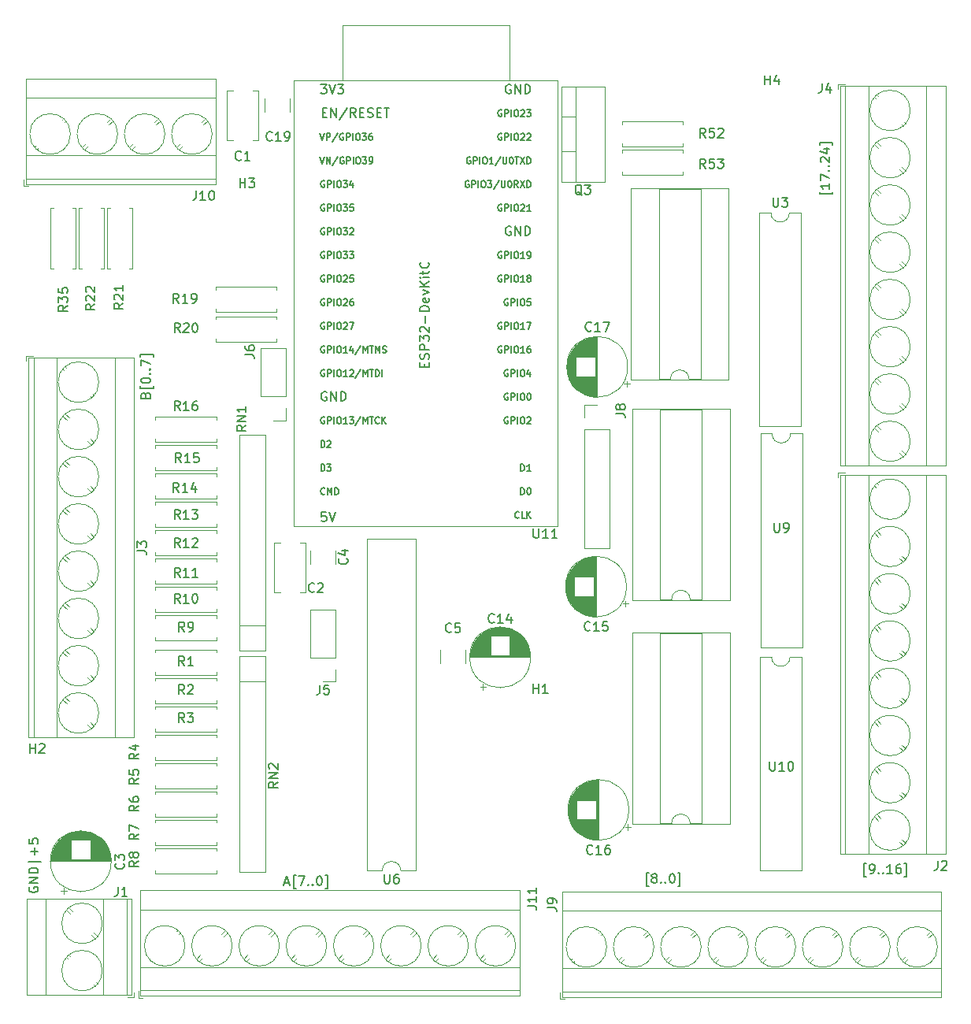
<source format=gbr>
%TF.GenerationSoftware,KiCad,Pcbnew,(7.0.0)*%
%TF.CreationDate,2023-05-27T01:43:55+02:00*%
%TF.ProjectId,workbench,776f726b-6265-46e6-9368-2e6b69636164,rev?*%
%TF.SameCoordinates,Original*%
%TF.FileFunction,Legend,Top*%
%TF.FilePolarity,Positive*%
%FSLAX46Y46*%
G04 Gerber Fmt 4.6, Leading zero omitted, Abs format (unit mm)*
G04 Created by KiCad (PCBNEW (7.0.0)) date 2023-05-27 01:43:55*
%MOMM*%
%LPD*%
G01*
G04 APERTURE LIST*
%ADD10C,0.150000*%
%ADD11C,0.120000*%
G04 APERTURE END LIST*
D10*
%TO.C,J6*%
X118366380Y-75390333D02*
X119080666Y-75390333D01*
X119080666Y-75390333D02*
X119223523Y-75437952D01*
X119223523Y-75437952D02*
X119318761Y-75533190D01*
X119318761Y-75533190D02*
X119366380Y-75676047D01*
X119366380Y-75676047D02*
X119366380Y-75771285D01*
X118366380Y-74485571D02*
X118366380Y-74676047D01*
X118366380Y-74676047D02*
X118414000Y-74771285D01*
X118414000Y-74771285D02*
X118461619Y-74818904D01*
X118461619Y-74818904D02*
X118604476Y-74914142D01*
X118604476Y-74914142D02*
X118794952Y-74961761D01*
X118794952Y-74961761D02*
X119175904Y-74961761D01*
X119175904Y-74961761D02*
X119271142Y-74914142D01*
X119271142Y-74914142D02*
X119318761Y-74866523D01*
X119318761Y-74866523D02*
X119366380Y-74771285D01*
X119366380Y-74771285D02*
X119366380Y-74580809D01*
X119366380Y-74580809D02*
X119318761Y-74485571D01*
X119318761Y-74485571D02*
X119271142Y-74437952D01*
X119271142Y-74437952D02*
X119175904Y-74390333D01*
X119175904Y-74390333D02*
X118937809Y-74390333D01*
X118937809Y-74390333D02*
X118842571Y-74437952D01*
X118842571Y-74437952D02*
X118794952Y-74485571D01*
X118794952Y-74485571D02*
X118747333Y-74580809D01*
X118747333Y-74580809D02*
X118747333Y-74771285D01*
X118747333Y-74771285D02*
X118794952Y-74866523D01*
X118794952Y-74866523D02*
X118842571Y-74914142D01*
X118842571Y-74914142D02*
X118937809Y-74961761D01*
%TO.C,J8*%
X158244380Y-81740333D02*
X158958666Y-81740333D01*
X158958666Y-81740333D02*
X159101523Y-81787952D01*
X159101523Y-81787952D02*
X159196761Y-81883190D01*
X159196761Y-81883190D02*
X159244380Y-82026047D01*
X159244380Y-82026047D02*
X159244380Y-82121285D01*
X158672952Y-81121285D02*
X158625333Y-81216523D01*
X158625333Y-81216523D02*
X158577714Y-81264142D01*
X158577714Y-81264142D02*
X158482476Y-81311761D01*
X158482476Y-81311761D02*
X158434857Y-81311761D01*
X158434857Y-81311761D02*
X158339619Y-81264142D01*
X158339619Y-81264142D02*
X158292000Y-81216523D01*
X158292000Y-81216523D02*
X158244380Y-81121285D01*
X158244380Y-81121285D02*
X158244380Y-80930809D01*
X158244380Y-80930809D02*
X158292000Y-80835571D01*
X158292000Y-80835571D02*
X158339619Y-80787952D01*
X158339619Y-80787952D02*
X158434857Y-80740333D01*
X158434857Y-80740333D02*
X158482476Y-80740333D01*
X158482476Y-80740333D02*
X158577714Y-80787952D01*
X158577714Y-80787952D02*
X158625333Y-80835571D01*
X158625333Y-80835571D02*
X158672952Y-80930809D01*
X158672952Y-80930809D02*
X158672952Y-81121285D01*
X158672952Y-81121285D02*
X158720571Y-81216523D01*
X158720571Y-81216523D02*
X158768190Y-81264142D01*
X158768190Y-81264142D02*
X158863428Y-81311761D01*
X158863428Y-81311761D02*
X159053904Y-81311761D01*
X159053904Y-81311761D02*
X159149142Y-81264142D01*
X159149142Y-81264142D02*
X159196761Y-81216523D01*
X159196761Y-81216523D02*
X159244380Y-81121285D01*
X159244380Y-81121285D02*
X159244380Y-80930809D01*
X159244380Y-80930809D02*
X159196761Y-80835571D01*
X159196761Y-80835571D02*
X159149142Y-80787952D01*
X159149142Y-80787952D02*
X159053904Y-80740333D01*
X159053904Y-80740333D02*
X158863428Y-80740333D01*
X158863428Y-80740333D02*
X158768190Y-80787952D01*
X158768190Y-80787952D02*
X158720571Y-80835571D01*
X158720571Y-80835571D02*
X158672952Y-80930809D01*
%TO.C,C19*%
X121277142Y-52342142D02*
X121229523Y-52389761D01*
X121229523Y-52389761D02*
X121086666Y-52437380D01*
X121086666Y-52437380D02*
X120991428Y-52437380D01*
X120991428Y-52437380D02*
X120848571Y-52389761D01*
X120848571Y-52389761D02*
X120753333Y-52294523D01*
X120753333Y-52294523D02*
X120705714Y-52199285D01*
X120705714Y-52199285D02*
X120658095Y-52008809D01*
X120658095Y-52008809D02*
X120658095Y-51865952D01*
X120658095Y-51865952D02*
X120705714Y-51675476D01*
X120705714Y-51675476D02*
X120753333Y-51580238D01*
X120753333Y-51580238D02*
X120848571Y-51485000D01*
X120848571Y-51485000D02*
X120991428Y-51437380D01*
X120991428Y-51437380D02*
X121086666Y-51437380D01*
X121086666Y-51437380D02*
X121229523Y-51485000D01*
X121229523Y-51485000D02*
X121277142Y-51532619D01*
X122229523Y-52437380D02*
X121658095Y-52437380D01*
X121943809Y-52437380D02*
X121943809Y-51437380D01*
X121943809Y-51437380D02*
X121848571Y-51580238D01*
X121848571Y-51580238D02*
X121753333Y-51675476D01*
X121753333Y-51675476D02*
X121658095Y-51723095D01*
X122705714Y-52437380D02*
X122896190Y-52437380D01*
X122896190Y-52437380D02*
X122991428Y-52389761D01*
X122991428Y-52389761D02*
X123039047Y-52342142D01*
X123039047Y-52342142D02*
X123134285Y-52199285D01*
X123134285Y-52199285D02*
X123181904Y-52008809D01*
X123181904Y-52008809D02*
X123181904Y-51627857D01*
X123181904Y-51627857D02*
X123134285Y-51532619D01*
X123134285Y-51532619D02*
X123086666Y-51485000D01*
X123086666Y-51485000D02*
X122991428Y-51437380D01*
X122991428Y-51437380D02*
X122800952Y-51437380D01*
X122800952Y-51437380D02*
X122705714Y-51485000D01*
X122705714Y-51485000D02*
X122658095Y-51532619D01*
X122658095Y-51532619D02*
X122610476Y-51627857D01*
X122610476Y-51627857D02*
X122610476Y-51865952D01*
X122610476Y-51865952D02*
X122658095Y-51961190D01*
X122658095Y-51961190D02*
X122705714Y-52008809D01*
X122705714Y-52008809D02*
X122800952Y-52056428D01*
X122800952Y-52056428D02*
X122991428Y-52056428D01*
X122991428Y-52056428D02*
X123086666Y-52008809D01*
X123086666Y-52008809D02*
X123134285Y-51961190D01*
X123134285Y-51961190D02*
X123181904Y-51865952D01*
%TO.C,H4*%
X174244095Y-46375380D02*
X174244095Y-45375380D01*
X174244095Y-45851571D02*
X174815523Y-45851571D01*
X174815523Y-46375380D02*
X174815523Y-45375380D01*
X175720285Y-45708714D02*
X175720285Y-46375380D01*
X175482190Y-45327761D02*
X175244095Y-46042047D01*
X175244095Y-46042047D02*
X175863142Y-46042047D01*
%TO.C,H3*%
X117806095Y-57424380D02*
X117806095Y-56424380D01*
X117806095Y-56900571D02*
X118377523Y-56900571D01*
X118377523Y-57424380D02*
X118377523Y-56424380D01*
X118758476Y-56424380D02*
X119377523Y-56424380D01*
X119377523Y-56424380D02*
X119044190Y-56805333D01*
X119044190Y-56805333D02*
X119187047Y-56805333D01*
X119187047Y-56805333D02*
X119282285Y-56852952D01*
X119282285Y-56852952D02*
X119329904Y-56900571D01*
X119329904Y-56900571D02*
X119377523Y-56995809D01*
X119377523Y-56995809D02*
X119377523Y-57233904D01*
X119377523Y-57233904D02*
X119329904Y-57329142D01*
X119329904Y-57329142D02*
X119282285Y-57376761D01*
X119282285Y-57376761D02*
X119187047Y-57424380D01*
X119187047Y-57424380D02*
X118901333Y-57424380D01*
X118901333Y-57424380D02*
X118806095Y-57376761D01*
X118806095Y-57376761D02*
X118758476Y-57329142D01*
%TO.C,H2*%
X95250095Y-118223380D02*
X95250095Y-117223380D01*
X95250095Y-117699571D02*
X95821523Y-117699571D01*
X95821523Y-118223380D02*
X95821523Y-117223380D01*
X96250095Y-117318619D02*
X96297714Y-117271000D01*
X96297714Y-117271000D02*
X96392952Y-117223380D01*
X96392952Y-117223380D02*
X96631047Y-117223380D01*
X96631047Y-117223380D02*
X96726285Y-117271000D01*
X96726285Y-117271000D02*
X96773904Y-117318619D01*
X96773904Y-117318619D02*
X96821523Y-117413857D01*
X96821523Y-117413857D02*
X96821523Y-117509095D01*
X96821523Y-117509095D02*
X96773904Y-117651952D01*
X96773904Y-117651952D02*
X96202476Y-118223380D01*
X96202476Y-118223380D02*
X96821523Y-118223380D01*
%TO.C,H1*%
X149357695Y-111785980D02*
X149357695Y-110785980D01*
X149357695Y-111262171D02*
X149929123Y-111262171D01*
X149929123Y-111785980D02*
X149929123Y-110785980D01*
X150929123Y-111785980D02*
X150357695Y-111785980D01*
X150643409Y-111785980D02*
X150643409Y-110785980D01*
X150643409Y-110785980D02*
X150548171Y-110928838D01*
X150548171Y-110928838D02*
X150452933Y-111024076D01*
X150452933Y-111024076D02*
X150357695Y-111071695D01*
%TO.C,C5*%
X140549333Y-105174142D02*
X140501714Y-105221761D01*
X140501714Y-105221761D02*
X140358857Y-105269380D01*
X140358857Y-105269380D02*
X140263619Y-105269380D01*
X140263619Y-105269380D02*
X140120762Y-105221761D01*
X140120762Y-105221761D02*
X140025524Y-105126523D01*
X140025524Y-105126523D02*
X139977905Y-105031285D01*
X139977905Y-105031285D02*
X139930286Y-104840809D01*
X139930286Y-104840809D02*
X139930286Y-104697952D01*
X139930286Y-104697952D02*
X139977905Y-104507476D01*
X139977905Y-104507476D02*
X140025524Y-104412238D01*
X140025524Y-104412238D02*
X140120762Y-104317000D01*
X140120762Y-104317000D02*
X140263619Y-104269380D01*
X140263619Y-104269380D02*
X140358857Y-104269380D01*
X140358857Y-104269380D02*
X140501714Y-104317000D01*
X140501714Y-104317000D02*
X140549333Y-104364619D01*
X141454095Y-104269380D02*
X140977905Y-104269380D01*
X140977905Y-104269380D02*
X140930286Y-104745571D01*
X140930286Y-104745571D02*
X140977905Y-104697952D01*
X140977905Y-104697952D02*
X141073143Y-104650333D01*
X141073143Y-104650333D02*
X141311238Y-104650333D01*
X141311238Y-104650333D02*
X141406476Y-104697952D01*
X141406476Y-104697952D02*
X141454095Y-104745571D01*
X141454095Y-104745571D02*
X141501714Y-104840809D01*
X141501714Y-104840809D02*
X141501714Y-105078904D01*
X141501714Y-105078904D02*
X141454095Y-105174142D01*
X141454095Y-105174142D02*
X141406476Y-105221761D01*
X141406476Y-105221761D02*
X141311238Y-105269380D01*
X141311238Y-105269380D02*
X141073143Y-105269380D01*
X141073143Y-105269380D02*
X140977905Y-105221761D01*
X140977905Y-105221761D02*
X140930286Y-105174142D01*
%TO.C,C4*%
X129318142Y-97321666D02*
X129365761Y-97369285D01*
X129365761Y-97369285D02*
X129413380Y-97512142D01*
X129413380Y-97512142D02*
X129413380Y-97607380D01*
X129413380Y-97607380D02*
X129365761Y-97750237D01*
X129365761Y-97750237D02*
X129270523Y-97845475D01*
X129270523Y-97845475D02*
X129175285Y-97893094D01*
X129175285Y-97893094D02*
X128984809Y-97940713D01*
X128984809Y-97940713D02*
X128841952Y-97940713D01*
X128841952Y-97940713D02*
X128651476Y-97893094D01*
X128651476Y-97893094D02*
X128556238Y-97845475D01*
X128556238Y-97845475D02*
X128461000Y-97750237D01*
X128461000Y-97750237D02*
X128413380Y-97607380D01*
X128413380Y-97607380D02*
X128413380Y-97512142D01*
X128413380Y-97512142D02*
X128461000Y-97369285D01*
X128461000Y-97369285D02*
X128508619Y-97321666D01*
X128746714Y-96464523D02*
X129413380Y-96464523D01*
X128365761Y-96702618D02*
X129080047Y-96940713D01*
X129080047Y-96940713D02*
X129080047Y-96321666D01*
%TO.C,C3*%
X105301142Y-130087666D02*
X105348761Y-130135285D01*
X105348761Y-130135285D02*
X105396380Y-130278142D01*
X105396380Y-130278142D02*
X105396380Y-130373380D01*
X105396380Y-130373380D02*
X105348761Y-130516237D01*
X105348761Y-130516237D02*
X105253523Y-130611475D01*
X105253523Y-130611475D02*
X105158285Y-130659094D01*
X105158285Y-130659094D02*
X104967809Y-130706713D01*
X104967809Y-130706713D02*
X104824952Y-130706713D01*
X104824952Y-130706713D02*
X104634476Y-130659094D01*
X104634476Y-130659094D02*
X104539238Y-130611475D01*
X104539238Y-130611475D02*
X104444000Y-130516237D01*
X104444000Y-130516237D02*
X104396380Y-130373380D01*
X104396380Y-130373380D02*
X104396380Y-130278142D01*
X104396380Y-130278142D02*
X104444000Y-130135285D01*
X104444000Y-130135285D02*
X104491619Y-130087666D01*
X104396380Y-129754332D02*
X104396380Y-129135285D01*
X104396380Y-129135285D02*
X104777333Y-129468618D01*
X104777333Y-129468618D02*
X104777333Y-129325761D01*
X104777333Y-129325761D02*
X104824952Y-129230523D01*
X104824952Y-129230523D02*
X104872571Y-129182904D01*
X104872571Y-129182904D02*
X104967809Y-129135285D01*
X104967809Y-129135285D02*
X105205904Y-129135285D01*
X105205904Y-129135285D02*
X105301142Y-129182904D01*
X105301142Y-129182904D02*
X105348761Y-129230523D01*
X105348761Y-129230523D02*
X105396380Y-129325761D01*
X105396380Y-129325761D02*
X105396380Y-129611475D01*
X105396380Y-129611475D02*
X105348761Y-129706713D01*
X105348761Y-129706713D02*
X105301142Y-129754332D01*
%TO.C,J5*%
X126412666Y-110917380D02*
X126412666Y-111631666D01*
X126412666Y-111631666D02*
X126365047Y-111774523D01*
X126365047Y-111774523D02*
X126269809Y-111869761D01*
X126269809Y-111869761D02*
X126126952Y-111917380D01*
X126126952Y-111917380D02*
X126031714Y-111917380D01*
X127365047Y-110917380D02*
X126888857Y-110917380D01*
X126888857Y-110917380D02*
X126841238Y-111393571D01*
X126841238Y-111393571D02*
X126888857Y-111345952D01*
X126888857Y-111345952D02*
X126984095Y-111298333D01*
X126984095Y-111298333D02*
X127222190Y-111298333D01*
X127222190Y-111298333D02*
X127317428Y-111345952D01*
X127317428Y-111345952D02*
X127365047Y-111393571D01*
X127365047Y-111393571D02*
X127412666Y-111488809D01*
X127412666Y-111488809D02*
X127412666Y-111726904D01*
X127412666Y-111726904D02*
X127365047Y-111822142D01*
X127365047Y-111822142D02*
X127317428Y-111869761D01*
X127317428Y-111869761D02*
X127222190Y-111917380D01*
X127222190Y-111917380D02*
X126984095Y-111917380D01*
X126984095Y-111917380D02*
X126888857Y-111869761D01*
X126888857Y-111869761D02*
X126841238Y-111822142D01*
%TO.C,C2*%
X125817333Y-100856142D02*
X125769714Y-100903761D01*
X125769714Y-100903761D02*
X125626857Y-100951380D01*
X125626857Y-100951380D02*
X125531619Y-100951380D01*
X125531619Y-100951380D02*
X125388762Y-100903761D01*
X125388762Y-100903761D02*
X125293524Y-100808523D01*
X125293524Y-100808523D02*
X125245905Y-100713285D01*
X125245905Y-100713285D02*
X125198286Y-100522809D01*
X125198286Y-100522809D02*
X125198286Y-100379952D01*
X125198286Y-100379952D02*
X125245905Y-100189476D01*
X125245905Y-100189476D02*
X125293524Y-100094238D01*
X125293524Y-100094238D02*
X125388762Y-99999000D01*
X125388762Y-99999000D02*
X125531619Y-99951380D01*
X125531619Y-99951380D02*
X125626857Y-99951380D01*
X125626857Y-99951380D02*
X125769714Y-99999000D01*
X125769714Y-99999000D02*
X125817333Y-100046619D01*
X126198286Y-100046619D02*
X126245905Y-99999000D01*
X126245905Y-99999000D02*
X126341143Y-99951380D01*
X126341143Y-99951380D02*
X126579238Y-99951380D01*
X126579238Y-99951380D02*
X126674476Y-99999000D01*
X126674476Y-99999000D02*
X126722095Y-100046619D01*
X126722095Y-100046619D02*
X126769714Y-100141857D01*
X126769714Y-100141857D02*
X126769714Y-100237095D01*
X126769714Y-100237095D02*
X126722095Y-100379952D01*
X126722095Y-100379952D02*
X126150667Y-100951380D01*
X126150667Y-100951380D02*
X126769714Y-100951380D01*
%TO.C,C1*%
X117943333Y-54414142D02*
X117895714Y-54461761D01*
X117895714Y-54461761D02*
X117752857Y-54509380D01*
X117752857Y-54509380D02*
X117657619Y-54509380D01*
X117657619Y-54509380D02*
X117514762Y-54461761D01*
X117514762Y-54461761D02*
X117419524Y-54366523D01*
X117419524Y-54366523D02*
X117371905Y-54271285D01*
X117371905Y-54271285D02*
X117324286Y-54080809D01*
X117324286Y-54080809D02*
X117324286Y-53937952D01*
X117324286Y-53937952D02*
X117371905Y-53747476D01*
X117371905Y-53747476D02*
X117419524Y-53652238D01*
X117419524Y-53652238D02*
X117514762Y-53557000D01*
X117514762Y-53557000D02*
X117657619Y-53509380D01*
X117657619Y-53509380D02*
X117752857Y-53509380D01*
X117752857Y-53509380D02*
X117895714Y-53557000D01*
X117895714Y-53557000D02*
X117943333Y-53604619D01*
X118895714Y-54509380D02*
X118324286Y-54509380D01*
X118610000Y-54509380D02*
X118610000Y-53509380D01*
X118610000Y-53509380D02*
X118514762Y-53652238D01*
X118514762Y-53652238D02*
X118419524Y-53747476D01*
X118419524Y-53747476D02*
X118324286Y-53795095D01*
%TO.C,R53*%
X167886142Y-55358380D02*
X167552809Y-54882190D01*
X167314714Y-55358380D02*
X167314714Y-54358380D01*
X167314714Y-54358380D02*
X167695666Y-54358380D01*
X167695666Y-54358380D02*
X167790904Y-54406000D01*
X167790904Y-54406000D02*
X167838523Y-54453619D01*
X167838523Y-54453619D02*
X167886142Y-54548857D01*
X167886142Y-54548857D02*
X167886142Y-54691714D01*
X167886142Y-54691714D02*
X167838523Y-54786952D01*
X167838523Y-54786952D02*
X167790904Y-54834571D01*
X167790904Y-54834571D02*
X167695666Y-54882190D01*
X167695666Y-54882190D02*
X167314714Y-54882190D01*
X168790904Y-54358380D02*
X168314714Y-54358380D01*
X168314714Y-54358380D02*
X168267095Y-54834571D01*
X168267095Y-54834571D02*
X168314714Y-54786952D01*
X168314714Y-54786952D02*
X168409952Y-54739333D01*
X168409952Y-54739333D02*
X168648047Y-54739333D01*
X168648047Y-54739333D02*
X168743285Y-54786952D01*
X168743285Y-54786952D02*
X168790904Y-54834571D01*
X168790904Y-54834571D02*
X168838523Y-54929809D01*
X168838523Y-54929809D02*
X168838523Y-55167904D01*
X168838523Y-55167904D02*
X168790904Y-55263142D01*
X168790904Y-55263142D02*
X168743285Y-55310761D01*
X168743285Y-55310761D02*
X168648047Y-55358380D01*
X168648047Y-55358380D02*
X168409952Y-55358380D01*
X168409952Y-55358380D02*
X168314714Y-55310761D01*
X168314714Y-55310761D02*
X168267095Y-55263142D01*
X169171857Y-54358380D02*
X169790904Y-54358380D01*
X169790904Y-54358380D02*
X169457571Y-54739333D01*
X169457571Y-54739333D02*
X169600428Y-54739333D01*
X169600428Y-54739333D02*
X169695666Y-54786952D01*
X169695666Y-54786952D02*
X169743285Y-54834571D01*
X169743285Y-54834571D02*
X169790904Y-54929809D01*
X169790904Y-54929809D02*
X169790904Y-55167904D01*
X169790904Y-55167904D02*
X169743285Y-55263142D01*
X169743285Y-55263142D02*
X169695666Y-55310761D01*
X169695666Y-55310761D02*
X169600428Y-55358380D01*
X169600428Y-55358380D02*
X169314714Y-55358380D01*
X169314714Y-55358380D02*
X169219476Y-55310761D01*
X169219476Y-55310761D02*
X169171857Y-55263142D01*
%TO.C,R1*%
X111847333Y-108825380D02*
X111514000Y-108349190D01*
X111275905Y-108825380D02*
X111275905Y-107825380D01*
X111275905Y-107825380D02*
X111656857Y-107825380D01*
X111656857Y-107825380D02*
X111752095Y-107873000D01*
X111752095Y-107873000D02*
X111799714Y-107920619D01*
X111799714Y-107920619D02*
X111847333Y-108015857D01*
X111847333Y-108015857D02*
X111847333Y-108158714D01*
X111847333Y-108158714D02*
X111799714Y-108253952D01*
X111799714Y-108253952D02*
X111752095Y-108301571D01*
X111752095Y-108301571D02*
X111656857Y-108349190D01*
X111656857Y-108349190D02*
X111275905Y-108349190D01*
X112799714Y-108825380D02*
X112228286Y-108825380D01*
X112514000Y-108825380D02*
X112514000Y-107825380D01*
X112514000Y-107825380D02*
X112418762Y-107968238D01*
X112418762Y-107968238D02*
X112323524Y-108063476D01*
X112323524Y-108063476D02*
X112228286Y-108111095D01*
%TO.C,R52*%
X167886142Y-52056380D02*
X167552809Y-51580190D01*
X167314714Y-52056380D02*
X167314714Y-51056380D01*
X167314714Y-51056380D02*
X167695666Y-51056380D01*
X167695666Y-51056380D02*
X167790904Y-51104000D01*
X167790904Y-51104000D02*
X167838523Y-51151619D01*
X167838523Y-51151619D02*
X167886142Y-51246857D01*
X167886142Y-51246857D02*
X167886142Y-51389714D01*
X167886142Y-51389714D02*
X167838523Y-51484952D01*
X167838523Y-51484952D02*
X167790904Y-51532571D01*
X167790904Y-51532571D02*
X167695666Y-51580190D01*
X167695666Y-51580190D02*
X167314714Y-51580190D01*
X168790904Y-51056380D02*
X168314714Y-51056380D01*
X168314714Y-51056380D02*
X168267095Y-51532571D01*
X168267095Y-51532571D02*
X168314714Y-51484952D01*
X168314714Y-51484952D02*
X168409952Y-51437333D01*
X168409952Y-51437333D02*
X168648047Y-51437333D01*
X168648047Y-51437333D02*
X168743285Y-51484952D01*
X168743285Y-51484952D02*
X168790904Y-51532571D01*
X168790904Y-51532571D02*
X168838523Y-51627809D01*
X168838523Y-51627809D02*
X168838523Y-51865904D01*
X168838523Y-51865904D02*
X168790904Y-51961142D01*
X168790904Y-51961142D02*
X168743285Y-52008761D01*
X168743285Y-52008761D02*
X168648047Y-52056380D01*
X168648047Y-52056380D02*
X168409952Y-52056380D01*
X168409952Y-52056380D02*
X168314714Y-52008761D01*
X168314714Y-52008761D02*
X168267095Y-51961142D01*
X169219476Y-51151619D02*
X169267095Y-51104000D01*
X169267095Y-51104000D02*
X169362333Y-51056380D01*
X169362333Y-51056380D02*
X169600428Y-51056380D01*
X169600428Y-51056380D02*
X169695666Y-51104000D01*
X169695666Y-51104000D02*
X169743285Y-51151619D01*
X169743285Y-51151619D02*
X169790904Y-51246857D01*
X169790904Y-51246857D02*
X169790904Y-51342095D01*
X169790904Y-51342095D02*
X169743285Y-51484952D01*
X169743285Y-51484952D02*
X169171857Y-52056380D01*
X169171857Y-52056380D02*
X169790904Y-52056380D01*
%TO.C,R19*%
X111244142Y-69836380D02*
X110910809Y-69360190D01*
X110672714Y-69836380D02*
X110672714Y-68836380D01*
X110672714Y-68836380D02*
X111053666Y-68836380D01*
X111053666Y-68836380D02*
X111148904Y-68884000D01*
X111148904Y-68884000D02*
X111196523Y-68931619D01*
X111196523Y-68931619D02*
X111244142Y-69026857D01*
X111244142Y-69026857D02*
X111244142Y-69169714D01*
X111244142Y-69169714D02*
X111196523Y-69264952D01*
X111196523Y-69264952D02*
X111148904Y-69312571D01*
X111148904Y-69312571D02*
X111053666Y-69360190D01*
X111053666Y-69360190D02*
X110672714Y-69360190D01*
X112196523Y-69836380D02*
X111625095Y-69836380D01*
X111910809Y-69836380D02*
X111910809Y-68836380D01*
X111910809Y-68836380D02*
X111815571Y-68979238D01*
X111815571Y-68979238D02*
X111720333Y-69074476D01*
X111720333Y-69074476D02*
X111625095Y-69122095D01*
X112672714Y-69836380D02*
X112863190Y-69836380D01*
X112863190Y-69836380D02*
X112958428Y-69788761D01*
X112958428Y-69788761D02*
X113006047Y-69741142D01*
X113006047Y-69741142D02*
X113101285Y-69598285D01*
X113101285Y-69598285D02*
X113148904Y-69407809D01*
X113148904Y-69407809D02*
X113148904Y-69026857D01*
X113148904Y-69026857D02*
X113101285Y-68931619D01*
X113101285Y-68931619D02*
X113053666Y-68884000D01*
X113053666Y-68884000D02*
X112958428Y-68836380D01*
X112958428Y-68836380D02*
X112767952Y-68836380D01*
X112767952Y-68836380D02*
X112672714Y-68884000D01*
X112672714Y-68884000D02*
X112625095Y-68931619D01*
X112625095Y-68931619D02*
X112577476Y-69026857D01*
X112577476Y-69026857D02*
X112577476Y-69264952D01*
X112577476Y-69264952D02*
X112625095Y-69360190D01*
X112625095Y-69360190D02*
X112672714Y-69407809D01*
X112672714Y-69407809D02*
X112767952Y-69455428D01*
X112767952Y-69455428D02*
X112958428Y-69455428D01*
X112958428Y-69455428D02*
X113053666Y-69407809D01*
X113053666Y-69407809D02*
X113101285Y-69360190D01*
X113101285Y-69360190D02*
X113148904Y-69264952D01*
%TO.C,U10*%
X174783905Y-119128380D02*
X174783905Y-119937904D01*
X174783905Y-119937904D02*
X174831524Y-120033142D01*
X174831524Y-120033142D02*
X174879143Y-120080761D01*
X174879143Y-120080761D02*
X174974381Y-120128380D01*
X174974381Y-120128380D02*
X175164857Y-120128380D01*
X175164857Y-120128380D02*
X175260095Y-120080761D01*
X175260095Y-120080761D02*
X175307714Y-120033142D01*
X175307714Y-120033142D02*
X175355333Y-119937904D01*
X175355333Y-119937904D02*
X175355333Y-119128380D01*
X176355333Y-120128380D02*
X175783905Y-120128380D01*
X176069619Y-120128380D02*
X176069619Y-119128380D01*
X176069619Y-119128380D02*
X175974381Y-119271238D01*
X175974381Y-119271238D02*
X175879143Y-119366476D01*
X175879143Y-119366476D02*
X175783905Y-119414095D01*
X176974381Y-119128380D02*
X177069619Y-119128380D01*
X177069619Y-119128380D02*
X177164857Y-119176000D01*
X177164857Y-119176000D02*
X177212476Y-119223619D01*
X177212476Y-119223619D02*
X177260095Y-119318857D01*
X177260095Y-119318857D02*
X177307714Y-119509333D01*
X177307714Y-119509333D02*
X177307714Y-119747428D01*
X177307714Y-119747428D02*
X177260095Y-119937904D01*
X177260095Y-119937904D02*
X177212476Y-120033142D01*
X177212476Y-120033142D02*
X177164857Y-120080761D01*
X177164857Y-120080761D02*
X177069619Y-120128380D01*
X177069619Y-120128380D02*
X176974381Y-120128380D01*
X176974381Y-120128380D02*
X176879143Y-120080761D01*
X176879143Y-120080761D02*
X176831524Y-120033142D01*
X176831524Y-120033142D02*
X176783905Y-119937904D01*
X176783905Y-119937904D02*
X176736286Y-119747428D01*
X176736286Y-119747428D02*
X176736286Y-119509333D01*
X176736286Y-119509333D02*
X176783905Y-119318857D01*
X176783905Y-119318857D02*
X176831524Y-119223619D01*
X176831524Y-119223619D02*
X176879143Y-119176000D01*
X176879143Y-119176000D02*
X176974381Y-119128380D01*
%TO.C,R2*%
X111847333Y-111887380D02*
X111514000Y-111411190D01*
X111275905Y-111887380D02*
X111275905Y-110887380D01*
X111275905Y-110887380D02*
X111656857Y-110887380D01*
X111656857Y-110887380D02*
X111752095Y-110935000D01*
X111752095Y-110935000D02*
X111799714Y-110982619D01*
X111799714Y-110982619D02*
X111847333Y-111077857D01*
X111847333Y-111077857D02*
X111847333Y-111220714D01*
X111847333Y-111220714D02*
X111799714Y-111315952D01*
X111799714Y-111315952D02*
X111752095Y-111363571D01*
X111752095Y-111363571D02*
X111656857Y-111411190D01*
X111656857Y-111411190D02*
X111275905Y-111411190D01*
X112228286Y-110982619D02*
X112275905Y-110935000D01*
X112275905Y-110935000D02*
X112371143Y-110887380D01*
X112371143Y-110887380D02*
X112609238Y-110887380D01*
X112609238Y-110887380D02*
X112704476Y-110935000D01*
X112704476Y-110935000D02*
X112752095Y-110982619D01*
X112752095Y-110982619D02*
X112799714Y-111077857D01*
X112799714Y-111077857D02*
X112799714Y-111173095D01*
X112799714Y-111173095D02*
X112752095Y-111315952D01*
X112752095Y-111315952D02*
X112180667Y-111887380D01*
X112180667Y-111887380D02*
X112799714Y-111887380D01*
%TO.C,R20*%
X111371142Y-73011380D02*
X111037809Y-72535190D01*
X110799714Y-73011380D02*
X110799714Y-72011380D01*
X110799714Y-72011380D02*
X111180666Y-72011380D01*
X111180666Y-72011380D02*
X111275904Y-72059000D01*
X111275904Y-72059000D02*
X111323523Y-72106619D01*
X111323523Y-72106619D02*
X111371142Y-72201857D01*
X111371142Y-72201857D02*
X111371142Y-72344714D01*
X111371142Y-72344714D02*
X111323523Y-72439952D01*
X111323523Y-72439952D02*
X111275904Y-72487571D01*
X111275904Y-72487571D02*
X111180666Y-72535190D01*
X111180666Y-72535190D02*
X110799714Y-72535190D01*
X111752095Y-72106619D02*
X111799714Y-72059000D01*
X111799714Y-72059000D02*
X111894952Y-72011380D01*
X111894952Y-72011380D02*
X112133047Y-72011380D01*
X112133047Y-72011380D02*
X112228285Y-72059000D01*
X112228285Y-72059000D02*
X112275904Y-72106619D01*
X112275904Y-72106619D02*
X112323523Y-72201857D01*
X112323523Y-72201857D02*
X112323523Y-72297095D01*
X112323523Y-72297095D02*
X112275904Y-72439952D01*
X112275904Y-72439952D02*
X111704476Y-73011380D01*
X111704476Y-73011380D02*
X112323523Y-73011380D01*
X112942571Y-72011380D02*
X113037809Y-72011380D01*
X113037809Y-72011380D02*
X113133047Y-72059000D01*
X113133047Y-72059000D02*
X113180666Y-72106619D01*
X113180666Y-72106619D02*
X113228285Y-72201857D01*
X113228285Y-72201857D02*
X113275904Y-72392333D01*
X113275904Y-72392333D02*
X113275904Y-72630428D01*
X113275904Y-72630428D02*
X113228285Y-72820904D01*
X113228285Y-72820904D02*
X113180666Y-72916142D01*
X113180666Y-72916142D02*
X113133047Y-72963761D01*
X113133047Y-72963761D02*
X113037809Y-73011380D01*
X113037809Y-73011380D02*
X112942571Y-73011380D01*
X112942571Y-73011380D02*
X112847333Y-72963761D01*
X112847333Y-72963761D02*
X112799714Y-72916142D01*
X112799714Y-72916142D02*
X112752095Y-72820904D01*
X112752095Y-72820904D02*
X112704476Y-72630428D01*
X112704476Y-72630428D02*
X112704476Y-72392333D01*
X112704476Y-72392333D02*
X112752095Y-72201857D01*
X112752095Y-72201857D02*
X112799714Y-72106619D01*
X112799714Y-72106619D02*
X112847333Y-72059000D01*
X112847333Y-72059000D02*
X112942571Y-72011380D01*
%TO.C,C16*%
X155714142Y-129005142D02*
X155666523Y-129052761D01*
X155666523Y-129052761D02*
X155523666Y-129100380D01*
X155523666Y-129100380D02*
X155428428Y-129100380D01*
X155428428Y-129100380D02*
X155285571Y-129052761D01*
X155285571Y-129052761D02*
X155190333Y-128957523D01*
X155190333Y-128957523D02*
X155142714Y-128862285D01*
X155142714Y-128862285D02*
X155095095Y-128671809D01*
X155095095Y-128671809D02*
X155095095Y-128528952D01*
X155095095Y-128528952D02*
X155142714Y-128338476D01*
X155142714Y-128338476D02*
X155190333Y-128243238D01*
X155190333Y-128243238D02*
X155285571Y-128148000D01*
X155285571Y-128148000D02*
X155428428Y-128100380D01*
X155428428Y-128100380D02*
X155523666Y-128100380D01*
X155523666Y-128100380D02*
X155666523Y-128148000D01*
X155666523Y-128148000D02*
X155714142Y-128195619D01*
X156666523Y-129100380D02*
X156095095Y-129100380D01*
X156380809Y-129100380D02*
X156380809Y-128100380D01*
X156380809Y-128100380D02*
X156285571Y-128243238D01*
X156285571Y-128243238D02*
X156190333Y-128338476D01*
X156190333Y-128338476D02*
X156095095Y-128386095D01*
X157523666Y-128100380D02*
X157333190Y-128100380D01*
X157333190Y-128100380D02*
X157237952Y-128148000D01*
X157237952Y-128148000D02*
X157190333Y-128195619D01*
X157190333Y-128195619D02*
X157095095Y-128338476D01*
X157095095Y-128338476D02*
X157047476Y-128528952D01*
X157047476Y-128528952D02*
X157047476Y-128909904D01*
X157047476Y-128909904D02*
X157095095Y-129005142D01*
X157095095Y-129005142D02*
X157142714Y-129052761D01*
X157142714Y-129052761D02*
X157237952Y-129100380D01*
X157237952Y-129100380D02*
X157428428Y-129100380D01*
X157428428Y-129100380D02*
X157523666Y-129052761D01*
X157523666Y-129052761D02*
X157571285Y-129005142D01*
X157571285Y-129005142D02*
X157618904Y-128909904D01*
X157618904Y-128909904D02*
X157618904Y-128671809D01*
X157618904Y-128671809D02*
X157571285Y-128576571D01*
X157571285Y-128576571D02*
X157523666Y-128528952D01*
X157523666Y-128528952D02*
X157428428Y-128481333D01*
X157428428Y-128481333D02*
X157237952Y-128481333D01*
X157237952Y-128481333D02*
X157142714Y-128528952D01*
X157142714Y-128528952D02*
X157095095Y-128576571D01*
X157095095Y-128576571D02*
X157047476Y-128671809D01*
%TO.C,U6*%
X133350095Y-131237380D02*
X133350095Y-132046904D01*
X133350095Y-132046904D02*
X133397714Y-132142142D01*
X133397714Y-132142142D02*
X133445333Y-132189761D01*
X133445333Y-132189761D02*
X133540571Y-132237380D01*
X133540571Y-132237380D02*
X133731047Y-132237380D01*
X133731047Y-132237380D02*
X133826285Y-132189761D01*
X133826285Y-132189761D02*
X133873904Y-132142142D01*
X133873904Y-132142142D02*
X133921523Y-132046904D01*
X133921523Y-132046904D02*
X133921523Y-131237380D01*
X134826285Y-131237380D02*
X134635809Y-131237380D01*
X134635809Y-131237380D02*
X134540571Y-131285000D01*
X134540571Y-131285000D02*
X134492952Y-131332619D01*
X134492952Y-131332619D02*
X134397714Y-131475476D01*
X134397714Y-131475476D02*
X134350095Y-131665952D01*
X134350095Y-131665952D02*
X134350095Y-132046904D01*
X134350095Y-132046904D02*
X134397714Y-132142142D01*
X134397714Y-132142142D02*
X134445333Y-132189761D01*
X134445333Y-132189761D02*
X134540571Y-132237380D01*
X134540571Y-132237380D02*
X134731047Y-132237380D01*
X134731047Y-132237380D02*
X134826285Y-132189761D01*
X134826285Y-132189761D02*
X134873904Y-132142142D01*
X134873904Y-132142142D02*
X134921523Y-132046904D01*
X134921523Y-132046904D02*
X134921523Y-131808809D01*
X134921523Y-131808809D02*
X134873904Y-131713571D01*
X134873904Y-131713571D02*
X134826285Y-131665952D01*
X134826285Y-131665952D02*
X134731047Y-131618333D01*
X134731047Y-131618333D02*
X134540571Y-131618333D01*
X134540571Y-131618333D02*
X134445333Y-131665952D01*
X134445333Y-131665952D02*
X134397714Y-131713571D01*
X134397714Y-131713571D02*
X134350095Y-131808809D01*
%TO.C,J2*%
X192833666Y-129796380D02*
X192833666Y-130510666D01*
X192833666Y-130510666D02*
X192786047Y-130653523D01*
X192786047Y-130653523D02*
X192690809Y-130748761D01*
X192690809Y-130748761D02*
X192547952Y-130796380D01*
X192547952Y-130796380D02*
X192452714Y-130796380D01*
X193262238Y-129891619D02*
X193309857Y-129844000D01*
X193309857Y-129844000D02*
X193405095Y-129796380D01*
X193405095Y-129796380D02*
X193643190Y-129796380D01*
X193643190Y-129796380D02*
X193738428Y-129844000D01*
X193738428Y-129844000D02*
X193786047Y-129891619D01*
X193786047Y-129891619D02*
X193833666Y-129986857D01*
X193833666Y-129986857D02*
X193833666Y-130082095D01*
X193833666Y-130082095D02*
X193786047Y-130224952D01*
X193786047Y-130224952D02*
X193214619Y-130796380D01*
X193214619Y-130796380D02*
X193833666Y-130796380D01*
X185150381Y-131510714D02*
X184912286Y-131510714D01*
X184912286Y-131510714D02*
X184912286Y-130082142D01*
X184912286Y-130082142D02*
X185150381Y-130082142D01*
X185578953Y-131177380D02*
X185769429Y-131177380D01*
X185769429Y-131177380D02*
X185864667Y-131129761D01*
X185864667Y-131129761D02*
X185912286Y-131082142D01*
X185912286Y-131082142D02*
X186007524Y-130939285D01*
X186007524Y-130939285D02*
X186055143Y-130748809D01*
X186055143Y-130748809D02*
X186055143Y-130367857D01*
X186055143Y-130367857D02*
X186007524Y-130272619D01*
X186007524Y-130272619D02*
X185959905Y-130225000D01*
X185959905Y-130225000D02*
X185864667Y-130177380D01*
X185864667Y-130177380D02*
X185674191Y-130177380D01*
X185674191Y-130177380D02*
X185578953Y-130225000D01*
X185578953Y-130225000D02*
X185531334Y-130272619D01*
X185531334Y-130272619D02*
X185483715Y-130367857D01*
X185483715Y-130367857D02*
X185483715Y-130605952D01*
X185483715Y-130605952D02*
X185531334Y-130701190D01*
X185531334Y-130701190D02*
X185578953Y-130748809D01*
X185578953Y-130748809D02*
X185674191Y-130796428D01*
X185674191Y-130796428D02*
X185864667Y-130796428D01*
X185864667Y-130796428D02*
X185959905Y-130748809D01*
X185959905Y-130748809D02*
X186007524Y-130701190D01*
X186007524Y-130701190D02*
X186055143Y-130605952D01*
X186483715Y-131082142D02*
X186531334Y-131129761D01*
X186531334Y-131129761D02*
X186483715Y-131177380D01*
X186483715Y-131177380D02*
X186436096Y-131129761D01*
X186436096Y-131129761D02*
X186483715Y-131082142D01*
X186483715Y-131082142D02*
X186483715Y-131177380D01*
X186959905Y-131082142D02*
X187007524Y-131129761D01*
X187007524Y-131129761D02*
X186959905Y-131177380D01*
X186959905Y-131177380D02*
X186912286Y-131129761D01*
X186912286Y-131129761D02*
X186959905Y-131082142D01*
X186959905Y-131082142D02*
X186959905Y-131177380D01*
X187959904Y-131177380D02*
X187388476Y-131177380D01*
X187674190Y-131177380D02*
X187674190Y-130177380D01*
X187674190Y-130177380D02*
X187578952Y-130320238D01*
X187578952Y-130320238D02*
X187483714Y-130415476D01*
X187483714Y-130415476D02*
X187388476Y-130463095D01*
X188817047Y-130177380D02*
X188626571Y-130177380D01*
X188626571Y-130177380D02*
X188531333Y-130225000D01*
X188531333Y-130225000D02*
X188483714Y-130272619D01*
X188483714Y-130272619D02*
X188388476Y-130415476D01*
X188388476Y-130415476D02*
X188340857Y-130605952D01*
X188340857Y-130605952D02*
X188340857Y-130986904D01*
X188340857Y-130986904D02*
X188388476Y-131082142D01*
X188388476Y-131082142D02*
X188436095Y-131129761D01*
X188436095Y-131129761D02*
X188531333Y-131177380D01*
X188531333Y-131177380D02*
X188721809Y-131177380D01*
X188721809Y-131177380D02*
X188817047Y-131129761D01*
X188817047Y-131129761D02*
X188864666Y-131082142D01*
X188864666Y-131082142D02*
X188912285Y-130986904D01*
X188912285Y-130986904D02*
X188912285Y-130748809D01*
X188912285Y-130748809D02*
X188864666Y-130653571D01*
X188864666Y-130653571D02*
X188817047Y-130605952D01*
X188817047Y-130605952D02*
X188721809Y-130558333D01*
X188721809Y-130558333D02*
X188531333Y-130558333D01*
X188531333Y-130558333D02*
X188436095Y-130605952D01*
X188436095Y-130605952D02*
X188388476Y-130653571D01*
X188388476Y-130653571D02*
X188340857Y-130748809D01*
X189245619Y-131510714D02*
X189483714Y-131510714D01*
X189483714Y-131510714D02*
X189483714Y-130082142D01*
X189483714Y-130082142D02*
X189245619Y-130082142D01*
%TO.C,J3*%
X106784380Y-96472333D02*
X107498666Y-96472333D01*
X107498666Y-96472333D02*
X107641523Y-96519952D01*
X107641523Y-96519952D02*
X107736761Y-96615190D01*
X107736761Y-96615190D02*
X107784380Y-96758047D01*
X107784380Y-96758047D02*
X107784380Y-96853285D01*
X106784380Y-96091380D02*
X106784380Y-95472333D01*
X106784380Y-95472333D02*
X107165333Y-95805666D01*
X107165333Y-95805666D02*
X107165333Y-95662809D01*
X107165333Y-95662809D02*
X107212952Y-95567571D01*
X107212952Y-95567571D02*
X107260571Y-95519952D01*
X107260571Y-95519952D02*
X107355809Y-95472333D01*
X107355809Y-95472333D02*
X107593904Y-95472333D01*
X107593904Y-95472333D02*
X107689142Y-95519952D01*
X107689142Y-95519952D02*
X107736761Y-95567571D01*
X107736761Y-95567571D02*
X107784380Y-95662809D01*
X107784380Y-95662809D02*
X107784380Y-95948523D01*
X107784380Y-95948523D02*
X107736761Y-96043761D01*
X107736761Y-96043761D02*
X107689142Y-96091380D01*
X107666571Y-79747809D02*
X107714190Y-79604952D01*
X107714190Y-79604952D02*
X107761809Y-79557333D01*
X107761809Y-79557333D02*
X107857047Y-79509714D01*
X107857047Y-79509714D02*
X107999904Y-79509714D01*
X107999904Y-79509714D02*
X108095142Y-79557333D01*
X108095142Y-79557333D02*
X108142761Y-79604952D01*
X108142761Y-79604952D02*
X108190380Y-79700190D01*
X108190380Y-79700190D02*
X108190380Y-80081142D01*
X108190380Y-80081142D02*
X107190380Y-80081142D01*
X107190380Y-80081142D02*
X107190380Y-79747809D01*
X107190380Y-79747809D02*
X107238000Y-79652571D01*
X107238000Y-79652571D02*
X107285619Y-79604952D01*
X107285619Y-79604952D02*
X107380857Y-79557333D01*
X107380857Y-79557333D02*
X107476095Y-79557333D01*
X107476095Y-79557333D02*
X107571333Y-79604952D01*
X107571333Y-79604952D02*
X107618952Y-79652571D01*
X107618952Y-79652571D02*
X107666571Y-79747809D01*
X107666571Y-79747809D02*
X107666571Y-80081142D01*
X108523714Y-78795428D02*
X108523714Y-79033523D01*
X108523714Y-79033523D02*
X107095142Y-79033523D01*
X107095142Y-79033523D02*
X107095142Y-78795428D01*
X107190380Y-78223999D02*
X107190380Y-78128761D01*
X107190380Y-78128761D02*
X107238000Y-78033523D01*
X107238000Y-78033523D02*
X107285619Y-77985904D01*
X107285619Y-77985904D02*
X107380857Y-77938285D01*
X107380857Y-77938285D02*
X107571333Y-77890666D01*
X107571333Y-77890666D02*
X107809428Y-77890666D01*
X107809428Y-77890666D02*
X107999904Y-77938285D01*
X107999904Y-77938285D02*
X108095142Y-77985904D01*
X108095142Y-77985904D02*
X108142761Y-78033523D01*
X108142761Y-78033523D02*
X108190380Y-78128761D01*
X108190380Y-78128761D02*
X108190380Y-78223999D01*
X108190380Y-78223999D02*
X108142761Y-78319237D01*
X108142761Y-78319237D02*
X108095142Y-78366856D01*
X108095142Y-78366856D02*
X107999904Y-78414475D01*
X107999904Y-78414475D02*
X107809428Y-78462094D01*
X107809428Y-78462094D02*
X107571333Y-78462094D01*
X107571333Y-78462094D02*
X107380857Y-78414475D01*
X107380857Y-78414475D02*
X107285619Y-78366856D01*
X107285619Y-78366856D02*
X107238000Y-78319237D01*
X107238000Y-78319237D02*
X107190380Y-78223999D01*
X108095142Y-77462094D02*
X108142761Y-77414475D01*
X108142761Y-77414475D02*
X108190380Y-77462094D01*
X108190380Y-77462094D02*
X108142761Y-77509713D01*
X108142761Y-77509713D02*
X108095142Y-77462094D01*
X108095142Y-77462094D02*
X108190380Y-77462094D01*
X108095142Y-76985904D02*
X108142761Y-76938285D01*
X108142761Y-76938285D02*
X108190380Y-76985904D01*
X108190380Y-76985904D02*
X108142761Y-77033523D01*
X108142761Y-77033523D02*
X108095142Y-76985904D01*
X108095142Y-76985904D02*
X108190380Y-76985904D01*
X107190380Y-76604952D02*
X107190380Y-75938286D01*
X107190380Y-75938286D02*
X108190380Y-76366857D01*
X108523714Y-75652571D02*
X108523714Y-75414476D01*
X108523714Y-75414476D02*
X107095142Y-75414476D01*
X107095142Y-75414476D02*
X107095142Y-75652571D01*
%TO.C,C17*%
X155587142Y-72789142D02*
X155539523Y-72836761D01*
X155539523Y-72836761D02*
X155396666Y-72884380D01*
X155396666Y-72884380D02*
X155301428Y-72884380D01*
X155301428Y-72884380D02*
X155158571Y-72836761D01*
X155158571Y-72836761D02*
X155063333Y-72741523D01*
X155063333Y-72741523D02*
X155015714Y-72646285D01*
X155015714Y-72646285D02*
X154968095Y-72455809D01*
X154968095Y-72455809D02*
X154968095Y-72312952D01*
X154968095Y-72312952D02*
X155015714Y-72122476D01*
X155015714Y-72122476D02*
X155063333Y-72027238D01*
X155063333Y-72027238D02*
X155158571Y-71932000D01*
X155158571Y-71932000D02*
X155301428Y-71884380D01*
X155301428Y-71884380D02*
X155396666Y-71884380D01*
X155396666Y-71884380D02*
X155539523Y-71932000D01*
X155539523Y-71932000D02*
X155587142Y-71979619D01*
X156539523Y-72884380D02*
X155968095Y-72884380D01*
X156253809Y-72884380D02*
X156253809Y-71884380D01*
X156253809Y-71884380D02*
X156158571Y-72027238D01*
X156158571Y-72027238D02*
X156063333Y-72122476D01*
X156063333Y-72122476D02*
X155968095Y-72170095D01*
X156872857Y-71884380D02*
X157539523Y-71884380D01*
X157539523Y-71884380D02*
X157110952Y-72884380D01*
%TO.C,U11*%
X149383905Y-94109380D02*
X149383905Y-94918904D01*
X149383905Y-94918904D02*
X149431524Y-95014142D01*
X149431524Y-95014142D02*
X149479143Y-95061761D01*
X149479143Y-95061761D02*
X149574381Y-95109380D01*
X149574381Y-95109380D02*
X149764857Y-95109380D01*
X149764857Y-95109380D02*
X149860095Y-95061761D01*
X149860095Y-95061761D02*
X149907714Y-95014142D01*
X149907714Y-95014142D02*
X149955333Y-94918904D01*
X149955333Y-94918904D02*
X149955333Y-94109380D01*
X150955333Y-95109380D02*
X150383905Y-95109380D01*
X150669619Y-95109380D02*
X150669619Y-94109380D01*
X150669619Y-94109380D02*
X150574381Y-94252238D01*
X150574381Y-94252238D02*
X150479143Y-94347476D01*
X150479143Y-94347476D02*
X150383905Y-94395095D01*
X151907714Y-95109380D02*
X151336286Y-95109380D01*
X151622000Y-95109380D02*
X151622000Y-94109380D01*
X151622000Y-94109380D02*
X151526762Y-94252238D01*
X151526762Y-94252238D02*
X151431524Y-94347476D01*
X151431524Y-94347476D02*
X151336286Y-94395095D01*
X137638571Y-76715237D02*
X137638571Y-76381904D01*
X138162380Y-76239047D02*
X138162380Y-76715237D01*
X138162380Y-76715237D02*
X137162380Y-76715237D01*
X137162380Y-76715237D02*
X137162380Y-76239047D01*
X138114761Y-75858094D02*
X138162380Y-75715237D01*
X138162380Y-75715237D02*
X138162380Y-75477142D01*
X138162380Y-75477142D02*
X138114761Y-75381904D01*
X138114761Y-75381904D02*
X138067142Y-75334285D01*
X138067142Y-75334285D02*
X137971904Y-75286666D01*
X137971904Y-75286666D02*
X137876666Y-75286666D01*
X137876666Y-75286666D02*
X137781428Y-75334285D01*
X137781428Y-75334285D02*
X137733809Y-75381904D01*
X137733809Y-75381904D02*
X137686190Y-75477142D01*
X137686190Y-75477142D02*
X137638571Y-75667618D01*
X137638571Y-75667618D02*
X137590952Y-75762856D01*
X137590952Y-75762856D02*
X137543333Y-75810475D01*
X137543333Y-75810475D02*
X137448095Y-75858094D01*
X137448095Y-75858094D02*
X137352857Y-75858094D01*
X137352857Y-75858094D02*
X137257619Y-75810475D01*
X137257619Y-75810475D02*
X137210000Y-75762856D01*
X137210000Y-75762856D02*
X137162380Y-75667618D01*
X137162380Y-75667618D02*
X137162380Y-75429523D01*
X137162380Y-75429523D02*
X137210000Y-75286666D01*
X138162380Y-74858094D02*
X137162380Y-74858094D01*
X137162380Y-74858094D02*
X137162380Y-74477142D01*
X137162380Y-74477142D02*
X137210000Y-74381904D01*
X137210000Y-74381904D02*
X137257619Y-74334285D01*
X137257619Y-74334285D02*
X137352857Y-74286666D01*
X137352857Y-74286666D02*
X137495714Y-74286666D01*
X137495714Y-74286666D02*
X137590952Y-74334285D01*
X137590952Y-74334285D02*
X137638571Y-74381904D01*
X137638571Y-74381904D02*
X137686190Y-74477142D01*
X137686190Y-74477142D02*
X137686190Y-74858094D01*
X137162380Y-73953332D02*
X137162380Y-73334285D01*
X137162380Y-73334285D02*
X137543333Y-73667618D01*
X137543333Y-73667618D02*
X137543333Y-73524761D01*
X137543333Y-73524761D02*
X137590952Y-73429523D01*
X137590952Y-73429523D02*
X137638571Y-73381904D01*
X137638571Y-73381904D02*
X137733809Y-73334285D01*
X137733809Y-73334285D02*
X137971904Y-73334285D01*
X137971904Y-73334285D02*
X138067142Y-73381904D01*
X138067142Y-73381904D02*
X138114761Y-73429523D01*
X138114761Y-73429523D02*
X138162380Y-73524761D01*
X138162380Y-73524761D02*
X138162380Y-73810475D01*
X138162380Y-73810475D02*
X138114761Y-73905713D01*
X138114761Y-73905713D02*
X138067142Y-73953332D01*
X137257619Y-72953332D02*
X137210000Y-72905713D01*
X137210000Y-72905713D02*
X137162380Y-72810475D01*
X137162380Y-72810475D02*
X137162380Y-72572380D01*
X137162380Y-72572380D02*
X137210000Y-72477142D01*
X137210000Y-72477142D02*
X137257619Y-72429523D01*
X137257619Y-72429523D02*
X137352857Y-72381904D01*
X137352857Y-72381904D02*
X137448095Y-72381904D01*
X137448095Y-72381904D02*
X137590952Y-72429523D01*
X137590952Y-72429523D02*
X138162380Y-73000951D01*
X138162380Y-73000951D02*
X138162380Y-72381904D01*
X137781428Y-71953332D02*
X137781428Y-71191428D01*
X138162380Y-70715237D02*
X137162380Y-70715237D01*
X137162380Y-70715237D02*
X137162380Y-70477142D01*
X137162380Y-70477142D02*
X137210000Y-70334285D01*
X137210000Y-70334285D02*
X137305238Y-70239047D01*
X137305238Y-70239047D02*
X137400476Y-70191428D01*
X137400476Y-70191428D02*
X137590952Y-70143809D01*
X137590952Y-70143809D02*
X137733809Y-70143809D01*
X137733809Y-70143809D02*
X137924285Y-70191428D01*
X137924285Y-70191428D02*
X138019523Y-70239047D01*
X138019523Y-70239047D02*
X138114761Y-70334285D01*
X138114761Y-70334285D02*
X138162380Y-70477142D01*
X138162380Y-70477142D02*
X138162380Y-70715237D01*
X138114761Y-69334285D02*
X138162380Y-69429523D01*
X138162380Y-69429523D02*
X138162380Y-69619999D01*
X138162380Y-69619999D02*
X138114761Y-69715237D01*
X138114761Y-69715237D02*
X138019523Y-69762856D01*
X138019523Y-69762856D02*
X137638571Y-69762856D01*
X137638571Y-69762856D02*
X137543333Y-69715237D01*
X137543333Y-69715237D02*
X137495714Y-69619999D01*
X137495714Y-69619999D02*
X137495714Y-69429523D01*
X137495714Y-69429523D02*
X137543333Y-69334285D01*
X137543333Y-69334285D02*
X137638571Y-69286666D01*
X137638571Y-69286666D02*
X137733809Y-69286666D01*
X137733809Y-69286666D02*
X137829047Y-69762856D01*
X137495714Y-68953332D02*
X138162380Y-68715237D01*
X138162380Y-68715237D02*
X137495714Y-68477142D01*
X138162380Y-68096189D02*
X137162380Y-68096189D01*
X138162380Y-67524761D02*
X137590952Y-67953332D01*
X137162380Y-67524761D02*
X137733809Y-68096189D01*
X138162380Y-67096189D02*
X137495714Y-67096189D01*
X137162380Y-67096189D02*
X137210000Y-67143808D01*
X137210000Y-67143808D02*
X137257619Y-67096189D01*
X137257619Y-67096189D02*
X137210000Y-67048570D01*
X137210000Y-67048570D02*
X137162380Y-67096189D01*
X137162380Y-67096189D02*
X137257619Y-67096189D01*
X137495714Y-66762856D02*
X137495714Y-66381904D01*
X137162380Y-66619999D02*
X138019523Y-66619999D01*
X138019523Y-66619999D02*
X138114761Y-66572380D01*
X138114761Y-66572380D02*
X138162380Y-66477142D01*
X138162380Y-66477142D02*
X138162380Y-66381904D01*
X138067142Y-65477142D02*
X138114761Y-65524761D01*
X138114761Y-65524761D02*
X138162380Y-65667618D01*
X138162380Y-65667618D02*
X138162380Y-65762856D01*
X138162380Y-65762856D02*
X138114761Y-65905713D01*
X138114761Y-65905713D02*
X138019523Y-66000951D01*
X138019523Y-66000951D02*
X137924285Y-66048570D01*
X137924285Y-66048570D02*
X137733809Y-66096189D01*
X137733809Y-66096189D02*
X137590952Y-66096189D01*
X137590952Y-66096189D02*
X137400476Y-66048570D01*
X137400476Y-66048570D02*
X137305238Y-66000951D01*
X137305238Y-66000951D02*
X137210000Y-65905713D01*
X137210000Y-65905713D02*
X137162380Y-65762856D01*
X137162380Y-65762856D02*
X137162380Y-65667618D01*
X137162380Y-65667618D02*
X137210000Y-65524761D01*
X137210000Y-65524761D02*
X137257619Y-65477142D01*
X126898333Y-56740500D02*
X126831666Y-56707166D01*
X126831666Y-56707166D02*
X126731666Y-56707166D01*
X126731666Y-56707166D02*
X126631666Y-56740500D01*
X126631666Y-56740500D02*
X126565000Y-56807166D01*
X126565000Y-56807166D02*
X126531666Y-56873833D01*
X126531666Y-56873833D02*
X126498333Y-57007166D01*
X126498333Y-57007166D02*
X126498333Y-57107166D01*
X126498333Y-57107166D02*
X126531666Y-57240500D01*
X126531666Y-57240500D02*
X126565000Y-57307166D01*
X126565000Y-57307166D02*
X126631666Y-57373833D01*
X126631666Y-57373833D02*
X126731666Y-57407166D01*
X126731666Y-57407166D02*
X126798333Y-57407166D01*
X126798333Y-57407166D02*
X126898333Y-57373833D01*
X126898333Y-57373833D02*
X126931666Y-57340500D01*
X126931666Y-57340500D02*
X126931666Y-57107166D01*
X126931666Y-57107166D02*
X126798333Y-57107166D01*
X127231666Y-57407166D02*
X127231666Y-56707166D01*
X127231666Y-56707166D02*
X127498333Y-56707166D01*
X127498333Y-56707166D02*
X127565000Y-56740500D01*
X127565000Y-56740500D02*
X127598333Y-56773833D01*
X127598333Y-56773833D02*
X127631666Y-56840500D01*
X127631666Y-56840500D02*
X127631666Y-56940500D01*
X127631666Y-56940500D02*
X127598333Y-57007166D01*
X127598333Y-57007166D02*
X127565000Y-57040500D01*
X127565000Y-57040500D02*
X127498333Y-57073833D01*
X127498333Y-57073833D02*
X127231666Y-57073833D01*
X127931666Y-57407166D02*
X127931666Y-56707166D01*
X128398333Y-56707166D02*
X128531666Y-56707166D01*
X128531666Y-56707166D02*
X128598333Y-56740500D01*
X128598333Y-56740500D02*
X128664999Y-56807166D01*
X128664999Y-56807166D02*
X128698333Y-56940500D01*
X128698333Y-56940500D02*
X128698333Y-57173833D01*
X128698333Y-57173833D02*
X128664999Y-57307166D01*
X128664999Y-57307166D02*
X128598333Y-57373833D01*
X128598333Y-57373833D02*
X128531666Y-57407166D01*
X128531666Y-57407166D02*
X128398333Y-57407166D01*
X128398333Y-57407166D02*
X128331666Y-57373833D01*
X128331666Y-57373833D02*
X128264999Y-57307166D01*
X128264999Y-57307166D02*
X128231666Y-57173833D01*
X128231666Y-57173833D02*
X128231666Y-56940500D01*
X128231666Y-56940500D02*
X128264999Y-56807166D01*
X128264999Y-56807166D02*
X128331666Y-56740500D01*
X128331666Y-56740500D02*
X128398333Y-56707166D01*
X128931666Y-56707166D02*
X129364999Y-56707166D01*
X129364999Y-56707166D02*
X129131666Y-56973833D01*
X129131666Y-56973833D02*
X129231666Y-56973833D01*
X129231666Y-56973833D02*
X129298332Y-57007166D01*
X129298332Y-57007166D02*
X129331666Y-57040500D01*
X129331666Y-57040500D02*
X129364999Y-57107166D01*
X129364999Y-57107166D02*
X129364999Y-57273833D01*
X129364999Y-57273833D02*
X129331666Y-57340500D01*
X129331666Y-57340500D02*
X129298332Y-57373833D01*
X129298332Y-57373833D02*
X129231666Y-57407166D01*
X129231666Y-57407166D02*
X129031666Y-57407166D01*
X129031666Y-57407166D02*
X128964999Y-57373833D01*
X128964999Y-57373833D02*
X128931666Y-57340500D01*
X129964999Y-56940500D02*
X129964999Y-57407166D01*
X129798333Y-56673833D02*
X129631666Y-57173833D01*
X129631666Y-57173833D02*
X130064999Y-57173833D01*
X127126904Y-79425000D02*
X127031666Y-79377380D01*
X127031666Y-79377380D02*
X126888809Y-79377380D01*
X126888809Y-79377380D02*
X126745952Y-79425000D01*
X126745952Y-79425000D02*
X126650714Y-79520238D01*
X126650714Y-79520238D02*
X126603095Y-79615476D01*
X126603095Y-79615476D02*
X126555476Y-79805952D01*
X126555476Y-79805952D02*
X126555476Y-79948809D01*
X126555476Y-79948809D02*
X126603095Y-80139285D01*
X126603095Y-80139285D02*
X126650714Y-80234523D01*
X126650714Y-80234523D02*
X126745952Y-80329761D01*
X126745952Y-80329761D02*
X126888809Y-80377380D01*
X126888809Y-80377380D02*
X126984047Y-80377380D01*
X126984047Y-80377380D02*
X127126904Y-80329761D01*
X127126904Y-80329761D02*
X127174523Y-80282142D01*
X127174523Y-80282142D02*
X127174523Y-79948809D01*
X127174523Y-79948809D02*
X126984047Y-79948809D01*
X127603095Y-80377380D02*
X127603095Y-79377380D01*
X127603095Y-79377380D02*
X128174523Y-80377380D01*
X128174523Y-80377380D02*
X128174523Y-79377380D01*
X128650714Y-80377380D02*
X128650714Y-79377380D01*
X128650714Y-79377380D02*
X128888809Y-79377380D01*
X128888809Y-79377380D02*
X129031666Y-79425000D01*
X129031666Y-79425000D02*
X129126904Y-79520238D01*
X129126904Y-79520238D02*
X129174523Y-79615476D01*
X129174523Y-79615476D02*
X129222142Y-79805952D01*
X129222142Y-79805952D02*
X129222142Y-79948809D01*
X129222142Y-79948809D02*
X129174523Y-80139285D01*
X129174523Y-80139285D02*
X129126904Y-80234523D01*
X129126904Y-80234523D02*
X129031666Y-80329761D01*
X129031666Y-80329761D02*
X128888809Y-80377380D01*
X128888809Y-80377380D02*
X128650714Y-80377380D01*
X148024999Y-87887166D02*
X148024999Y-87187166D01*
X148024999Y-87187166D02*
X148191666Y-87187166D01*
X148191666Y-87187166D02*
X148291666Y-87220500D01*
X148291666Y-87220500D02*
X148358333Y-87287166D01*
X148358333Y-87287166D02*
X148391666Y-87353833D01*
X148391666Y-87353833D02*
X148424999Y-87487166D01*
X148424999Y-87487166D02*
X148424999Y-87587166D01*
X148424999Y-87587166D02*
X148391666Y-87720500D01*
X148391666Y-87720500D02*
X148358333Y-87787166D01*
X148358333Y-87787166D02*
X148291666Y-87853833D01*
X148291666Y-87853833D02*
X148191666Y-87887166D01*
X148191666Y-87887166D02*
X148024999Y-87887166D01*
X149091666Y-87887166D02*
X148691666Y-87887166D01*
X148891666Y-87887166D02*
X148891666Y-87187166D01*
X148891666Y-87187166D02*
X148824999Y-87287166D01*
X148824999Y-87287166D02*
X148758333Y-87353833D01*
X148758333Y-87353833D02*
X148691666Y-87387166D01*
X146625000Y-79600500D02*
X146558333Y-79567166D01*
X146558333Y-79567166D02*
X146458333Y-79567166D01*
X146458333Y-79567166D02*
X146358333Y-79600500D01*
X146358333Y-79600500D02*
X146291667Y-79667166D01*
X146291667Y-79667166D02*
X146258333Y-79733833D01*
X146258333Y-79733833D02*
X146225000Y-79867166D01*
X146225000Y-79867166D02*
X146225000Y-79967166D01*
X146225000Y-79967166D02*
X146258333Y-80100500D01*
X146258333Y-80100500D02*
X146291667Y-80167166D01*
X146291667Y-80167166D02*
X146358333Y-80233833D01*
X146358333Y-80233833D02*
X146458333Y-80267166D01*
X146458333Y-80267166D02*
X146525000Y-80267166D01*
X146525000Y-80267166D02*
X146625000Y-80233833D01*
X146625000Y-80233833D02*
X146658333Y-80200500D01*
X146658333Y-80200500D02*
X146658333Y-79967166D01*
X146658333Y-79967166D02*
X146525000Y-79967166D01*
X146958333Y-80267166D02*
X146958333Y-79567166D01*
X146958333Y-79567166D02*
X147225000Y-79567166D01*
X147225000Y-79567166D02*
X147291667Y-79600500D01*
X147291667Y-79600500D02*
X147325000Y-79633833D01*
X147325000Y-79633833D02*
X147358333Y-79700500D01*
X147358333Y-79700500D02*
X147358333Y-79800500D01*
X147358333Y-79800500D02*
X147325000Y-79867166D01*
X147325000Y-79867166D02*
X147291667Y-79900500D01*
X147291667Y-79900500D02*
X147225000Y-79933833D01*
X147225000Y-79933833D02*
X146958333Y-79933833D01*
X147658333Y-80267166D02*
X147658333Y-79567166D01*
X148125000Y-79567166D02*
X148258333Y-79567166D01*
X148258333Y-79567166D02*
X148325000Y-79600500D01*
X148325000Y-79600500D02*
X148391666Y-79667166D01*
X148391666Y-79667166D02*
X148425000Y-79800500D01*
X148425000Y-79800500D02*
X148425000Y-80033833D01*
X148425000Y-80033833D02*
X148391666Y-80167166D01*
X148391666Y-80167166D02*
X148325000Y-80233833D01*
X148325000Y-80233833D02*
X148258333Y-80267166D01*
X148258333Y-80267166D02*
X148125000Y-80267166D01*
X148125000Y-80267166D02*
X148058333Y-80233833D01*
X148058333Y-80233833D02*
X147991666Y-80167166D01*
X147991666Y-80167166D02*
X147958333Y-80033833D01*
X147958333Y-80033833D02*
X147958333Y-79800500D01*
X147958333Y-79800500D02*
X147991666Y-79667166D01*
X147991666Y-79667166D02*
X148058333Y-79600500D01*
X148058333Y-79600500D02*
X148125000Y-79567166D01*
X148858333Y-79567166D02*
X148924999Y-79567166D01*
X148924999Y-79567166D02*
X148991666Y-79600500D01*
X148991666Y-79600500D02*
X149024999Y-79633833D01*
X149024999Y-79633833D02*
X149058333Y-79700500D01*
X149058333Y-79700500D02*
X149091666Y-79833833D01*
X149091666Y-79833833D02*
X149091666Y-80000500D01*
X149091666Y-80000500D02*
X149058333Y-80133833D01*
X149058333Y-80133833D02*
X149024999Y-80200500D01*
X149024999Y-80200500D02*
X148991666Y-80233833D01*
X148991666Y-80233833D02*
X148924999Y-80267166D01*
X148924999Y-80267166D02*
X148858333Y-80267166D01*
X148858333Y-80267166D02*
X148791666Y-80233833D01*
X148791666Y-80233833D02*
X148758333Y-80200500D01*
X148758333Y-80200500D02*
X148724999Y-80133833D01*
X148724999Y-80133833D02*
X148691666Y-80000500D01*
X148691666Y-80000500D02*
X148691666Y-79833833D01*
X148691666Y-79833833D02*
X148724999Y-79700500D01*
X148724999Y-79700500D02*
X148758333Y-79633833D01*
X148758333Y-79633833D02*
X148791666Y-79600500D01*
X148791666Y-79600500D02*
X148858333Y-79567166D01*
X145958333Y-66900500D02*
X145891666Y-66867166D01*
X145891666Y-66867166D02*
X145791666Y-66867166D01*
X145791666Y-66867166D02*
X145691666Y-66900500D01*
X145691666Y-66900500D02*
X145625000Y-66967166D01*
X145625000Y-66967166D02*
X145591666Y-67033833D01*
X145591666Y-67033833D02*
X145558333Y-67167166D01*
X145558333Y-67167166D02*
X145558333Y-67267166D01*
X145558333Y-67267166D02*
X145591666Y-67400500D01*
X145591666Y-67400500D02*
X145625000Y-67467166D01*
X145625000Y-67467166D02*
X145691666Y-67533833D01*
X145691666Y-67533833D02*
X145791666Y-67567166D01*
X145791666Y-67567166D02*
X145858333Y-67567166D01*
X145858333Y-67567166D02*
X145958333Y-67533833D01*
X145958333Y-67533833D02*
X145991666Y-67500500D01*
X145991666Y-67500500D02*
X145991666Y-67267166D01*
X145991666Y-67267166D02*
X145858333Y-67267166D01*
X146291666Y-67567166D02*
X146291666Y-66867166D01*
X146291666Y-66867166D02*
X146558333Y-66867166D01*
X146558333Y-66867166D02*
X146625000Y-66900500D01*
X146625000Y-66900500D02*
X146658333Y-66933833D01*
X146658333Y-66933833D02*
X146691666Y-67000500D01*
X146691666Y-67000500D02*
X146691666Y-67100500D01*
X146691666Y-67100500D02*
X146658333Y-67167166D01*
X146658333Y-67167166D02*
X146625000Y-67200500D01*
X146625000Y-67200500D02*
X146558333Y-67233833D01*
X146558333Y-67233833D02*
X146291666Y-67233833D01*
X146991666Y-67567166D02*
X146991666Y-66867166D01*
X147458333Y-66867166D02*
X147591666Y-66867166D01*
X147591666Y-66867166D02*
X147658333Y-66900500D01*
X147658333Y-66900500D02*
X147724999Y-66967166D01*
X147724999Y-66967166D02*
X147758333Y-67100500D01*
X147758333Y-67100500D02*
X147758333Y-67333833D01*
X147758333Y-67333833D02*
X147724999Y-67467166D01*
X147724999Y-67467166D02*
X147658333Y-67533833D01*
X147658333Y-67533833D02*
X147591666Y-67567166D01*
X147591666Y-67567166D02*
X147458333Y-67567166D01*
X147458333Y-67567166D02*
X147391666Y-67533833D01*
X147391666Y-67533833D02*
X147324999Y-67467166D01*
X147324999Y-67467166D02*
X147291666Y-67333833D01*
X147291666Y-67333833D02*
X147291666Y-67100500D01*
X147291666Y-67100500D02*
X147324999Y-66967166D01*
X147324999Y-66967166D02*
X147391666Y-66900500D01*
X147391666Y-66900500D02*
X147458333Y-66867166D01*
X148424999Y-67567166D02*
X148024999Y-67567166D01*
X148224999Y-67567166D02*
X148224999Y-66867166D01*
X148224999Y-66867166D02*
X148158332Y-66967166D01*
X148158332Y-66967166D02*
X148091666Y-67033833D01*
X148091666Y-67033833D02*
X148024999Y-67067166D01*
X148824999Y-67167166D02*
X148758333Y-67133833D01*
X148758333Y-67133833D02*
X148724999Y-67100500D01*
X148724999Y-67100500D02*
X148691666Y-67033833D01*
X148691666Y-67033833D02*
X148691666Y-67000500D01*
X148691666Y-67000500D02*
X148724999Y-66933833D01*
X148724999Y-66933833D02*
X148758333Y-66900500D01*
X148758333Y-66900500D02*
X148824999Y-66867166D01*
X148824999Y-66867166D02*
X148958333Y-66867166D01*
X148958333Y-66867166D02*
X149024999Y-66900500D01*
X149024999Y-66900500D02*
X149058333Y-66933833D01*
X149058333Y-66933833D02*
X149091666Y-67000500D01*
X149091666Y-67000500D02*
X149091666Y-67033833D01*
X149091666Y-67033833D02*
X149058333Y-67100500D01*
X149058333Y-67100500D02*
X149024999Y-67133833D01*
X149024999Y-67133833D02*
X148958333Y-67167166D01*
X148958333Y-67167166D02*
X148824999Y-67167166D01*
X148824999Y-67167166D02*
X148758333Y-67200500D01*
X148758333Y-67200500D02*
X148724999Y-67233833D01*
X148724999Y-67233833D02*
X148691666Y-67300500D01*
X148691666Y-67300500D02*
X148691666Y-67433833D01*
X148691666Y-67433833D02*
X148724999Y-67500500D01*
X148724999Y-67500500D02*
X148758333Y-67533833D01*
X148758333Y-67533833D02*
X148824999Y-67567166D01*
X148824999Y-67567166D02*
X148958333Y-67567166D01*
X148958333Y-67567166D02*
X149024999Y-67533833D01*
X149024999Y-67533833D02*
X149058333Y-67500500D01*
X149058333Y-67500500D02*
X149091666Y-67433833D01*
X149091666Y-67433833D02*
X149091666Y-67300500D01*
X149091666Y-67300500D02*
X149058333Y-67233833D01*
X149058333Y-67233833D02*
X149024999Y-67200500D01*
X149024999Y-67200500D02*
X148958333Y-67167166D01*
X126531666Y-85347166D02*
X126531666Y-84647166D01*
X126531666Y-84647166D02*
X126698333Y-84647166D01*
X126698333Y-84647166D02*
X126798333Y-84680500D01*
X126798333Y-84680500D02*
X126865000Y-84747166D01*
X126865000Y-84747166D02*
X126898333Y-84813833D01*
X126898333Y-84813833D02*
X126931666Y-84947166D01*
X126931666Y-84947166D02*
X126931666Y-85047166D01*
X126931666Y-85047166D02*
X126898333Y-85180500D01*
X126898333Y-85180500D02*
X126865000Y-85247166D01*
X126865000Y-85247166D02*
X126798333Y-85313833D01*
X126798333Y-85313833D02*
X126698333Y-85347166D01*
X126698333Y-85347166D02*
X126531666Y-85347166D01*
X127198333Y-84713833D02*
X127231666Y-84680500D01*
X127231666Y-84680500D02*
X127298333Y-84647166D01*
X127298333Y-84647166D02*
X127465000Y-84647166D01*
X127465000Y-84647166D02*
X127531666Y-84680500D01*
X127531666Y-84680500D02*
X127565000Y-84713833D01*
X127565000Y-84713833D02*
X127598333Y-84780500D01*
X127598333Y-84780500D02*
X127598333Y-84847166D01*
X127598333Y-84847166D02*
X127565000Y-84947166D01*
X127565000Y-84947166D02*
X127165000Y-85347166D01*
X127165000Y-85347166D02*
X127598333Y-85347166D01*
X145958333Y-59280500D02*
X145891666Y-59247166D01*
X145891666Y-59247166D02*
X145791666Y-59247166D01*
X145791666Y-59247166D02*
X145691666Y-59280500D01*
X145691666Y-59280500D02*
X145625000Y-59347166D01*
X145625000Y-59347166D02*
X145591666Y-59413833D01*
X145591666Y-59413833D02*
X145558333Y-59547166D01*
X145558333Y-59547166D02*
X145558333Y-59647166D01*
X145558333Y-59647166D02*
X145591666Y-59780500D01*
X145591666Y-59780500D02*
X145625000Y-59847166D01*
X145625000Y-59847166D02*
X145691666Y-59913833D01*
X145691666Y-59913833D02*
X145791666Y-59947166D01*
X145791666Y-59947166D02*
X145858333Y-59947166D01*
X145858333Y-59947166D02*
X145958333Y-59913833D01*
X145958333Y-59913833D02*
X145991666Y-59880500D01*
X145991666Y-59880500D02*
X145991666Y-59647166D01*
X145991666Y-59647166D02*
X145858333Y-59647166D01*
X146291666Y-59947166D02*
X146291666Y-59247166D01*
X146291666Y-59247166D02*
X146558333Y-59247166D01*
X146558333Y-59247166D02*
X146625000Y-59280500D01*
X146625000Y-59280500D02*
X146658333Y-59313833D01*
X146658333Y-59313833D02*
X146691666Y-59380500D01*
X146691666Y-59380500D02*
X146691666Y-59480500D01*
X146691666Y-59480500D02*
X146658333Y-59547166D01*
X146658333Y-59547166D02*
X146625000Y-59580500D01*
X146625000Y-59580500D02*
X146558333Y-59613833D01*
X146558333Y-59613833D02*
X146291666Y-59613833D01*
X146991666Y-59947166D02*
X146991666Y-59247166D01*
X147458333Y-59247166D02*
X147591666Y-59247166D01*
X147591666Y-59247166D02*
X147658333Y-59280500D01*
X147658333Y-59280500D02*
X147724999Y-59347166D01*
X147724999Y-59347166D02*
X147758333Y-59480500D01*
X147758333Y-59480500D02*
X147758333Y-59713833D01*
X147758333Y-59713833D02*
X147724999Y-59847166D01*
X147724999Y-59847166D02*
X147658333Y-59913833D01*
X147658333Y-59913833D02*
X147591666Y-59947166D01*
X147591666Y-59947166D02*
X147458333Y-59947166D01*
X147458333Y-59947166D02*
X147391666Y-59913833D01*
X147391666Y-59913833D02*
X147324999Y-59847166D01*
X147324999Y-59847166D02*
X147291666Y-59713833D01*
X147291666Y-59713833D02*
X147291666Y-59480500D01*
X147291666Y-59480500D02*
X147324999Y-59347166D01*
X147324999Y-59347166D02*
X147391666Y-59280500D01*
X147391666Y-59280500D02*
X147458333Y-59247166D01*
X148024999Y-59313833D02*
X148058332Y-59280500D01*
X148058332Y-59280500D02*
X148124999Y-59247166D01*
X148124999Y-59247166D02*
X148291666Y-59247166D01*
X148291666Y-59247166D02*
X148358332Y-59280500D01*
X148358332Y-59280500D02*
X148391666Y-59313833D01*
X148391666Y-59313833D02*
X148424999Y-59380500D01*
X148424999Y-59380500D02*
X148424999Y-59447166D01*
X148424999Y-59447166D02*
X148391666Y-59547166D01*
X148391666Y-59547166D02*
X147991666Y-59947166D01*
X147991666Y-59947166D02*
X148424999Y-59947166D01*
X149091666Y-59947166D02*
X148691666Y-59947166D01*
X148891666Y-59947166D02*
X148891666Y-59247166D01*
X148891666Y-59247166D02*
X148824999Y-59347166D01*
X148824999Y-59347166D02*
X148758333Y-59413833D01*
X148758333Y-59413833D02*
X148691666Y-59447166D01*
X145958333Y-74520500D02*
X145891666Y-74487166D01*
X145891666Y-74487166D02*
X145791666Y-74487166D01*
X145791666Y-74487166D02*
X145691666Y-74520500D01*
X145691666Y-74520500D02*
X145625000Y-74587166D01*
X145625000Y-74587166D02*
X145591666Y-74653833D01*
X145591666Y-74653833D02*
X145558333Y-74787166D01*
X145558333Y-74787166D02*
X145558333Y-74887166D01*
X145558333Y-74887166D02*
X145591666Y-75020500D01*
X145591666Y-75020500D02*
X145625000Y-75087166D01*
X145625000Y-75087166D02*
X145691666Y-75153833D01*
X145691666Y-75153833D02*
X145791666Y-75187166D01*
X145791666Y-75187166D02*
X145858333Y-75187166D01*
X145858333Y-75187166D02*
X145958333Y-75153833D01*
X145958333Y-75153833D02*
X145991666Y-75120500D01*
X145991666Y-75120500D02*
X145991666Y-74887166D01*
X145991666Y-74887166D02*
X145858333Y-74887166D01*
X146291666Y-75187166D02*
X146291666Y-74487166D01*
X146291666Y-74487166D02*
X146558333Y-74487166D01*
X146558333Y-74487166D02*
X146625000Y-74520500D01*
X146625000Y-74520500D02*
X146658333Y-74553833D01*
X146658333Y-74553833D02*
X146691666Y-74620500D01*
X146691666Y-74620500D02*
X146691666Y-74720500D01*
X146691666Y-74720500D02*
X146658333Y-74787166D01*
X146658333Y-74787166D02*
X146625000Y-74820500D01*
X146625000Y-74820500D02*
X146558333Y-74853833D01*
X146558333Y-74853833D02*
X146291666Y-74853833D01*
X146991666Y-75187166D02*
X146991666Y-74487166D01*
X147458333Y-74487166D02*
X147591666Y-74487166D01*
X147591666Y-74487166D02*
X147658333Y-74520500D01*
X147658333Y-74520500D02*
X147724999Y-74587166D01*
X147724999Y-74587166D02*
X147758333Y-74720500D01*
X147758333Y-74720500D02*
X147758333Y-74953833D01*
X147758333Y-74953833D02*
X147724999Y-75087166D01*
X147724999Y-75087166D02*
X147658333Y-75153833D01*
X147658333Y-75153833D02*
X147591666Y-75187166D01*
X147591666Y-75187166D02*
X147458333Y-75187166D01*
X147458333Y-75187166D02*
X147391666Y-75153833D01*
X147391666Y-75153833D02*
X147324999Y-75087166D01*
X147324999Y-75087166D02*
X147291666Y-74953833D01*
X147291666Y-74953833D02*
X147291666Y-74720500D01*
X147291666Y-74720500D02*
X147324999Y-74587166D01*
X147324999Y-74587166D02*
X147391666Y-74520500D01*
X147391666Y-74520500D02*
X147458333Y-74487166D01*
X148424999Y-75187166D02*
X148024999Y-75187166D01*
X148224999Y-75187166D02*
X148224999Y-74487166D01*
X148224999Y-74487166D02*
X148158332Y-74587166D01*
X148158332Y-74587166D02*
X148091666Y-74653833D01*
X148091666Y-74653833D02*
X148024999Y-74687166D01*
X149024999Y-74487166D02*
X148891666Y-74487166D01*
X148891666Y-74487166D02*
X148824999Y-74520500D01*
X148824999Y-74520500D02*
X148791666Y-74553833D01*
X148791666Y-74553833D02*
X148724999Y-74653833D01*
X148724999Y-74653833D02*
X148691666Y-74787166D01*
X148691666Y-74787166D02*
X148691666Y-75053833D01*
X148691666Y-75053833D02*
X148724999Y-75120500D01*
X148724999Y-75120500D02*
X148758333Y-75153833D01*
X148758333Y-75153833D02*
X148824999Y-75187166D01*
X148824999Y-75187166D02*
X148958333Y-75187166D01*
X148958333Y-75187166D02*
X149024999Y-75153833D01*
X149024999Y-75153833D02*
X149058333Y-75120500D01*
X149058333Y-75120500D02*
X149091666Y-75053833D01*
X149091666Y-75053833D02*
X149091666Y-74887166D01*
X149091666Y-74887166D02*
X149058333Y-74820500D01*
X149058333Y-74820500D02*
X149024999Y-74787166D01*
X149024999Y-74787166D02*
X148958333Y-74753833D01*
X148958333Y-74753833D02*
X148824999Y-74753833D01*
X148824999Y-74753833D02*
X148758333Y-74787166D01*
X148758333Y-74787166D02*
X148724999Y-74820500D01*
X148724999Y-74820500D02*
X148691666Y-74887166D01*
X146625000Y-82140500D02*
X146558333Y-82107166D01*
X146558333Y-82107166D02*
X146458333Y-82107166D01*
X146458333Y-82107166D02*
X146358333Y-82140500D01*
X146358333Y-82140500D02*
X146291667Y-82207166D01*
X146291667Y-82207166D02*
X146258333Y-82273833D01*
X146258333Y-82273833D02*
X146225000Y-82407166D01*
X146225000Y-82407166D02*
X146225000Y-82507166D01*
X146225000Y-82507166D02*
X146258333Y-82640500D01*
X146258333Y-82640500D02*
X146291667Y-82707166D01*
X146291667Y-82707166D02*
X146358333Y-82773833D01*
X146358333Y-82773833D02*
X146458333Y-82807166D01*
X146458333Y-82807166D02*
X146525000Y-82807166D01*
X146525000Y-82807166D02*
X146625000Y-82773833D01*
X146625000Y-82773833D02*
X146658333Y-82740500D01*
X146658333Y-82740500D02*
X146658333Y-82507166D01*
X146658333Y-82507166D02*
X146525000Y-82507166D01*
X146958333Y-82807166D02*
X146958333Y-82107166D01*
X146958333Y-82107166D02*
X147225000Y-82107166D01*
X147225000Y-82107166D02*
X147291667Y-82140500D01*
X147291667Y-82140500D02*
X147325000Y-82173833D01*
X147325000Y-82173833D02*
X147358333Y-82240500D01*
X147358333Y-82240500D02*
X147358333Y-82340500D01*
X147358333Y-82340500D02*
X147325000Y-82407166D01*
X147325000Y-82407166D02*
X147291667Y-82440500D01*
X147291667Y-82440500D02*
X147225000Y-82473833D01*
X147225000Y-82473833D02*
X146958333Y-82473833D01*
X147658333Y-82807166D02*
X147658333Y-82107166D01*
X148125000Y-82107166D02*
X148258333Y-82107166D01*
X148258333Y-82107166D02*
X148325000Y-82140500D01*
X148325000Y-82140500D02*
X148391666Y-82207166D01*
X148391666Y-82207166D02*
X148425000Y-82340500D01*
X148425000Y-82340500D02*
X148425000Y-82573833D01*
X148425000Y-82573833D02*
X148391666Y-82707166D01*
X148391666Y-82707166D02*
X148325000Y-82773833D01*
X148325000Y-82773833D02*
X148258333Y-82807166D01*
X148258333Y-82807166D02*
X148125000Y-82807166D01*
X148125000Y-82807166D02*
X148058333Y-82773833D01*
X148058333Y-82773833D02*
X147991666Y-82707166D01*
X147991666Y-82707166D02*
X147958333Y-82573833D01*
X147958333Y-82573833D02*
X147958333Y-82340500D01*
X147958333Y-82340500D02*
X147991666Y-82207166D01*
X147991666Y-82207166D02*
X148058333Y-82140500D01*
X148058333Y-82140500D02*
X148125000Y-82107166D01*
X148691666Y-82173833D02*
X148724999Y-82140500D01*
X148724999Y-82140500D02*
X148791666Y-82107166D01*
X148791666Y-82107166D02*
X148958333Y-82107166D01*
X148958333Y-82107166D02*
X149024999Y-82140500D01*
X149024999Y-82140500D02*
X149058333Y-82173833D01*
X149058333Y-82173833D02*
X149091666Y-82240500D01*
X149091666Y-82240500D02*
X149091666Y-82307166D01*
X149091666Y-82307166D02*
X149058333Y-82407166D01*
X149058333Y-82407166D02*
X148658333Y-82807166D01*
X148658333Y-82807166D02*
X149091666Y-82807166D01*
X126931666Y-90360500D02*
X126898333Y-90393833D01*
X126898333Y-90393833D02*
X126798333Y-90427166D01*
X126798333Y-90427166D02*
X126731666Y-90427166D01*
X126731666Y-90427166D02*
X126631666Y-90393833D01*
X126631666Y-90393833D02*
X126565000Y-90327166D01*
X126565000Y-90327166D02*
X126531666Y-90260500D01*
X126531666Y-90260500D02*
X126498333Y-90127166D01*
X126498333Y-90127166D02*
X126498333Y-90027166D01*
X126498333Y-90027166D02*
X126531666Y-89893833D01*
X126531666Y-89893833D02*
X126565000Y-89827166D01*
X126565000Y-89827166D02*
X126631666Y-89760500D01*
X126631666Y-89760500D02*
X126731666Y-89727166D01*
X126731666Y-89727166D02*
X126798333Y-89727166D01*
X126798333Y-89727166D02*
X126898333Y-89760500D01*
X126898333Y-89760500D02*
X126931666Y-89793833D01*
X127231666Y-90427166D02*
X127231666Y-89727166D01*
X127231666Y-89727166D02*
X127465000Y-90227166D01*
X127465000Y-90227166D02*
X127698333Y-89727166D01*
X127698333Y-89727166D02*
X127698333Y-90427166D01*
X128031666Y-90427166D02*
X128031666Y-89727166D01*
X128031666Y-89727166D02*
X128198333Y-89727166D01*
X128198333Y-89727166D02*
X128298333Y-89760500D01*
X128298333Y-89760500D02*
X128365000Y-89827166D01*
X128365000Y-89827166D02*
X128398333Y-89893833D01*
X128398333Y-89893833D02*
X128431666Y-90027166D01*
X128431666Y-90027166D02*
X128431666Y-90127166D01*
X128431666Y-90127166D02*
X128398333Y-90260500D01*
X128398333Y-90260500D02*
X128365000Y-90327166D01*
X128365000Y-90327166D02*
X128298333Y-90393833D01*
X128298333Y-90393833D02*
X128198333Y-90427166D01*
X128198333Y-90427166D02*
X128031666Y-90427166D01*
X126431666Y-54167166D02*
X126665000Y-54867166D01*
X126665000Y-54867166D02*
X126898333Y-54167166D01*
X127131666Y-54867166D02*
X127131666Y-54167166D01*
X127131666Y-54167166D02*
X127531666Y-54867166D01*
X127531666Y-54867166D02*
X127531666Y-54167166D01*
X128364999Y-54133833D02*
X127764999Y-55033833D01*
X128964999Y-54200500D02*
X128898332Y-54167166D01*
X128898332Y-54167166D02*
X128798332Y-54167166D01*
X128798332Y-54167166D02*
X128698332Y-54200500D01*
X128698332Y-54200500D02*
X128631666Y-54267166D01*
X128631666Y-54267166D02*
X128598332Y-54333833D01*
X128598332Y-54333833D02*
X128564999Y-54467166D01*
X128564999Y-54467166D02*
X128564999Y-54567166D01*
X128564999Y-54567166D02*
X128598332Y-54700500D01*
X128598332Y-54700500D02*
X128631666Y-54767166D01*
X128631666Y-54767166D02*
X128698332Y-54833833D01*
X128698332Y-54833833D02*
X128798332Y-54867166D01*
X128798332Y-54867166D02*
X128864999Y-54867166D01*
X128864999Y-54867166D02*
X128964999Y-54833833D01*
X128964999Y-54833833D02*
X128998332Y-54800500D01*
X128998332Y-54800500D02*
X128998332Y-54567166D01*
X128998332Y-54567166D02*
X128864999Y-54567166D01*
X129298332Y-54867166D02*
X129298332Y-54167166D01*
X129298332Y-54167166D02*
X129564999Y-54167166D01*
X129564999Y-54167166D02*
X129631666Y-54200500D01*
X129631666Y-54200500D02*
X129664999Y-54233833D01*
X129664999Y-54233833D02*
X129698332Y-54300500D01*
X129698332Y-54300500D02*
X129698332Y-54400500D01*
X129698332Y-54400500D02*
X129664999Y-54467166D01*
X129664999Y-54467166D02*
X129631666Y-54500500D01*
X129631666Y-54500500D02*
X129564999Y-54533833D01*
X129564999Y-54533833D02*
X129298332Y-54533833D01*
X129998332Y-54867166D02*
X129998332Y-54167166D01*
X130464999Y-54167166D02*
X130598332Y-54167166D01*
X130598332Y-54167166D02*
X130664999Y-54200500D01*
X130664999Y-54200500D02*
X130731665Y-54267166D01*
X130731665Y-54267166D02*
X130764999Y-54400500D01*
X130764999Y-54400500D02*
X130764999Y-54633833D01*
X130764999Y-54633833D02*
X130731665Y-54767166D01*
X130731665Y-54767166D02*
X130664999Y-54833833D01*
X130664999Y-54833833D02*
X130598332Y-54867166D01*
X130598332Y-54867166D02*
X130464999Y-54867166D01*
X130464999Y-54867166D02*
X130398332Y-54833833D01*
X130398332Y-54833833D02*
X130331665Y-54767166D01*
X130331665Y-54767166D02*
X130298332Y-54633833D01*
X130298332Y-54633833D02*
X130298332Y-54400500D01*
X130298332Y-54400500D02*
X130331665Y-54267166D01*
X130331665Y-54267166D02*
X130398332Y-54200500D01*
X130398332Y-54200500D02*
X130464999Y-54167166D01*
X130998332Y-54167166D02*
X131431665Y-54167166D01*
X131431665Y-54167166D02*
X131198332Y-54433833D01*
X131198332Y-54433833D02*
X131298332Y-54433833D01*
X131298332Y-54433833D02*
X131364998Y-54467166D01*
X131364998Y-54467166D02*
X131398332Y-54500500D01*
X131398332Y-54500500D02*
X131431665Y-54567166D01*
X131431665Y-54567166D02*
X131431665Y-54733833D01*
X131431665Y-54733833D02*
X131398332Y-54800500D01*
X131398332Y-54800500D02*
X131364998Y-54833833D01*
X131364998Y-54833833D02*
X131298332Y-54867166D01*
X131298332Y-54867166D02*
X131098332Y-54867166D01*
X131098332Y-54867166D02*
X131031665Y-54833833D01*
X131031665Y-54833833D02*
X130998332Y-54800500D01*
X131764999Y-54867166D02*
X131898332Y-54867166D01*
X131898332Y-54867166D02*
X131964999Y-54833833D01*
X131964999Y-54833833D02*
X131998332Y-54800500D01*
X131998332Y-54800500D02*
X132064999Y-54700500D01*
X132064999Y-54700500D02*
X132098332Y-54567166D01*
X132098332Y-54567166D02*
X132098332Y-54300500D01*
X132098332Y-54300500D02*
X132064999Y-54233833D01*
X132064999Y-54233833D02*
X132031665Y-54200500D01*
X132031665Y-54200500D02*
X131964999Y-54167166D01*
X131964999Y-54167166D02*
X131831665Y-54167166D01*
X131831665Y-54167166D02*
X131764999Y-54200500D01*
X131764999Y-54200500D02*
X131731665Y-54233833D01*
X131731665Y-54233833D02*
X131698332Y-54300500D01*
X131698332Y-54300500D02*
X131698332Y-54467166D01*
X131698332Y-54467166D02*
X131731665Y-54533833D01*
X131731665Y-54533833D02*
X131764999Y-54567166D01*
X131764999Y-54567166D02*
X131831665Y-54600500D01*
X131831665Y-54600500D02*
X131964999Y-54600500D01*
X131964999Y-54600500D02*
X132031665Y-54567166D01*
X132031665Y-54567166D02*
X132064999Y-54533833D01*
X132064999Y-54533833D02*
X132098332Y-54467166D01*
X146625000Y-77060500D02*
X146558333Y-77027166D01*
X146558333Y-77027166D02*
X146458333Y-77027166D01*
X146458333Y-77027166D02*
X146358333Y-77060500D01*
X146358333Y-77060500D02*
X146291667Y-77127166D01*
X146291667Y-77127166D02*
X146258333Y-77193833D01*
X146258333Y-77193833D02*
X146225000Y-77327166D01*
X146225000Y-77327166D02*
X146225000Y-77427166D01*
X146225000Y-77427166D02*
X146258333Y-77560500D01*
X146258333Y-77560500D02*
X146291667Y-77627166D01*
X146291667Y-77627166D02*
X146358333Y-77693833D01*
X146358333Y-77693833D02*
X146458333Y-77727166D01*
X146458333Y-77727166D02*
X146525000Y-77727166D01*
X146525000Y-77727166D02*
X146625000Y-77693833D01*
X146625000Y-77693833D02*
X146658333Y-77660500D01*
X146658333Y-77660500D02*
X146658333Y-77427166D01*
X146658333Y-77427166D02*
X146525000Y-77427166D01*
X146958333Y-77727166D02*
X146958333Y-77027166D01*
X146958333Y-77027166D02*
X147225000Y-77027166D01*
X147225000Y-77027166D02*
X147291667Y-77060500D01*
X147291667Y-77060500D02*
X147325000Y-77093833D01*
X147325000Y-77093833D02*
X147358333Y-77160500D01*
X147358333Y-77160500D02*
X147358333Y-77260500D01*
X147358333Y-77260500D02*
X147325000Y-77327166D01*
X147325000Y-77327166D02*
X147291667Y-77360500D01*
X147291667Y-77360500D02*
X147225000Y-77393833D01*
X147225000Y-77393833D02*
X146958333Y-77393833D01*
X147658333Y-77727166D02*
X147658333Y-77027166D01*
X148125000Y-77027166D02*
X148258333Y-77027166D01*
X148258333Y-77027166D02*
X148325000Y-77060500D01*
X148325000Y-77060500D02*
X148391666Y-77127166D01*
X148391666Y-77127166D02*
X148425000Y-77260500D01*
X148425000Y-77260500D02*
X148425000Y-77493833D01*
X148425000Y-77493833D02*
X148391666Y-77627166D01*
X148391666Y-77627166D02*
X148325000Y-77693833D01*
X148325000Y-77693833D02*
X148258333Y-77727166D01*
X148258333Y-77727166D02*
X148125000Y-77727166D01*
X148125000Y-77727166D02*
X148058333Y-77693833D01*
X148058333Y-77693833D02*
X147991666Y-77627166D01*
X147991666Y-77627166D02*
X147958333Y-77493833D01*
X147958333Y-77493833D02*
X147958333Y-77260500D01*
X147958333Y-77260500D02*
X147991666Y-77127166D01*
X147991666Y-77127166D02*
X148058333Y-77060500D01*
X148058333Y-77060500D02*
X148125000Y-77027166D01*
X149024999Y-77260500D02*
X149024999Y-77727166D01*
X148858333Y-76993833D02*
X148691666Y-77493833D01*
X148691666Y-77493833D02*
X149124999Y-77493833D01*
X146939285Y-61645000D02*
X146844047Y-61597380D01*
X146844047Y-61597380D02*
X146701190Y-61597380D01*
X146701190Y-61597380D02*
X146558333Y-61645000D01*
X146558333Y-61645000D02*
X146463095Y-61740238D01*
X146463095Y-61740238D02*
X146415476Y-61835476D01*
X146415476Y-61835476D02*
X146367857Y-62025952D01*
X146367857Y-62025952D02*
X146367857Y-62168809D01*
X146367857Y-62168809D02*
X146415476Y-62359285D01*
X146415476Y-62359285D02*
X146463095Y-62454523D01*
X146463095Y-62454523D02*
X146558333Y-62549761D01*
X146558333Y-62549761D02*
X146701190Y-62597380D01*
X146701190Y-62597380D02*
X146796428Y-62597380D01*
X146796428Y-62597380D02*
X146939285Y-62549761D01*
X146939285Y-62549761D02*
X146986904Y-62502142D01*
X146986904Y-62502142D02*
X146986904Y-62168809D01*
X146986904Y-62168809D02*
X146796428Y-62168809D01*
X147415476Y-62597380D02*
X147415476Y-61597380D01*
X147415476Y-61597380D02*
X147986904Y-62597380D01*
X147986904Y-62597380D02*
X147986904Y-61597380D01*
X148463095Y-62597380D02*
X148463095Y-61597380D01*
X148463095Y-61597380D02*
X148701190Y-61597380D01*
X148701190Y-61597380D02*
X148844047Y-61645000D01*
X148844047Y-61645000D02*
X148939285Y-61740238D01*
X148939285Y-61740238D02*
X148986904Y-61835476D01*
X148986904Y-61835476D02*
X149034523Y-62025952D01*
X149034523Y-62025952D02*
X149034523Y-62168809D01*
X149034523Y-62168809D02*
X148986904Y-62359285D01*
X148986904Y-62359285D02*
X148939285Y-62454523D01*
X148939285Y-62454523D02*
X148844047Y-62549761D01*
X148844047Y-62549761D02*
X148701190Y-62597380D01*
X148701190Y-62597380D02*
X148463095Y-62597380D01*
X127075605Y-92328660D02*
X126599415Y-92328660D01*
X126599415Y-92328660D02*
X126551796Y-92804851D01*
X126551796Y-92804851D02*
X126599415Y-92757232D01*
X126599415Y-92757232D02*
X126694653Y-92709613D01*
X126694653Y-92709613D02*
X126932748Y-92709613D01*
X126932748Y-92709613D02*
X127027986Y-92757232D01*
X127027986Y-92757232D02*
X127075605Y-92804851D01*
X127075605Y-92804851D02*
X127123224Y-92900089D01*
X127123224Y-92900089D02*
X127123224Y-93138184D01*
X127123224Y-93138184D02*
X127075605Y-93233422D01*
X127075605Y-93233422D02*
X127027986Y-93281041D01*
X127027986Y-93281041D02*
X126932748Y-93328660D01*
X126932748Y-93328660D02*
X126694653Y-93328660D01*
X126694653Y-93328660D02*
X126599415Y-93281041D01*
X126599415Y-93281041D02*
X126551796Y-93233422D01*
X127408939Y-92328660D02*
X127742272Y-93328660D01*
X127742272Y-93328660D02*
X128075605Y-92328660D01*
X126431666Y-51627166D02*
X126665000Y-52327166D01*
X126665000Y-52327166D02*
X126898333Y-51627166D01*
X127131666Y-52327166D02*
X127131666Y-51627166D01*
X127131666Y-51627166D02*
X127398333Y-51627166D01*
X127398333Y-51627166D02*
X127465000Y-51660500D01*
X127465000Y-51660500D02*
X127498333Y-51693833D01*
X127498333Y-51693833D02*
X127531666Y-51760500D01*
X127531666Y-51760500D02*
X127531666Y-51860500D01*
X127531666Y-51860500D02*
X127498333Y-51927166D01*
X127498333Y-51927166D02*
X127465000Y-51960500D01*
X127465000Y-51960500D02*
X127398333Y-51993833D01*
X127398333Y-51993833D02*
X127131666Y-51993833D01*
X128331666Y-51593833D02*
X127731666Y-52493833D01*
X128931666Y-51660500D02*
X128864999Y-51627166D01*
X128864999Y-51627166D02*
X128764999Y-51627166D01*
X128764999Y-51627166D02*
X128664999Y-51660500D01*
X128664999Y-51660500D02*
X128598333Y-51727166D01*
X128598333Y-51727166D02*
X128564999Y-51793833D01*
X128564999Y-51793833D02*
X128531666Y-51927166D01*
X128531666Y-51927166D02*
X128531666Y-52027166D01*
X128531666Y-52027166D02*
X128564999Y-52160500D01*
X128564999Y-52160500D02*
X128598333Y-52227166D01*
X128598333Y-52227166D02*
X128664999Y-52293833D01*
X128664999Y-52293833D02*
X128764999Y-52327166D01*
X128764999Y-52327166D02*
X128831666Y-52327166D01*
X128831666Y-52327166D02*
X128931666Y-52293833D01*
X128931666Y-52293833D02*
X128964999Y-52260500D01*
X128964999Y-52260500D02*
X128964999Y-52027166D01*
X128964999Y-52027166D02*
X128831666Y-52027166D01*
X129264999Y-52327166D02*
X129264999Y-51627166D01*
X129264999Y-51627166D02*
X129531666Y-51627166D01*
X129531666Y-51627166D02*
X129598333Y-51660500D01*
X129598333Y-51660500D02*
X129631666Y-51693833D01*
X129631666Y-51693833D02*
X129664999Y-51760500D01*
X129664999Y-51760500D02*
X129664999Y-51860500D01*
X129664999Y-51860500D02*
X129631666Y-51927166D01*
X129631666Y-51927166D02*
X129598333Y-51960500D01*
X129598333Y-51960500D02*
X129531666Y-51993833D01*
X129531666Y-51993833D02*
X129264999Y-51993833D01*
X129964999Y-52327166D02*
X129964999Y-51627166D01*
X130431666Y-51627166D02*
X130564999Y-51627166D01*
X130564999Y-51627166D02*
X130631666Y-51660500D01*
X130631666Y-51660500D02*
X130698332Y-51727166D01*
X130698332Y-51727166D02*
X130731666Y-51860500D01*
X130731666Y-51860500D02*
X130731666Y-52093833D01*
X130731666Y-52093833D02*
X130698332Y-52227166D01*
X130698332Y-52227166D02*
X130631666Y-52293833D01*
X130631666Y-52293833D02*
X130564999Y-52327166D01*
X130564999Y-52327166D02*
X130431666Y-52327166D01*
X130431666Y-52327166D02*
X130364999Y-52293833D01*
X130364999Y-52293833D02*
X130298332Y-52227166D01*
X130298332Y-52227166D02*
X130264999Y-52093833D01*
X130264999Y-52093833D02*
X130264999Y-51860500D01*
X130264999Y-51860500D02*
X130298332Y-51727166D01*
X130298332Y-51727166D02*
X130364999Y-51660500D01*
X130364999Y-51660500D02*
X130431666Y-51627166D01*
X130964999Y-51627166D02*
X131398332Y-51627166D01*
X131398332Y-51627166D02*
X131164999Y-51893833D01*
X131164999Y-51893833D02*
X131264999Y-51893833D01*
X131264999Y-51893833D02*
X131331665Y-51927166D01*
X131331665Y-51927166D02*
X131364999Y-51960500D01*
X131364999Y-51960500D02*
X131398332Y-52027166D01*
X131398332Y-52027166D02*
X131398332Y-52193833D01*
X131398332Y-52193833D02*
X131364999Y-52260500D01*
X131364999Y-52260500D02*
X131331665Y-52293833D01*
X131331665Y-52293833D02*
X131264999Y-52327166D01*
X131264999Y-52327166D02*
X131064999Y-52327166D01*
X131064999Y-52327166D02*
X130998332Y-52293833D01*
X130998332Y-52293833D02*
X130964999Y-52260500D01*
X131998332Y-51627166D02*
X131864999Y-51627166D01*
X131864999Y-51627166D02*
X131798332Y-51660500D01*
X131798332Y-51660500D02*
X131764999Y-51693833D01*
X131764999Y-51693833D02*
X131698332Y-51793833D01*
X131698332Y-51793833D02*
X131664999Y-51927166D01*
X131664999Y-51927166D02*
X131664999Y-52193833D01*
X131664999Y-52193833D02*
X131698332Y-52260500D01*
X131698332Y-52260500D02*
X131731666Y-52293833D01*
X131731666Y-52293833D02*
X131798332Y-52327166D01*
X131798332Y-52327166D02*
X131931666Y-52327166D01*
X131931666Y-52327166D02*
X131998332Y-52293833D01*
X131998332Y-52293833D02*
X132031666Y-52260500D01*
X132031666Y-52260500D02*
X132064999Y-52193833D01*
X132064999Y-52193833D02*
X132064999Y-52027166D01*
X132064999Y-52027166D02*
X132031666Y-51960500D01*
X132031666Y-51960500D02*
X131998332Y-51927166D01*
X131998332Y-51927166D02*
X131931666Y-51893833D01*
X131931666Y-51893833D02*
X131798332Y-51893833D01*
X131798332Y-51893833D02*
X131731666Y-51927166D01*
X131731666Y-51927166D02*
X131698332Y-51960500D01*
X131698332Y-51960500D02*
X131664999Y-52027166D01*
X146939285Y-46405000D02*
X146844047Y-46357380D01*
X146844047Y-46357380D02*
X146701190Y-46357380D01*
X146701190Y-46357380D02*
X146558333Y-46405000D01*
X146558333Y-46405000D02*
X146463095Y-46500238D01*
X146463095Y-46500238D02*
X146415476Y-46595476D01*
X146415476Y-46595476D02*
X146367857Y-46785952D01*
X146367857Y-46785952D02*
X146367857Y-46928809D01*
X146367857Y-46928809D02*
X146415476Y-47119285D01*
X146415476Y-47119285D02*
X146463095Y-47214523D01*
X146463095Y-47214523D02*
X146558333Y-47309761D01*
X146558333Y-47309761D02*
X146701190Y-47357380D01*
X146701190Y-47357380D02*
X146796428Y-47357380D01*
X146796428Y-47357380D02*
X146939285Y-47309761D01*
X146939285Y-47309761D02*
X146986904Y-47262142D01*
X146986904Y-47262142D02*
X146986904Y-46928809D01*
X146986904Y-46928809D02*
X146796428Y-46928809D01*
X147415476Y-47357380D02*
X147415476Y-46357380D01*
X147415476Y-46357380D02*
X147986904Y-47357380D01*
X147986904Y-47357380D02*
X147986904Y-46357380D01*
X148463095Y-47357380D02*
X148463095Y-46357380D01*
X148463095Y-46357380D02*
X148701190Y-46357380D01*
X148701190Y-46357380D02*
X148844047Y-46405000D01*
X148844047Y-46405000D02*
X148939285Y-46500238D01*
X148939285Y-46500238D02*
X148986904Y-46595476D01*
X148986904Y-46595476D02*
X149034523Y-46785952D01*
X149034523Y-46785952D02*
X149034523Y-46928809D01*
X149034523Y-46928809D02*
X148986904Y-47119285D01*
X148986904Y-47119285D02*
X148939285Y-47214523D01*
X148939285Y-47214523D02*
X148844047Y-47309761D01*
X148844047Y-47309761D02*
X148701190Y-47357380D01*
X148701190Y-47357380D02*
X148463095Y-47357380D01*
X126898333Y-66900500D02*
X126831666Y-66867166D01*
X126831666Y-66867166D02*
X126731666Y-66867166D01*
X126731666Y-66867166D02*
X126631666Y-66900500D01*
X126631666Y-66900500D02*
X126565000Y-66967166D01*
X126565000Y-66967166D02*
X126531666Y-67033833D01*
X126531666Y-67033833D02*
X126498333Y-67167166D01*
X126498333Y-67167166D02*
X126498333Y-67267166D01*
X126498333Y-67267166D02*
X126531666Y-67400500D01*
X126531666Y-67400500D02*
X126565000Y-67467166D01*
X126565000Y-67467166D02*
X126631666Y-67533833D01*
X126631666Y-67533833D02*
X126731666Y-67567166D01*
X126731666Y-67567166D02*
X126798333Y-67567166D01*
X126798333Y-67567166D02*
X126898333Y-67533833D01*
X126898333Y-67533833D02*
X126931666Y-67500500D01*
X126931666Y-67500500D02*
X126931666Y-67267166D01*
X126931666Y-67267166D02*
X126798333Y-67267166D01*
X127231666Y-67567166D02*
X127231666Y-66867166D01*
X127231666Y-66867166D02*
X127498333Y-66867166D01*
X127498333Y-66867166D02*
X127565000Y-66900500D01*
X127565000Y-66900500D02*
X127598333Y-66933833D01*
X127598333Y-66933833D02*
X127631666Y-67000500D01*
X127631666Y-67000500D02*
X127631666Y-67100500D01*
X127631666Y-67100500D02*
X127598333Y-67167166D01*
X127598333Y-67167166D02*
X127565000Y-67200500D01*
X127565000Y-67200500D02*
X127498333Y-67233833D01*
X127498333Y-67233833D02*
X127231666Y-67233833D01*
X127931666Y-67567166D02*
X127931666Y-66867166D01*
X128398333Y-66867166D02*
X128531666Y-66867166D01*
X128531666Y-66867166D02*
X128598333Y-66900500D01*
X128598333Y-66900500D02*
X128664999Y-66967166D01*
X128664999Y-66967166D02*
X128698333Y-67100500D01*
X128698333Y-67100500D02*
X128698333Y-67333833D01*
X128698333Y-67333833D02*
X128664999Y-67467166D01*
X128664999Y-67467166D02*
X128598333Y-67533833D01*
X128598333Y-67533833D02*
X128531666Y-67567166D01*
X128531666Y-67567166D02*
X128398333Y-67567166D01*
X128398333Y-67567166D02*
X128331666Y-67533833D01*
X128331666Y-67533833D02*
X128264999Y-67467166D01*
X128264999Y-67467166D02*
X128231666Y-67333833D01*
X128231666Y-67333833D02*
X128231666Y-67100500D01*
X128231666Y-67100500D02*
X128264999Y-66967166D01*
X128264999Y-66967166D02*
X128331666Y-66900500D01*
X128331666Y-66900500D02*
X128398333Y-66867166D01*
X128964999Y-66933833D02*
X128998332Y-66900500D01*
X128998332Y-66900500D02*
X129064999Y-66867166D01*
X129064999Y-66867166D02*
X129231666Y-66867166D01*
X129231666Y-66867166D02*
X129298332Y-66900500D01*
X129298332Y-66900500D02*
X129331666Y-66933833D01*
X129331666Y-66933833D02*
X129364999Y-67000500D01*
X129364999Y-67000500D02*
X129364999Y-67067166D01*
X129364999Y-67067166D02*
X129331666Y-67167166D01*
X129331666Y-67167166D02*
X128931666Y-67567166D01*
X128931666Y-67567166D02*
X129364999Y-67567166D01*
X129998333Y-66867166D02*
X129664999Y-66867166D01*
X129664999Y-66867166D02*
X129631666Y-67200500D01*
X129631666Y-67200500D02*
X129664999Y-67167166D01*
X129664999Y-67167166D02*
X129731666Y-67133833D01*
X129731666Y-67133833D02*
X129898333Y-67133833D01*
X129898333Y-67133833D02*
X129964999Y-67167166D01*
X129964999Y-67167166D02*
X129998333Y-67200500D01*
X129998333Y-67200500D02*
X130031666Y-67267166D01*
X130031666Y-67267166D02*
X130031666Y-67433833D01*
X130031666Y-67433833D02*
X129998333Y-67500500D01*
X129998333Y-67500500D02*
X129964999Y-67533833D01*
X129964999Y-67533833D02*
X129898333Y-67567166D01*
X129898333Y-67567166D02*
X129731666Y-67567166D01*
X129731666Y-67567166D02*
X129664999Y-67533833D01*
X129664999Y-67533833D02*
X129631666Y-67500500D01*
X126898333Y-77060500D02*
X126831666Y-77027166D01*
X126831666Y-77027166D02*
X126731666Y-77027166D01*
X126731666Y-77027166D02*
X126631666Y-77060500D01*
X126631666Y-77060500D02*
X126565000Y-77127166D01*
X126565000Y-77127166D02*
X126531666Y-77193833D01*
X126531666Y-77193833D02*
X126498333Y-77327166D01*
X126498333Y-77327166D02*
X126498333Y-77427166D01*
X126498333Y-77427166D02*
X126531666Y-77560500D01*
X126531666Y-77560500D02*
X126565000Y-77627166D01*
X126565000Y-77627166D02*
X126631666Y-77693833D01*
X126631666Y-77693833D02*
X126731666Y-77727166D01*
X126731666Y-77727166D02*
X126798333Y-77727166D01*
X126798333Y-77727166D02*
X126898333Y-77693833D01*
X126898333Y-77693833D02*
X126931666Y-77660500D01*
X126931666Y-77660500D02*
X126931666Y-77427166D01*
X126931666Y-77427166D02*
X126798333Y-77427166D01*
X127231666Y-77727166D02*
X127231666Y-77027166D01*
X127231666Y-77027166D02*
X127498333Y-77027166D01*
X127498333Y-77027166D02*
X127565000Y-77060500D01*
X127565000Y-77060500D02*
X127598333Y-77093833D01*
X127598333Y-77093833D02*
X127631666Y-77160500D01*
X127631666Y-77160500D02*
X127631666Y-77260500D01*
X127631666Y-77260500D02*
X127598333Y-77327166D01*
X127598333Y-77327166D02*
X127565000Y-77360500D01*
X127565000Y-77360500D02*
X127498333Y-77393833D01*
X127498333Y-77393833D02*
X127231666Y-77393833D01*
X127931666Y-77727166D02*
X127931666Y-77027166D01*
X128398333Y-77027166D02*
X128531666Y-77027166D01*
X128531666Y-77027166D02*
X128598333Y-77060500D01*
X128598333Y-77060500D02*
X128664999Y-77127166D01*
X128664999Y-77127166D02*
X128698333Y-77260500D01*
X128698333Y-77260500D02*
X128698333Y-77493833D01*
X128698333Y-77493833D02*
X128664999Y-77627166D01*
X128664999Y-77627166D02*
X128598333Y-77693833D01*
X128598333Y-77693833D02*
X128531666Y-77727166D01*
X128531666Y-77727166D02*
X128398333Y-77727166D01*
X128398333Y-77727166D02*
X128331666Y-77693833D01*
X128331666Y-77693833D02*
X128264999Y-77627166D01*
X128264999Y-77627166D02*
X128231666Y-77493833D01*
X128231666Y-77493833D02*
X128231666Y-77260500D01*
X128231666Y-77260500D02*
X128264999Y-77127166D01*
X128264999Y-77127166D02*
X128331666Y-77060500D01*
X128331666Y-77060500D02*
X128398333Y-77027166D01*
X129364999Y-77727166D02*
X128964999Y-77727166D01*
X129164999Y-77727166D02*
X129164999Y-77027166D01*
X129164999Y-77027166D02*
X129098332Y-77127166D01*
X129098332Y-77127166D02*
X129031666Y-77193833D01*
X129031666Y-77193833D02*
X128964999Y-77227166D01*
X129631666Y-77093833D02*
X129664999Y-77060500D01*
X129664999Y-77060500D02*
X129731666Y-77027166D01*
X129731666Y-77027166D02*
X129898333Y-77027166D01*
X129898333Y-77027166D02*
X129964999Y-77060500D01*
X129964999Y-77060500D02*
X129998333Y-77093833D01*
X129998333Y-77093833D02*
X130031666Y-77160500D01*
X130031666Y-77160500D02*
X130031666Y-77227166D01*
X130031666Y-77227166D02*
X129998333Y-77327166D01*
X129998333Y-77327166D02*
X129598333Y-77727166D01*
X129598333Y-77727166D02*
X130031666Y-77727166D01*
X130831666Y-76993833D02*
X130231666Y-77893833D01*
X131064999Y-77727166D02*
X131064999Y-77027166D01*
X131064999Y-77027166D02*
X131298333Y-77527166D01*
X131298333Y-77527166D02*
X131531666Y-77027166D01*
X131531666Y-77027166D02*
X131531666Y-77727166D01*
X131764999Y-77027166D02*
X132164999Y-77027166D01*
X131964999Y-77727166D02*
X131964999Y-77027166D01*
X132398332Y-77727166D02*
X132398332Y-77027166D01*
X132398332Y-77027166D02*
X132564999Y-77027166D01*
X132564999Y-77027166D02*
X132664999Y-77060500D01*
X132664999Y-77060500D02*
X132731666Y-77127166D01*
X132731666Y-77127166D02*
X132764999Y-77193833D01*
X132764999Y-77193833D02*
X132798332Y-77327166D01*
X132798332Y-77327166D02*
X132798332Y-77427166D01*
X132798332Y-77427166D02*
X132764999Y-77560500D01*
X132764999Y-77560500D02*
X132731666Y-77627166D01*
X132731666Y-77627166D02*
X132664999Y-77693833D01*
X132664999Y-77693833D02*
X132564999Y-77727166D01*
X132564999Y-77727166D02*
X132398332Y-77727166D01*
X133098332Y-77727166D02*
X133098332Y-77027166D01*
X145958333Y-71980500D02*
X145891666Y-71947166D01*
X145891666Y-71947166D02*
X145791666Y-71947166D01*
X145791666Y-71947166D02*
X145691666Y-71980500D01*
X145691666Y-71980500D02*
X145625000Y-72047166D01*
X145625000Y-72047166D02*
X145591666Y-72113833D01*
X145591666Y-72113833D02*
X145558333Y-72247166D01*
X145558333Y-72247166D02*
X145558333Y-72347166D01*
X145558333Y-72347166D02*
X145591666Y-72480500D01*
X145591666Y-72480500D02*
X145625000Y-72547166D01*
X145625000Y-72547166D02*
X145691666Y-72613833D01*
X145691666Y-72613833D02*
X145791666Y-72647166D01*
X145791666Y-72647166D02*
X145858333Y-72647166D01*
X145858333Y-72647166D02*
X145958333Y-72613833D01*
X145958333Y-72613833D02*
X145991666Y-72580500D01*
X145991666Y-72580500D02*
X145991666Y-72347166D01*
X145991666Y-72347166D02*
X145858333Y-72347166D01*
X146291666Y-72647166D02*
X146291666Y-71947166D01*
X146291666Y-71947166D02*
X146558333Y-71947166D01*
X146558333Y-71947166D02*
X146625000Y-71980500D01*
X146625000Y-71980500D02*
X146658333Y-72013833D01*
X146658333Y-72013833D02*
X146691666Y-72080500D01*
X146691666Y-72080500D02*
X146691666Y-72180500D01*
X146691666Y-72180500D02*
X146658333Y-72247166D01*
X146658333Y-72247166D02*
X146625000Y-72280500D01*
X146625000Y-72280500D02*
X146558333Y-72313833D01*
X146558333Y-72313833D02*
X146291666Y-72313833D01*
X146991666Y-72647166D02*
X146991666Y-71947166D01*
X147458333Y-71947166D02*
X147591666Y-71947166D01*
X147591666Y-71947166D02*
X147658333Y-71980500D01*
X147658333Y-71980500D02*
X147724999Y-72047166D01*
X147724999Y-72047166D02*
X147758333Y-72180500D01*
X147758333Y-72180500D02*
X147758333Y-72413833D01*
X147758333Y-72413833D02*
X147724999Y-72547166D01*
X147724999Y-72547166D02*
X147658333Y-72613833D01*
X147658333Y-72613833D02*
X147591666Y-72647166D01*
X147591666Y-72647166D02*
X147458333Y-72647166D01*
X147458333Y-72647166D02*
X147391666Y-72613833D01*
X147391666Y-72613833D02*
X147324999Y-72547166D01*
X147324999Y-72547166D02*
X147291666Y-72413833D01*
X147291666Y-72413833D02*
X147291666Y-72180500D01*
X147291666Y-72180500D02*
X147324999Y-72047166D01*
X147324999Y-72047166D02*
X147391666Y-71980500D01*
X147391666Y-71980500D02*
X147458333Y-71947166D01*
X148424999Y-72647166D02*
X148024999Y-72647166D01*
X148224999Y-72647166D02*
X148224999Y-71947166D01*
X148224999Y-71947166D02*
X148158332Y-72047166D01*
X148158332Y-72047166D02*
X148091666Y-72113833D01*
X148091666Y-72113833D02*
X148024999Y-72147166D01*
X148658333Y-71947166D02*
X149124999Y-71947166D01*
X149124999Y-71947166D02*
X148824999Y-72647166D01*
X142425000Y-56740500D02*
X142358333Y-56707166D01*
X142358333Y-56707166D02*
X142258333Y-56707166D01*
X142258333Y-56707166D02*
X142158333Y-56740500D01*
X142158333Y-56740500D02*
X142091667Y-56807166D01*
X142091667Y-56807166D02*
X142058333Y-56873833D01*
X142058333Y-56873833D02*
X142025000Y-57007166D01*
X142025000Y-57007166D02*
X142025000Y-57107166D01*
X142025000Y-57107166D02*
X142058333Y-57240500D01*
X142058333Y-57240500D02*
X142091667Y-57307166D01*
X142091667Y-57307166D02*
X142158333Y-57373833D01*
X142158333Y-57373833D02*
X142258333Y-57407166D01*
X142258333Y-57407166D02*
X142325000Y-57407166D01*
X142325000Y-57407166D02*
X142425000Y-57373833D01*
X142425000Y-57373833D02*
X142458333Y-57340500D01*
X142458333Y-57340500D02*
X142458333Y-57107166D01*
X142458333Y-57107166D02*
X142325000Y-57107166D01*
X142758333Y-57407166D02*
X142758333Y-56707166D01*
X142758333Y-56707166D02*
X143025000Y-56707166D01*
X143025000Y-56707166D02*
X143091667Y-56740500D01*
X143091667Y-56740500D02*
X143125000Y-56773833D01*
X143125000Y-56773833D02*
X143158333Y-56840500D01*
X143158333Y-56840500D02*
X143158333Y-56940500D01*
X143158333Y-56940500D02*
X143125000Y-57007166D01*
X143125000Y-57007166D02*
X143091667Y-57040500D01*
X143091667Y-57040500D02*
X143025000Y-57073833D01*
X143025000Y-57073833D02*
X142758333Y-57073833D01*
X143458333Y-57407166D02*
X143458333Y-56707166D01*
X143925000Y-56707166D02*
X144058333Y-56707166D01*
X144058333Y-56707166D02*
X144125000Y-56740500D01*
X144125000Y-56740500D02*
X144191666Y-56807166D01*
X144191666Y-56807166D02*
X144225000Y-56940500D01*
X144225000Y-56940500D02*
X144225000Y-57173833D01*
X144225000Y-57173833D02*
X144191666Y-57307166D01*
X144191666Y-57307166D02*
X144125000Y-57373833D01*
X144125000Y-57373833D02*
X144058333Y-57407166D01*
X144058333Y-57407166D02*
X143925000Y-57407166D01*
X143925000Y-57407166D02*
X143858333Y-57373833D01*
X143858333Y-57373833D02*
X143791666Y-57307166D01*
X143791666Y-57307166D02*
X143758333Y-57173833D01*
X143758333Y-57173833D02*
X143758333Y-56940500D01*
X143758333Y-56940500D02*
X143791666Y-56807166D01*
X143791666Y-56807166D02*
X143858333Y-56740500D01*
X143858333Y-56740500D02*
X143925000Y-56707166D01*
X144458333Y-56707166D02*
X144891666Y-56707166D01*
X144891666Y-56707166D02*
X144658333Y-56973833D01*
X144658333Y-56973833D02*
X144758333Y-56973833D01*
X144758333Y-56973833D02*
X144824999Y-57007166D01*
X144824999Y-57007166D02*
X144858333Y-57040500D01*
X144858333Y-57040500D02*
X144891666Y-57107166D01*
X144891666Y-57107166D02*
X144891666Y-57273833D01*
X144891666Y-57273833D02*
X144858333Y-57340500D01*
X144858333Y-57340500D02*
X144824999Y-57373833D01*
X144824999Y-57373833D02*
X144758333Y-57407166D01*
X144758333Y-57407166D02*
X144558333Y-57407166D01*
X144558333Y-57407166D02*
X144491666Y-57373833D01*
X144491666Y-57373833D02*
X144458333Y-57340500D01*
X145691666Y-56673833D02*
X145091666Y-57573833D01*
X145924999Y-56707166D02*
X145924999Y-57273833D01*
X145924999Y-57273833D02*
X145958333Y-57340500D01*
X145958333Y-57340500D02*
X145991666Y-57373833D01*
X145991666Y-57373833D02*
X146058333Y-57407166D01*
X146058333Y-57407166D02*
X146191666Y-57407166D01*
X146191666Y-57407166D02*
X146258333Y-57373833D01*
X146258333Y-57373833D02*
X146291666Y-57340500D01*
X146291666Y-57340500D02*
X146324999Y-57273833D01*
X146324999Y-57273833D02*
X146324999Y-56707166D01*
X146791666Y-56707166D02*
X146858332Y-56707166D01*
X146858332Y-56707166D02*
X146924999Y-56740500D01*
X146924999Y-56740500D02*
X146958332Y-56773833D01*
X146958332Y-56773833D02*
X146991666Y-56840500D01*
X146991666Y-56840500D02*
X147024999Y-56973833D01*
X147024999Y-56973833D02*
X147024999Y-57140500D01*
X147024999Y-57140500D02*
X146991666Y-57273833D01*
X146991666Y-57273833D02*
X146958332Y-57340500D01*
X146958332Y-57340500D02*
X146924999Y-57373833D01*
X146924999Y-57373833D02*
X146858332Y-57407166D01*
X146858332Y-57407166D02*
X146791666Y-57407166D01*
X146791666Y-57407166D02*
X146724999Y-57373833D01*
X146724999Y-57373833D02*
X146691666Y-57340500D01*
X146691666Y-57340500D02*
X146658332Y-57273833D01*
X146658332Y-57273833D02*
X146624999Y-57140500D01*
X146624999Y-57140500D02*
X146624999Y-56973833D01*
X146624999Y-56973833D02*
X146658332Y-56840500D01*
X146658332Y-56840500D02*
X146691666Y-56773833D01*
X146691666Y-56773833D02*
X146724999Y-56740500D01*
X146724999Y-56740500D02*
X146791666Y-56707166D01*
X147724999Y-57407166D02*
X147491666Y-57073833D01*
X147324999Y-57407166D02*
X147324999Y-56707166D01*
X147324999Y-56707166D02*
X147591666Y-56707166D01*
X147591666Y-56707166D02*
X147658333Y-56740500D01*
X147658333Y-56740500D02*
X147691666Y-56773833D01*
X147691666Y-56773833D02*
X147724999Y-56840500D01*
X147724999Y-56840500D02*
X147724999Y-56940500D01*
X147724999Y-56940500D02*
X147691666Y-57007166D01*
X147691666Y-57007166D02*
X147658333Y-57040500D01*
X147658333Y-57040500D02*
X147591666Y-57073833D01*
X147591666Y-57073833D02*
X147324999Y-57073833D01*
X147958333Y-56707166D02*
X148424999Y-57407166D01*
X148424999Y-56707166D02*
X147958333Y-57407166D01*
X148691666Y-57407166D02*
X148691666Y-56707166D01*
X148691666Y-56707166D02*
X148858333Y-56707166D01*
X148858333Y-56707166D02*
X148958333Y-56740500D01*
X148958333Y-56740500D02*
X149025000Y-56807166D01*
X149025000Y-56807166D02*
X149058333Y-56873833D01*
X149058333Y-56873833D02*
X149091666Y-57007166D01*
X149091666Y-57007166D02*
X149091666Y-57107166D01*
X149091666Y-57107166D02*
X149058333Y-57240500D01*
X149058333Y-57240500D02*
X149025000Y-57307166D01*
X149025000Y-57307166D02*
X148958333Y-57373833D01*
X148958333Y-57373833D02*
X148858333Y-57407166D01*
X148858333Y-57407166D02*
X148691666Y-57407166D01*
X126507857Y-46357380D02*
X127126904Y-46357380D01*
X127126904Y-46357380D02*
X126793571Y-46738333D01*
X126793571Y-46738333D02*
X126936428Y-46738333D01*
X126936428Y-46738333D02*
X127031666Y-46785952D01*
X127031666Y-46785952D02*
X127079285Y-46833571D01*
X127079285Y-46833571D02*
X127126904Y-46928809D01*
X127126904Y-46928809D02*
X127126904Y-47166904D01*
X127126904Y-47166904D02*
X127079285Y-47262142D01*
X127079285Y-47262142D02*
X127031666Y-47309761D01*
X127031666Y-47309761D02*
X126936428Y-47357380D01*
X126936428Y-47357380D02*
X126650714Y-47357380D01*
X126650714Y-47357380D02*
X126555476Y-47309761D01*
X126555476Y-47309761D02*
X126507857Y-47262142D01*
X127412619Y-46357380D02*
X127745952Y-47357380D01*
X127745952Y-47357380D02*
X128079285Y-46357380D01*
X128317381Y-46357380D02*
X128936428Y-46357380D01*
X128936428Y-46357380D02*
X128603095Y-46738333D01*
X128603095Y-46738333D02*
X128745952Y-46738333D01*
X128745952Y-46738333D02*
X128841190Y-46785952D01*
X128841190Y-46785952D02*
X128888809Y-46833571D01*
X128888809Y-46833571D02*
X128936428Y-46928809D01*
X128936428Y-46928809D02*
X128936428Y-47166904D01*
X128936428Y-47166904D02*
X128888809Y-47262142D01*
X128888809Y-47262142D02*
X128841190Y-47309761D01*
X128841190Y-47309761D02*
X128745952Y-47357380D01*
X128745952Y-47357380D02*
X128460238Y-47357380D01*
X128460238Y-47357380D02*
X128365000Y-47309761D01*
X128365000Y-47309761D02*
X128317381Y-47262142D01*
X126695605Y-49370851D02*
X127028938Y-49370851D01*
X127171795Y-49894660D02*
X126695605Y-49894660D01*
X126695605Y-49894660D02*
X126695605Y-48894660D01*
X126695605Y-48894660D02*
X127171795Y-48894660D01*
X127600367Y-49894660D02*
X127600367Y-48894660D01*
X127600367Y-48894660D02*
X128171795Y-49894660D01*
X128171795Y-49894660D02*
X128171795Y-48894660D01*
X129362271Y-48847041D02*
X128505129Y-50132756D01*
X130267033Y-49894660D02*
X129933700Y-49418470D01*
X129695605Y-49894660D02*
X129695605Y-48894660D01*
X129695605Y-48894660D02*
X130076557Y-48894660D01*
X130076557Y-48894660D02*
X130171795Y-48942280D01*
X130171795Y-48942280D02*
X130219414Y-48989899D01*
X130219414Y-48989899D02*
X130267033Y-49085137D01*
X130267033Y-49085137D02*
X130267033Y-49227994D01*
X130267033Y-49227994D02*
X130219414Y-49323232D01*
X130219414Y-49323232D02*
X130171795Y-49370851D01*
X130171795Y-49370851D02*
X130076557Y-49418470D01*
X130076557Y-49418470D02*
X129695605Y-49418470D01*
X130695605Y-49370851D02*
X131028938Y-49370851D01*
X131171795Y-49894660D02*
X130695605Y-49894660D01*
X130695605Y-49894660D02*
X130695605Y-48894660D01*
X130695605Y-48894660D02*
X131171795Y-48894660D01*
X131552748Y-49847041D02*
X131695605Y-49894660D01*
X131695605Y-49894660D02*
X131933700Y-49894660D01*
X131933700Y-49894660D02*
X132028938Y-49847041D01*
X132028938Y-49847041D02*
X132076557Y-49799422D01*
X132076557Y-49799422D02*
X132124176Y-49704184D01*
X132124176Y-49704184D02*
X132124176Y-49608946D01*
X132124176Y-49608946D02*
X132076557Y-49513708D01*
X132076557Y-49513708D02*
X132028938Y-49466089D01*
X132028938Y-49466089D02*
X131933700Y-49418470D01*
X131933700Y-49418470D02*
X131743224Y-49370851D01*
X131743224Y-49370851D02*
X131647986Y-49323232D01*
X131647986Y-49323232D02*
X131600367Y-49275613D01*
X131600367Y-49275613D02*
X131552748Y-49180375D01*
X131552748Y-49180375D02*
X131552748Y-49085137D01*
X131552748Y-49085137D02*
X131600367Y-48989899D01*
X131600367Y-48989899D02*
X131647986Y-48942280D01*
X131647986Y-48942280D02*
X131743224Y-48894660D01*
X131743224Y-48894660D02*
X131981319Y-48894660D01*
X131981319Y-48894660D02*
X132124176Y-48942280D01*
X132552748Y-49370851D02*
X132886081Y-49370851D01*
X133028938Y-49894660D02*
X132552748Y-49894660D01*
X132552748Y-49894660D02*
X132552748Y-48894660D01*
X132552748Y-48894660D02*
X133028938Y-48894660D01*
X133314653Y-48894660D02*
X133886081Y-48894660D01*
X133600367Y-49894660D02*
X133600367Y-48894660D01*
X126898333Y-64360500D02*
X126831666Y-64327166D01*
X126831666Y-64327166D02*
X126731666Y-64327166D01*
X126731666Y-64327166D02*
X126631666Y-64360500D01*
X126631666Y-64360500D02*
X126565000Y-64427166D01*
X126565000Y-64427166D02*
X126531666Y-64493833D01*
X126531666Y-64493833D02*
X126498333Y-64627166D01*
X126498333Y-64627166D02*
X126498333Y-64727166D01*
X126498333Y-64727166D02*
X126531666Y-64860500D01*
X126531666Y-64860500D02*
X126565000Y-64927166D01*
X126565000Y-64927166D02*
X126631666Y-64993833D01*
X126631666Y-64993833D02*
X126731666Y-65027166D01*
X126731666Y-65027166D02*
X126798333Y-65027166D01*
X126798333Y-65027166D02*
X126898333Y-64993833D01*
X126898333Y-64993833D02*
X126931666Y-64960500D01*
X126931666Y-64960500D02*
X126931666Y-64727166D01*
X126931666Y-64727166D02*
X126798333Y-64727166D01*
X127231666Y-65027166D02*
X127231666Y-64327166D01*
X127231666Y-64327166D02*
X127498333Y-64327166D01*
X127498333Y-64327166D02*
X127565000Y-64360500D01*
X127565000Y-64360500D02*
X127598333Y-64393833D01*
X127598333Y-64393833D02*
X127631666Y-64460500D01*
X127631666Y-64460500D02*
X127631666Y-64560500D01*
X127631666Y-64560500D02*
X127598333Y-64627166D01*
X127598333Y-64627166D02*
X127565000Y-64660500D01*
X127565000Y-64660500D02*
X127498333Y-64693833D01*
X127498333Y-64693833D02*
X127231666Y-64693833D01*
X127931666Y-65027166D02*
X127931666Y-64327166D01*
X128398333Y-64327166D02*
X128531666Y-64327166D01*
X128531666Y-64327166D02*
X128598333Y-64360500D01*
X128598333Y-64360500D02*
X128664999Y-64427166D01*
X128664999Y-64427166D02*
X128698333Y-64560500D01*
X128698333Y-64560500D02*
X128698333Y-64793833D01*
X128698333Y-64793833D02*
X128664999Y-64927166D01*
X128664999Y-64927166D02*
X128598333Y-64993833D01*
X128598333Y-64993833D02*
X128531666Y-65027166D01*
X128531666Y-65027166D02*
X128398333Y-65027166D01*
X128398333Y-65027166D02*
X128331666Y-64993833D01*
X128331666Y-64993833D02*
X128264999Y-64927166D01*
X128264999Y-64927166D02*
X128231666Y-64793833D01*
X128231666Y-64793833D02*
X128231666Y-64560500D01*
X128231666Y-64560500D02*
X128264999Y-64427166D01*
X128264999Y-64427166D02*
X128331666Y-64360500D01*
X128331666Y-64360500D02*
X128398333Y-64327166D01*
X128931666Y-64327166D02*
X129364999Y-64327166D01*
X129364999Y-64327166D02*
X129131666Y-64593833D01*
X129131666Y-64593833D02*
X129231666Y-64593833D01*
X129231666Y-64593833D02*
X129298332Y-64627166D01*
X129298332Y-64627166D02*
X129331666Y-64660500D01*
X129331666Y-64660500D02*
X129364999Y-64727166D01*
X129364999Y-64727166D02*
X129364999Y-64893833D01*
X129364999Y-64893833D02*
X129331666Y-64960500D01*
X129331666Y-64960500D02*
X129298332Y-64993833D01*
X129298332Y-64993833D02*
X129231666Y-65027166D01*
X129231666Y-65027166D02*
X129031666Y-65027166D01*
X129031666Y-65027166D02*
X128964999Y-64993833D01*
X128964999Y-64993833D02*
X128931666Y-64960500D01*
X129598333Y-64327166D02*
X130031666Y-64327166D01*
X130031666Y-64327166D02*
X129798333Y-64593833D01*
X129798333Y-64593833D02*
X129898333Y-64593833D01*
X129898333Y-64593833D02*
X129964999Y-64627166D01*
X129964999Y-64627166D02*
X129998333Y-64660500D01*
X129998333Y-64660500D02*
X130031666Y-64727166D01*
X130031666Y-64727166D02*
X130031666Y-64893833D01*
X130031666Y-64893833D02*
X129998333Y-64960500D01*
X129998333Y-64960500D02*
X129964999Y-64993833D01*
X129964999Y-64993833D02*
X129898333Y-65027166D01*
X129898333Y-65027166D02*
X129698333Y-65027166D01*
X129698333Y-65027166D02*
X129631666Y-64993833D01*
X129631666Y-64993833D02*
X129598333Y-64960500D01*
X142591667Y-54200500D02*
X142525000Y-54167166D01*
X142525000Y-54167166D02*
X142425000Y-54167166D01*
X142425000Y-54167166D02*
X142325000Y-54200500D01*
X142325000Y-54200500D02*
X142258334Y-54267166D01*
X142258334Y-54267166D02*
X142225000Y-54333833D01*
X142225000Y-54333833D02*
X142191667Y-54467166D01*
X142191667Y-54467166D02*
X142191667Y-54567166D01*
X142191667Y-54567166D02*
X142225000Y-54700500D01*
X142225000Y-54700500D02*
X142258334Y-54767166D01*
X142258334Y-54767166D02*
X142325000Y-54833833D01*
X142325000Y-54833833D02*
X142425000Y-54867166D01*
X142425000Y-54867166D02*
X142491667Y-54867166D01*
X142491667Y-54867166D02*
X142591667Y-54833833D01*
X142591667Y-54833833D02*
X142625000Y-54800500D01*
X142625000Y-54800500D02*
X142625000Y-54567166D01*
X142625000Y-54567166D02*
X142491667Y-54567166D01*
X142925000Y-54867166D02*
X142925000Y-54167166D01*
X142925000Y-54167166D02*
X143191667Y-54167166D01*
X143191667Y-54167166D02*
X143258334Y-54200500D01*
X143258334Y-54200500D02*
X143291667Y-54233833D01*
X143291667Y-54233833D02*
X143325000Y-54300500D01*
X143325000Y-54300500D02*
X143325000Y-54400500D01*
X143325000Y-54400500D02*
X143291667Y-54467166D01*
X143291667Y-54467166D02*
X143258334Y-54500500D01*
X143258334Y-54500500D02*
X143191667Y-54533833D01*
X143191667Y-54533833D02*
X142925000Y-54533833D01*
X143625000Y-54867166D02*
X143625000Y-54167166D01*
X144091667Y-54167166D02*
X144225000Y-54167166D01*
X144225000Y-54167166D02*
X144291667Y-54200500D01*
X144291667Y-54200500D02*
X144358333Y-54267166D01*
X144358333Y-54267166D02*
X144391667Y-54400500D01*
X144391667Y-54400500D02*
X144391667Y-54633833D01*
X144391667Y-54633833D02*
X144358333Y-54767166D01*
X144358333Y-54767166D02*
X144291667Y-54833833D01*
X144291667Y-54833833D02*
X144225000Y-54867166D01*
X144225000Y-54867166D02*
X144091667Y-54867166D01*
X144091667Y-54867166D02*
X144025000Y-54833833D01*
X144025000Y-54833833D02*
X143958333Y-54767166D01*
X143958333Y-54767166D02*
X143925000Y-54633833D01*
X143925000Y-54633833D02*
X143925000Y-54400500D01*
X143925000Y-54400500D02*
X143958333Y-54267166D01*
X143958333Y-54267166D02*
X144025000Y-54200500D01*
X144025000Y-54200500D02*
X144091667Y-54167166D01*
X145058333Y-54867166D02*
X144658333Y-54867166D01*
X144858333Y-54867166D02*
X144858333Y-54167166D01*
X144858333Y-54167166D02*
X144791666Y-54267166D01*
X144791666Y-54267166D02*
X144725000Y-54333833D01*
X144725000Y-54333833D02*
X144658333Y-54367166D01*
X145858333Y-54133833D02*
X145258333Y-55033833D01*
X146091666Y-54167166D02*
X146091666Y-54733833D01*
X146091666Y-54733833D02*
X146125000Y-54800500D01*
X146125000Y-54800500D02*
X146158333Y-54833833D01*
X146158333Y-54833833D02*
X146225000Y-54867166D01*
X146225000Y-54867166D02*
X146358333Y-54867166D01*
X146358333Y-54867166D02*
X146425000Y-54833833D01*
X146425000Y-54833833D02*
X146458333Y-54800500D01*
X146458333Y-54800500D02*
X146491666Y-54733833D01*
X146491666Y-54733833D02*
X146491666Y-54167166D01*
X146958333Y-54167166D02*
X147024999Y-54167166D01*
X147024999Y-54167166D02*
X147091666Y-54200500D01*
X147091666Y-54200500D02*
X147124999Y-54233833D01*
X147124999Y-54233833D02*
X147158333Y-54300500D01*
X147158333Y-54300500D02*
X147191666Y-54433833D01*
X147191666Y-54433833D02*
X147191666Y-54600500D01*
X147191666Y-54600500D02*
X147158333Y-54733833D01*
X147158333Y-54733833D02*
X147124999Y-54800500D01*
X147124999Y-54800500D02*
X147091666Y-54833833D01*
X147091666Y-54833833D02*
X147024999Y-54867166D01*
X147024999Y-54867166D02*
X146958333Y-54867166D01*
X146958333Y-54867166D02*
X146891666Y-54833833D01*
X146891666Y-54833833D02*
X146858333Y-54800500D01*
X146858333Y-54800500D02*
X146824999Y-54733833D01*
X146824999Y-54733833D02*
X146791666Y-54600500D01*
X146791666Y-54600500D02*
X146791666Y-54433833D01*
X146791666Y-54433833D02*
X146824999Y-54300500D01*
X146824999Y-54300500D02*
X146858333Y-54233833D01*
X146858333Y-54233833D02*
X146891666Y-54200500D01*
X146891666Y-54200500D02*
X146958333Y-54167166D01*
X147391666Y-54167166D02*
X147791666Y-54167166D01*
X147591666Y-54867166D02*
X147591666Y-54167166D01*
X147958333Y-54167166D02*
X148424999Y-54867166D01*
X148424999Y-54167166D02*
X147958333Y-54867166D01*
X148691666Y-54867166D02*
X148691666Y-54167166D01*
X148691666Y-54167166D02*
X148858333Y-54167166D01*
X148858333Y-54167166D02*
X148958333Y-54200500D01*
X148958333Y-54200500D02*
X149025000Y-54267166D01*
X149025000Y-54267166D02*
X149058333Y-54333833D01*
X149058333Y-54333833D02*
X149091666Y-54467166D01*
X149091666Y-54467166D02*
X149091666Y-54567166D01*
X149091666Y-54567166D02*
X149058333Y-54700500D01*
X149058333Y-54700500D02*
X149025000Y-54767166D01*
X149025000Y-54767166D02*
X148958333Y-54833833D01*
X148958333Y-54833833D02*
X148858333Y-54867166D01*
X148858333Y-54867166D02*
X148691666Y-54867166D01*
X145958333Y-51660500D02*
X145891666Y-51627166D01*
X145891666Y-51627166D02*
X145791666Y-51627166D01*
X145791666Y-51627166D02*
X145691666Y-51660500D01*
X145691666Y-51660500D02*
X145625000Y-51727166D01*
X145625000Y-51727166D02*
X145591666Y-51793833D01*
X145591666Y-51793833D02*
X145558333Y-51927166D01*
X145558333Y-51927166D02*
X145558333Y-52027166D01*
X145558333Y-52027166D02*
X145591666Y-52160500D01*
X145591666Y-52160500D02*
X145625000Y-52227166D01*
X145625000Y-52227166D02*
X145691666Y-52293833D01*
X145691666Y-52293833D02*
X145791666Y-52327166D01*
X145791666Y-52327166D02*
X145858333Y-52327166D01*
X145858333Y-52327166D02*
X145958333Y-52293833D01*
X145958333Y-52293833D02*
X145991666Y-52260500D01*
X145991666Y-52260500D02*
X145991666Y-52027166D01*
X145991666Y-52027166D02*
X145858333Y-52027166D01*
X146291666Y-52327166D02*
X146291666Y-51627166D01*
X146291666Y-51627166D02*
X146558333Y-51627166D01*
X146558333Y-51627166D02*
X146625000Y-51660500D01*
X146625000Y-51660500D02*
X146658333Y-51693833D01*
X146658333Y-51693833D02*
X146691666Y-51760500D01*
X146691666Y-51760500D02*
X146691666Y-51860500D01*
X146691666Y-51860500D02*
X146658333Y-51927166D01*
X146658333Y-51927166D02*
X146625000Y-51960500D01*
X146625000Y-51960500D02*
X146558333Y-51993833D01*
X146558333Y-51993833D02*
X146291666Y-51993833D01*
X146991666Y-52327166D02*
X146991666Y-51627166D01*
X147458333Y-51627166D02*
X147591666Y-51627166D01*
X147591666Y-51627166D02*
X147658333Y-51660500D01*
X147658333Y-51660500D02*
X147724999Y-51727166D01*
X147724999Y-51727166D02*
X147758333Y-51860500D01*
X147758333Y-51860500D02*
X147758333Y-52093833D01*
X147758333Y-52093833D02*
X147724999Y-52227166D01*
X147724999Y-52227166D02*
X147658333Y-52293833D01*
X147658333Y-52293833D02*
X147591666Y-52327166D01*
X147591666Y-52327166D02*
X147458333Y-52327166D01*
X147458333Y-52327166D02*
X147391666Y-52293833D01*
X147391666Y-52293833D02*
X147324999Y-52227166D01*
X147324999Y-52227166D02*
X147291666Y-52093833D01*
X147291666Y-52093833D02*
X147291666Y-51860500D01*
X147291666Y-51860500D02*
X147324999Y-51727166D01*
X147324999Y-51727166D02*
X147391666Y-51660500D01*
X147391666Y-51660500D02*
X147458333Y-51627166D01*
X148024999Y-51693833D02*
X148058332Y-51660500D01*
X148058332Y-51660500D02*
X148124999Y-51627166D01*
X148124999Y-51627166D02*
X148291666Y-51627166D01*
X148291666Y-51627166D02*
X148358332Y-51660500D01*
X148358332Y-51660500D02*
X148391666Y-51693833D01*
X148391666Y-51693833D02*
X148424999Y-51760500D01*
X148424999Y-51760500D02*
X148424999Y-51827166D01*
X148424999Y-51827166D02*
X148391666Y-51927166D01*
X148391666Y-51927166D02*
X147991666Y-52327166D01*
X147991666Y-52327166D02*
X148424999Y-52327166D01*
X148691666Y-51693833D02*
X148724999Y-51660500D01*
X148724999Y-51660500D02*
X148791666Y-51627166D01*
X148791666Y-51627166D02*
X148958333Y-51627166D01*
X148958333Y-51627166D02*
X149024999Y-51660500D01*
X149024999Y-51660500D02*
X149058333Y-51693833D01*
X149058333Y-51693833D02*
X149091666Y-51760500D01*
X149091666Y-51760500D02*
X149091666Y-51827166D01*
X149091666Y-51827166D02*
X149058333Y-51927166D01*
X149058333Y-51927166D02*
X148658333Y-52327166D01*
X148658333Y-52327166D02*
X149091666Y-52327166D01*
X126531666Y-87887166D02*
X126531666Y-87187166D01*
X126531666Y-87187166D02*
X126698333Y-87187166D01*
X126698333Y-87187166D02*
X126798333Y-87220500D01*
X126798333Y-87220500D02*
X126865000Y-87287166D01*
X126865000Y-87287166D02*
X126898333Y-87353833D01*
X126898333Y-87353833D02*
X126931666Y-87487166D01*
X126931666Y-87487166D02*
X126931666Y-87587166D01*
X126931666Y-87587166D02*
X126898333Y-87720500D01*
X126898333Y-87720500D02*
X126865000Y-87787166D01*
X126865000Y-87787166D02*
X126798333Y-87853833D01*
X126798333Y-87853833D02*
X126698333Y-87887166D01*
X126698333Y-87887166D02*
X126531666Y-87887166D01*
X127165000Y-87187166D02*
X127598333Y-87187166D01*
X127598333Y-87187166D02*
X127365000Y-87453833D01*
X127365000Y-87453833D02*
X127465000Y-87453833D01*
X127465000Y-87453833D02*
X127531666Y-87487166D01*
X127531666Y-87487166D02*
X127565000Y-87520500D01*
X127565000Y-87520500D02*
X127598333Y-87587166D01*
X127598333Y-87587166D02*
X127598333Y-87753833D01*
X127598333Y-87753833D02*
X127565000Y-87820500D01*
X127565000Y-87820500D02*
X127531666Y-87853833D01*
X127531666Y-87853833D02*
X127465000Y-87887166D01*
X127465000Y-87887166D02*
X127265000Y-87887166D01*
X127265000Y-87887166D02*
X127198333Y-87853833D01*
X127198333Y-87853833D02*
X127165000Y-87820500D01*
X126898333Y-61820500D02*
X126831666Y-61787166D01*
X126831666Y-61787166D02*
X126731666Y-61787166D01*
X126731666Y-61787166D02*
X126631666Y-61820500D01*
X126631666Y-61820500D02*
X126565000Y-61887166D01*
X126565000Y-61887166D02*
X126531666Y-61953833D01*
X126531666Y-61953833D02*
X126498333Y-62087166D01*
X126498333Y-62087166D02*
X126498333Y-62187166D01*
X126498333Y-62187166D02*
X126531666Y-62320500D01*
X126531666Y-62320500D02*
X126565000Y-62387166D01*
X126565000Y-62387166D02*
X126631666Y-62453833D01*
X126631666Y-62453833D02*
X126731666Y-62487166D01*
X126731666Y-62487166D02*
X126798333Y-62487166D01*
X126798333Y-62487166D02*
X126898333Y-62453833D01*
X126898333Y-62453833D02*
X126931666Y-62420500D01*
X126931666Y-62420500D02*
X126931666Y-62187166D01*
X126931666Y-62187166D02*
X126798333Y-62187166D01*
X127231666Y-62487166D02*
X127231666Y-61787166D01*
X127231666Y-61787166D02*
X127498333Y-61787166D01*
X127498333Y-61787166D02*
X127565000Y-61820500D01*
X127565000Y-61820500D02*
X127598333Y-61853833D01*
X127598333Y-61853833D02*
X127631666Y-61920500D01*
X127631666Y-61920500D02*
X127631666Y-62020500D01*
X127631666Y-62020500D02*
X127598333Y-62087166D01*
X127598333Y-62087166D02*
X127565000Y-62120500D01*
X127565000Y-62120500D02*
X127498333Y-62153833D01*
X127498333Y-62153833D02*
X127231666Y-62153833D01*
X127931666Y-62487166D02*
X127931666Y-61787166D01*
X128398333Y-61787166D02*
X128531666Y-61787166D01*
X128531666Y-61787166D02*
X128598333Y-61820500D01*
X128598333Y-61820500D02*
X128664999Y-61887166D01*
X128664999Y-61887166D02*
X128698333Y-62020500D01*
X128698333Y-62020500D02*
X128698333Y-62253833D01*
X128698333Y-62253833D02*
X128664999Y-62387166D01*
X128664999Y-62387166D02*
X128598333Y-62453833D01*
X128598333Y-62453833D02*
X128531666Y-62487166D01*
X128531666Y-62487166D02*
X128398333Y-62487166D01*
X128398333Y-62487166D02*
X128331666Y-62453833D01*
X128331666Y-62453833D02*
X128264999Y-62387166D01*
X128264999Y-62387166D02*
X128231666Y-62253833D01*
X128231666Y-62253833D02*
X128231666Y-62020500D01*
X128231666Y-62020500D02*
X128264999Y-61887166D01*
X128264999Y-61887166D02*
X128331666Y-61820500D01*
X128331666Y-61820500D02*
X128398333Y-61787166D01*
X128931666Y-61787166D02*
X129364999Y-61787166D01*
X129364999Y-61787166D02*
X129131666Y-62053833D01*
X129131666Y-62053833D02*
X129231666Y-62053833D01*
X129231666Y-62053833D02*
X129298332Y-62087166D01*
X129298332Y-62087166D02*
X129331666Y-62120500D01*
X129331666Y-62120500D02*
X129364999Y-62187166D01*
X129364999Y-62187166D02*
X129364999Y-62353833D01*
X129364999Y-62353833D02*
X129331666Y-62420500D01*
X129331666Y-62420500D02*
X129298332Y-62453833D01*
X129298332Y-62453833D02*
X129231666Y-62487166D01*
X129231666Y-62487166D02*
X129031666Y-62487166D01*
X129031666Y-62487166D02*
X128964999Y-62453833D01*
X128964999Y-62453833D02*
X128931666Y-62420500D01*
X129631666Y-61853833D02*
X129664999Y-61820500D01*
X129664999Y-61820500D02*
X129731666Y-61787166D01*
X129731666Y-61787166D02*
X129898333Y-61787166D01*
X129898333Y-61787166D02*
X129964999Y-61820500D01*
X129964999Y-61820500D02*
X129998333Y-61853833D01*
X129998333Y-61853833D02*
X130031666Y-61920500D01*
X130031666Y-61920500D02*
X130031666Y-61987166D01*
X130031666Y-61987166D02*
X129998333Y-62087166D01*
X129998333Y-62087166D02*
X129598333Y-62487166D01*
X129598333Y-62487166D02*
X130031666Y-62487166D01*
X145958333Y-64360500D02*
X145891666Y-64327166D01*
X145891666Y-64327166D02*
X145791666Y-64327166D01*
X145791666Y-64327166D02*
X145691666Y-64360500D01*
X145691666Y-64360500D02*
X145625000Y-64427166D01*
X145625000Y-64427166D02*
X145591666Y-64493833D01*
X145591666Y-64493833D02*
X145558333Y-64627166D01*
X145558333Y-64627166D02*
X145558333Y-64727166D01*
X145558333Y-64727166D02*
X145591666Y-64860500D01*
X145591666Y-64860500D02*
X145625000Y-64927166D01*
X145625000Y-64927166D02*
X145691666Y-64993833D01*
X145691666Y-64993833D02*
X145791666Y-65027166D01*
X145791666Y-65027166D02*
X145858333Y-65027166D01*
X145858333Y-65027166D02*
X145958333Y-64993833D01*
X145958333Y-64993833D02*
X145991666Y-64960500D01*
X145991666Y-64960500D02*
X145991666Y-64727166D01*
X145991666Y-64727166D02*
X145858333Y-64727166D01*
X146291666Y-65027166D02*
X146291666Y-64327166D01*
X146291666Y-64327166D02*
X146558333Y-64327166D01*
X146558333Y-64327166D02*
X146625000Y-64360500D01*
X146625000Y-64360500D02*
X146658333Y-64393833D01*
X146658333Y-64393833D02*
X146691666Y-64460500D01*
X146691666Y-64460500D02*
X146691666Y-64560500D01*
X146691666Y-64560500D02*
X146658333Y-64627166D01*
X146658333Y-64627166D02*
X146625000Y-64660500D01*
X146625000Y-64660500D02*
X146558333Y-64693833D01*
X146558333Y-64693833D02*
X146291666Y-64693833D01*
X146991666Y-65027166D02*
X146991666Y-64327166D01*
X147458333Y-64327166D02*
X147591666Y-64327166D01*
X147591666Y-64327166D02*
X147658333Y-64360500D01*
X147658333Y-64360500D02*
X147724999Y-64427166D01*
X147724999Y-64427166D02*
X147758333Y-64560500D01*
X147758333Y-64560500D02*
X147758333Y-64793833D01*
X147758333Y-64793833D02*
X147724999Y-64927166D01*
X147724999Y-64927166D02*
X147658333Y-64993833D01*
X147658333Y-64993833D02*
X147591666Y-65027166D01*
X147591666Y-65027166D02*
X147458333Y-65027166D01*
X147458333Y-65027166D02*
X147391666Y-64993833D01*
X147391666Y-64993833D02*
X147324999Y-64927166D01*
X147324999Y-64927166D02*
X147291666Y-64793833D01*
X147291666Y-64793833D02*
X147291666Y-64560500D01*
X147291666Y-64560500D02*
X147324999Y-64427166D01*
X147324999Y-64427166D02*
X147391666Y-64360500D01*
X147391666Y-64360500D02*
X147458333Y-64327166D01*
X148424999Y-65027166D02*
X148024999Y-65027166D01*
X148224999Y-65027166D02*
X148224999Y-64327166D01*
X148224999Y-64327166D02*
X148158332Y-64427166D01*
X148158332Y-64427166D02*
X148091666Y-64493833D01*
X148091666Y-64493833D02*
X148024999Y-64527166D01*
X148758333Y-65027166D02*
X148891666Y-65027166D01*
X148891666Y-65027166D02*
X148958333Y-64993833D01*
X148958333Y-64993833D02*
X148991666Y-64960500D01*
X148991666Y-64960500D02*
X149058333Y-64860500D01*
X149058333Y-64860500D02*
X149091666Y-64727166D01*
X149091666Y-64727166D02*
X149091666Y-64460500D01*
X149091666Y-64460500D02*
X149058333Y-64393833D01*
X149058333Y-64393833D02*
X149024999Y-64360500D01*
X149024999Y-64360500D02*
X148958333Y-64327166D01*
X148958333Y-64327166D02*
X148824999Y-64327166D01*
X148824999Y-64327166D02*
X148758333Y-64360500D01*
X148758333Y-64360500D02*
X148724999Y-64393833D01*
X148724999Y-64393833D02*
X148691666Y-64460500D01*
X148691666Y-64460500D02*
X148691666Y-64627166D01*
X148691666Y-64627166D02*
X148724999Y-64693833D01*
X148724999Y-64693833D02*
X148758333Y-64727166D01*
X148758333Y-64727166D02*
X148824999Y-64760500D01*
X148824999Y-64760500D02*
X148958333Y-64760500D01*
X148958333Y-64760500D02*
X149024999Y-64727166D01*
X149024999Y-64727166D02*
X149058333Y-64693833D01*
X149058333Y-64693833D02*
X149091666Y-64627166D01*
X147824999Y-92900500D02*
X147791666Y-92933833D01*
X147791666Y-92933833D02*
X147691666Y-92967166D01*
X147691666Y-92967166D02*
X147624999Y-92967166D01*
X147624999Y-92967166D02*
X147524999Y-92933833D01*
X147524999Y-92933833D02*
X147458333Y-92867166D01*
X147458333Y-92867166D02*
X147424999Y-92800500D01*
X147424999Y-92800500D02*
X147391666Y-92667166D01*
X147391666Y-92667166D02*
X147391666Y-92567166D01*
X147391666Y-92567166D02*
X147424999Y-92433833D01*
X147424999Y-92433833D02*
X147458333Y-92367166D01*
X147458333Y-92367166D02*
X147524999Y-92300500D01*
X147524999Y-92300500D02*
X147624999Y-92267166D01*
X147624999Y-92267166D02*
X147691666Y-92267166D01*
X147691666Y-92267166D02*
X147791666Y-92300500D01*
X147791666Y-92300500D02*
X147824999Y-92333833D01*
X148458333Y-92967166D02*
X148124999Y-92967166D01*
X148124999Y-92967166D02*
X148124999Y-92267166D01*
X148691666Y-92967166D02*
X148691666Y-92267166D01*
X149091666Y-92967166D02*
X148791666Y-92567166D01*
X149091666Y-92267166D02*
X148691666Y-92667166D01*
X148024999Y-90427166D02*
X148024999Y-89727166D01*
X148024999Y-89727166D02*
X148191666Y-89727166D01*
X148191666Y-89727166D02*
X148291666Y-89760500D01*
X148291666Y-89760500D02*
X148358333Y-89827166D01*
X148358333Y-89827166D02*
X148391666Y-89893833D01*
X148391666Y-89893833D02*
X148424999Y-90027166D01*
X148424999Y-90027166D02*
X148424999Y-90127166D01*
X148424999Y-90127166D02*
X148391666Y-90260500D01*
X148391666Y-90260500D02*
X148358333Y-90327166D01*
X148358333Y-90327166D02*
X148291666Y-90393833D01*
X148291666Y-90393833D02*
X148191666Y-90427166D01*
X148191666Y-90427166D02*
X148024999Y-90427166D01*
X148858333Y-89727166D02*
X148924999Y-89727166D01*
X148924999Y-89727166D02*
X148991666Y-89760500D01*
X148991666Y-89760500D02*
X149024999Y-89793833D01*
X149024999Y-89793833D02*
X149058333Y-89860500D01*
X149058333Y-89860500D02*
X149091666Y-89993833D01*
X149091666Y-89993833D02*
X149091666Y-90160500D01*
X149091666Y-90160500D02*
X149058333Y-90293833D01*
X149058333Y-90293833D02*
X149024999Y-90360500D01*
X149024999Y-90360500D02*
X148991666Y-90393833D01*
X148991666Y-90393833D02*
X148924999Y-90427166D01*
X148924999Y-90427166D02*
X148858333Y-90427166D01*
X148858333Y-90427166D02*
X148791666Y-90393833D01*
X148791666Y-90393833D02*
X148758333Y-90360500D01*
X148758333Y-90360500D02*
X148724999Y-90293833D01*
X148724999Y-90293833D02*
X148691666Y-90160500D01*
X148691666Y-90160500D02*
X148691666Y-89993833D01*
X148691666Y-89993833D02*
X148724999Y-89860500D01*
X148724999Y-89860500D02*
X148758333Y-89793833D01*
X148758333Y-89793833D02*
X148791666Y-89760500D01*
X148791666Y-89760500D02*
X148858333Y-89727166D01*
X126898333Y-59280500D02*
X126831666Y-59247166D01*
X126831666Y-59247166D02*
X126731666Y-59247166D01*
X126731666Y-59247166D02*
X126631666Y-59280500D01*
X126631666Y-59280500D02*
X126565000Y-59347166D01*
X126565000Y-59347166D02*
X126531666Y-59413833D01*
X126531666Y-59413833D02*
X126498333Y-59547166D01*
X126498333Y-59547166D02*
X126498333Y-59647166D01*
X126498333Y-59647166D02*
X126531666Y-59780500D01*
X126531666Y-59780500D02*
X126565000Y-59847166D01*
X126565000Y-59847166D02*
X126631666Y-59913833D01*
X126631666Y-59913833D02*
X126731666Y-59947166D01*
X126731666Y-59947166D02*
X126798333Y-59947166D01*
X126798333Y-59947166D02*
X126898333Y-59913833D01*
X126898333Y-59913833D02*
X126931666Y-59880500D01*
X126931666Y-59880500D02*
X126931666Y-59647166D01*
X126931666Y-59647166D02*
X126798333Y-59647166D01*
X127231666Y-59947166D02*
X127231666Y-59247166D01*
X127231666Y-59247166D02*
X127498333Y-59247166D01*
X127498333Y-59247166D02*
X127565000Y-59280500D01*
X127565000Y-59280500D02*
X127598333Y-59313833D01*
X127598333Y-59313833D02*
X127631666Y-59380500D01*
X127631666Y-59380500D02*
X127631666Y-59480500D01*
X127631666Y-59480500D02*
X127598333Y-59547166D01*
X127598333Y-59547166D02*
X127565000Y-59580500D01*
X127565000Y-59580500D02*
X127498333Y-59613833D01*
X127498333Y-59613833D02*
X127231666Y-59613833D01*
X127931666Y-59947166D02*
X127931666Y-59247166D01*
X128398333Y-59247166D02*
X128531666Y-59247166D01*
X128531666Y-59247166D02*
X128598333Y-59280500D01*
X128598333Y-59280500D02*
X128664999Y-59347166D01*
X128664999Y-59347166D02*
X128698333Y-59480500D01*
X128698333Y-59480500D02*
X128698333Y-59713833D01*
X128698333Y-59713833D02*
X128664999Y-59847166D01*
X128664999Y-59847166D02*
X128598333Y-59913833D01*
X128598333Y-59913833D02*
X128531666Y-59947166D01*
X128531666Y-59947166D02*
X128398333Y-59947166D01*
X128398333Y-59947166D02*
X128331666Y-59913833D01*
X128331666Y-59913833D02*
X128264999Y-59847166D01*
X128264999Y-59847166D02*
X128231666Y-59713833D01*
X128231666Y-59713833D02*
X128231666Y-59480500D01*
X128231666Y-59480500D02*
X128264999Y-59347166D01*
X128264999Y-59347166D02*
X128331666Y-59280500D01*
X128331666Y-59280500D02*
X128398333Y-59247166D01*
X128931666Y-59247166D02*
X129364999Y-59247166D01*
X129364999Y-59247166D02*
X129131666Y-59513833D01*
X129131666Y-59513833D02*
X129231666Y-59513833D01*
X129231666Y-59513833D02*
X129298332Y-59547166D01*
X129298332Y-59547166D02*
X129331666Y-59580500D01*
X129331666Y-59580500D02*
X129364999Y-59647166D01*
X129364999Y-59647166D02*
X129364999Y-59813833D01*
X129364999Y-59813833D02*
X129331666Y-59880500D01*
X129331666Y-59880500D02*
X129298332Y-59913833D01*
X129298332Y-59913833D02*
X129231666Y-59947166D01*
X129231666Y-59947166D02*
X129031666Y-59947166D01*
X129031666Y-59947166D02*
X128964999Y-59913833D01*
X128964999Y-59913833D02*
X128931666Y-59880500D01*
X129998333Y-59247166D02*
X129664999Y-59247166D01*
X129664999Y-59247166D02*
X129631666Y-59580500D01*
X129631666Y-59580500D02*
X129664999Y-59547166D01*
X129664999Y-59547166D02*
X129731666Y-59513833D01*
X129731666Y-59513833D02*
X129898333Y-59513833D01*
X129898333Y-59513833D02*
X129964999Y-59547166D01*
X129964999Y-59547166D02*
X129998333Y-59580500D01*
X129998333Y-59580500D02*
X130031666Y-59647166D01*
X130031666Y-59647166D02*
X130031666Y-59813833D01*
X130031666Y-59813833D02*
X129998333Y-59880500D01*
X129998333Y-59880500D02*
X129964999Y-59913833D01*
X129964999Y-59913833D02*
X129898333Y-59947166D01*
X129898333Y-59947166D02*
X129731666Y-59947166D01*
X129731666Y-59947166D02*
X129664999Y-59913833D01*
X129664999Y-59913833D02*
X129631666Y-59880500D01*
X126898333Y-71980500D02*
X126831666Y-71947166D01*
X126831666Y-71947166D02*
X126731666Y-71947166D01*
X126731666Y-71947166D02*
X126631666Y-71980500D01*
X126631666Y-71980500D02*
X126565000Y-72047166D01*
X126565000Y-72047166D02*
X126531666Y-72113833D01*
X126531666Y-72113833D02*
X126498333Y-72247166D01*
X126498333Y-72247166D02*
X126498333Y-72347166D01*
X126498333Y-72347166D02*
X126531666Y-72480500D01*
X126531666Y-72480500D02*
X126565000Y-72547166D01*
X126565000Y-72547166D02*
X126631666Y-72613833D01*
X126631666Y-72613833D02*
X126731666Y-72647166D01*
X126731666Y-72647166D02*
X126798333Y-72647166D01*
X126798333Y-72647166D02*
X126898333Y-72613833D01*
X126898333Y-72613833D02*
X126931666Y-72580500D01*
X126931666Y-72580500D02*
X126931666Y-72347166D01*
X126931666Y-72347166D02*
X126798333Y-72347166D01*
X127231666Y-72647166D02*
X127231666Y-71947166D01*
X127231666Y-71947166D02*
X127498333Y-71947166D01*
X127498333Y-71947166D02*
X127565000Y-71980500D01*
X127565000Y-71980500D02*
X127598333Y-72013833D01*
X127598333Y-72013833D02*
X127631666Y-72080500D01*
X127631666Y-72080500D02*
X127631666Y-72180500D01*
X127631666Y-72180500D02*
X127598333Y-72247166D01*
X127598333Y-72247166D02*
X127565000Y-72280500D01*
X127565000Y-72280500D02*
X127498333Y-72313833D01*
X127498333Y-72313833D02*
X127231666Y-72313833D01*
X127931666Y-72647166D02*
X127931666Y-71947166D01*
X128398333Y-71947166D02*
X128531666Y-71947166D01*
X128531666Y-71947166D02*
X128598333Y-71980500D01*
X128598333Y-71980500D02*
X128664999Y-72047166D01*
X128664999Y-72047166D02*
X128698333Y-72180500D01*
X128698333Y-72180500D02*
X128698333Y-72413833D01*
X128698333Y-72413833D02*
X128664999Y-72547166D01*
X128664999Y-72547166D02*
X128598333Y-72613833D01*
X128598333Y-72613833D02*
X128531666Y-72647166D01*
X128531666Y-72647166D02*
X128398333Y-72647166D01*
X128398333Y-72647166D02*
X128331666Y-72613833D01*
X128331666Y-72613833D02*
X128264999Y-72547166D01*
X128264999Y-72547166D02*
X128231666Y-72413833D01*
X128231666Y-72413833D02*
X128231666Y-72180500D01*
X128231666Y-72180500D02*
X128264999Y-72047166D01*
X128264999Y-72047166D02*
X128331666Y-71980500D01*
X128331666Y-71980500D02*
X128398333Y-71947166D01*
X128964999Y-72013833D02*
X128998332Y-71980500D01*
X128998332Y-71980500D02*
X129064999Y-71947166D01*
X129064999Y-71947166D02*
X129231666Y-71947166D01*
X129231666Y-71947166D02*
X129298332Y-71980500D01*
X129298332Y-71980500D02*
X129331666Y-72013833D01*
X129331666Y-72013833D02*
X129364999Y-72080500D01*
X129364999Y-72080500D02*
X129364999Y-72147166D01*
X129364999Y-72147166D02*
X129331666Y-72247166D01*
X129331666Y-72247166D02*
X128931666Y-72647166D01*
X128931666Y-72647166D02*
X129364999Y-72647166D01*
X129598333Y-71947166D02*
X130064999Y-71947166D01*
X130064999Y-71947166D02*
X129764999Y-72647166D01*
X146625000Y-69440500D02*
X146558333Y-69407166D01*
X146558333Y-69407166D02*
X146458333Y-69407166D01*
X146458333Y-69407166D02*
X146358333Y-69440500D01*
X146358333Y-69440500D02*
X146291667Y-69507166D01*
X146291667Y-69507166D02*
X146258333Y-69573833D01*
X146258333Y-69573833D02*
X146225000Y-69707166D01*
X146225000Y-69707166D02*
X146225000Y-69807166D01*
X146225000Y-69807166D02*
X146258333Y-69940500D01*
X146258333Y-69940500D02*
X146291667Y-70007166D01*
X146291667Y-70007166D02*
X146358333Y-70073833D01*
X146358333Y-70073833D02*
X146458333Y-70107166D01*
X146458333Y-70107166D02*
X146525000Y-70107166D01*
X146525000Y-70107166D02*
X146625000Y-70073833D01*
X146625000Y-70073833D02*
X146658333Y-70040500D01*
X146658333Y-70040500D02*
X146658333Y-69807166D01*
X146658333Y-69807166D02*
X146525000Y-69807166D01*
X146958333Y-70107166D02*
X146958333Y-69407166D01*
X146958333Y-69407166D02*
X147225000Y-69407166D01*
X147225000Y-69407166D02*
X147291667Y-69440500D01*
X147291667Y-69440500D02*
X147325000Y-69473833D01*
X147325000Y-69473833D02*
X147358333Y-69540500D01*
X147358333Y-69540500D02*
X147358333Y-69640500D01*
X147358333Y-69640500D02*
X147325000Y-69707166D01*
X147325000Y-69707166D02*
X147291667Y-69740500D01*
X147291667Y-69740500D02*
X147225000Y-69773833D01*
X147225000Y-69773833D02*
X146958333Y-69773833D01*
X147658333Y-70107166D02*
X147658333Y-69407166D01*
X148125000Y-69407166D02*
X148258333Y-69407166D01*
X148258333Y-69407166D02*
X148325000Y-69440500D01*
X148325000Y-69440500D02*
X148391666Y-69507166D01*
X148391666Y-69507166D02*
X148425000Y-69640500D01*
X148425000Y-69640500D02*
X148425000Y-69873833D01*
X148425000Y-69873833D02*
X148391666Y-70007166D01*
X148391666Y-70007166D02*
X148325000Y-70073833D01*
X148325000Y-70073833D02*
X148258333Y-70107166D01*
X148258333Y-70107166D02*
X148125000Y-70107166D01*
X148125000Y-70107166D02*
X148058333Y-70073833D01*
X148058333Y-70073833D02*
X147991666Y-70007166D01*
X147991666Y-70007166D02*
X147958333Y-69873833D01*
X147958333Y-69873833D02*
X147958333Y-69640500D01*
X147958333Y-69640500D02*
X147991666Y-69507166D01*
X147991666Y-69507166D02*
X148058333Y-69440500D01*
X148058333Y-69440500D02*
X148125000Y-69407166D01*
X149058333Y-69407166D02*
X148724999Y-69407166D01*
X148724999Y-69407166D02*
X148691666Y-69740500D01*
X148691666Y-69740500D02*
X148724999Y-69707166D01*
X148724999Y-69707166D02*
X148791666Y-69673833D01*
X148791666Y-69673833D02*
X148958333Y-69673833D01*
X148958333Y-69673833D02*
X149024999Y-69707166D01*
X149024999Y-69707166D02*
X149058333Y-69740500D01*
X149058333Y-69740500D02*
X149091666Y-69807166D01*
X149091666Y-69807166D02*
X149091666Y-69973833D01*
X149091666Y-69973833D02*
X149058333Y-70040500D01*
X149058333Y-70040500D02*
X149024999Y-70073833D01*
X149024999Y-70073833D02*
X148958333Y-70107166D01*
X148958333Y-70107166D02*
X148791666Y-70107166D01*
X148791666Y-70107166D02*
X148724999Y-70073833D01*
X148724999Y-70073833D02*
X148691666Y-70040500D01*
X145958333Y-49120500D02*
X145891666Y-49087166D01*
X145891666Y-49087166D02*
X145791666Y-49087166D01*
X145791666Y-49087166D02*
X145691666Y-49120500D01*
X145691666Y-49120500D02*
X145625000Y-49187166D01*
X145625000Y-49187166D02*
X145591666Y-49253833D01*
X145591666Y-49253833D02*
X145558333Y-49387166D01*
X145558333Y-49387166D02*
X145558333Y-49487166D01*
X145558333Y-49487166D02*
X145591666Y-49620500D01*
X145591666Y-49620500D02*
X145625000Y-49687166D01*
X145625000Y-49687166D02*
X145691666Y-49753833D01*
X145691666Y-49753833D02*
X145791666Y-49787166D01*
X145791666Y-49787166D02*
X145858333Y-49787166D01*
X145858333Y-49787166D02*
X145958333Y-49753833D01*
X145958333Y-49753833D02*
X145991666Y-49720500D01*
X145991666Y-49720500D02*
X145991666Y-49487166D01*
X145991666Y-49487166D02*
X145858333Y-49487166D01*
X146291666Y-49787166D02*
X146291666Y-49087166D01*
X146291666Y-49087166D02*
X146558333Y-49087166D01*
X146558333Y-49087166D02*
X146625000Y-49120500D01*
X146625000Y-49120500D02*
X146658333Y-49153833D01*
X146658333Y-49153833D02*
X146691666Y-49220500D01*
X146691666Y-49220500D02*
X146691666Y-49320500D01*
X146691666Y-49320500D02*
X146658333Y-49387166D01*
X146658333Y-49387166D02*
X146625000Y-49420500D01*
X146625000Y-49420500D02*
X146558333Y-49453833D01*
X146558333Y-49453833D02*
X146291666Y-49453833D01*
X146991666Y-49787166D02*
X146991666Y-49087166D01*
X147458333Y-49087166D02*
X147591666Y-49087166D01*
X147591666Y-49087166D02*
X147658333Y-49120500D01*
X147658333Y-49120500D02*
X147724999Y-49187166D01*
X147724999Y-49187166D02*
X147758333Y-49320500D01*
X147758333Y-49320500D02*
X147758333Y-49553833D01*
X147758333Y-49553833D02*
X147724999Y-49687166D01*
X147724999Y-49687166D02*
X147658333Y-49753833D01*
X147658333Y-49753833D02*
X147591666Y-49787166D01*
X147591666Y-49787166D02*
X147458333Y-49787166D01*
X147458333Y-49787166D02*
X147391666Y-49753833D01*
X147391666Y-49753833D02*
X147324999Y-49687166D01*
X147324999Y-49687166D02*
X147291666Y-49553833D01*
X147291666Y-49553833D02*
X147291666Y-49320500D01*
X147291666Y-49320500D02*
X147324999Y-49187166D01*
X147324999Y-49187166D02*
X147391666Y-49120500D01*
X147391666Y-49120500D02*
X147458333Y-49087166D01*
X148024999Y-49153833D02*
X148058332Y-49120500D01*
X148058332Y-49120500D02*
X148124999Y-49087166D01*
X148124999Y-49087166D02*
X148291666Y-49087166D01*
X148291666Y-49087166D02*
X148358332Y-49120500D01*
X148358332Y-49120500D02*
X148391666Y-49153833D01*
X148391666Y-49153833D02*
X148424999Y-49220500D01*
X148424999Y-49220500D02*
X148424999Y-49287166D01*
X148424999Y-49287166D02*
X148391666Y-49387166D01*
X148391666Y-49387166D02*
X147991666Y-49787166D01*
X147991666Y-49787166D02*
X148424999Y-49787166D01*
X148658333Y-49087166D02*
X149091666Y-49087166D01*
X149091666Y-49087166D02*
X148858333Y-49353833D01*
X148858333Y-49353833D02*
X148958333Y-49353833D01*
X148958333Y-49353833D02*
X149024999Y-49387166D01*
X149024999Y-49387166D02*
X149058333Y-49420500D01*
X149058333Y-49420500D02*
X149091666Y-49487166D01*
X149091666Y-49487166D02*
X149091666Y-49653833D01*
X149091666Y-49653833D02*
X149058333Y-49720500D01*
X149058333Y-49720500D02*
X149024999Y-49753833D01*
X149024999Y-49753833D02*
X148958333Y-49787166D01*
X148958333Y-49787166D02*
X148758333Y-49787166D01*
X148758333Y-49787166D02*
X148691666Y-49753833D01*
X148691666Y-49753833D02*
X148658333Y-49720500D01*
X126898333Y-82140500D02*
X126831666Y-82107166D01*
X126831666Y-82107166D02*
X126731666Y-82107166D01*
X126731666Y-82107166D02*
X126631666Y-82140500D01*
X126631666Y-82140500D02*
X126565000Y-82207166D01*
X126565000Y-82207166D02*
X126531666Y-82273833D01*
X126531666Y-82273833D02*
X126498333Y-82407166D01*
X126498333Y-82407166D02*
X126498333Y-82507166D01*
X126498333Y-82507166D02*
X126531666Y-82640500D01*
X126531666Y-82640500D02*
X126565000Y-82707166D01*
X126565000Y-82707166D02*
X126631666Y-82773833D01*
X126631666Y-82773833D02*
X126731666Y-82807166D01*
X126731666Y-82807166D02*
X126798333Y-82807166D01*
X126798333Y-82807166D02*
X126898333Y-82773833D01*
X126898333Y-82773833D02*
X126931666Y-82740500D01*
X126931666Y-82740500D02*
X126931666Y-82507166D01*
X126931666Y-82507166D02*
X126798333Y-82507166D01*
X127231666Y-82807166D02*
X127231666Y-82107166D01*
X127231666Y-82107166D02*
X127498333Y-82107166D01*
X127498333Y-82107166D02*
X127565000Y-82140500D01*
X127565000Y-82140500D02*
X127598333Y-82173833D01*
X127598333Y-82173833D02*
X127631666Y-82240500D01*
X127631666Y-82240500D02*
X127631666Y-82340500D01*
X127631666Y-82340500D02*
X127598333Y-82407166D01*
X127598333Y-82407166D02*
X127565000Y-82440500D01*
X127565000Y-82440500D02*
X127498333Y-82473833D01*
X127498333Y-82473833D02*
X127231666Y-82473833D01*
X127931666Y-82807166D02*
X127931666Y-82107166D01*
X128398333Y-82107166D02*
X128531666Y-82107166D01*
X128531666Y-82107166D02*
X128598333Y-82140500D01*
X128598333Y-82140500D02*
X128664999Y-82207166D01*
X128664999Y-82207166D02*
X128698333Y-82340500D01*
X128698333Y-82340500D02*
X128698333Y-82573833D01*
X128698333Y-82573833D02*
X128664999Y-82707166D01*
X128664999Y-82707166D02*
X128598333Y-82773833D01*
X128598333Y-82773833D02*
X128531666Y-82807166D01*
X128531666Y-82807166D02*
X128398333Y-82807166D01*
X128398333Y-82807166D02*
X128331666Y-82773833D01*
X128331666Y-82773833D02*
X128264999Y-82707166D01*
X128264999Y-82707166D02*
X128231666Y-82573833D01*
X128231666Y-82573833D02*
X128231666Y-82340500D01*
X128231666Y-82340500D02*
X128264999Y-82207166D01*
X128264999Y-82207166D02*
X128331666Y-82140500D01*
X128331666Y-82140500D02*
X128398333Y-82107166D01*
X129364999Y-82807166D02*
X128964999Y-82807166D01*
X129164999Y-82807166D02*
X129164999Y-82107166D01*
X129164999Y-82107166D02*
X129098332Y-82207166D01*
X129098332Y-82207166D02*
X129031666Y-82273833D01*
X129031666Y-82273833D02*
X128964999Y-82307166D01*
X129598333Y-82107166D02*
X130031666Y-82107166D01*
X130031666Y-82107166D02*
X129798333Y-82373833D01*
X129798333Y-82373833D02*
X129898333Y-82373833D01*
X129898333Y-82373833D02*
X129964999Y-82407166D01*
X129964999Y-82407166D02*
X129998333Y-82440500D01*
X129998333Y-82440500D02*
X130031666Y-82507166D01*
X130031666Y-82507166D02*
X130031666Y-82673833D01*
X130031666Y-82673833D02*
X129998333Y-82740500D01*
X129998333Y-82740500D02*
X129964999Y-82773833D01*
X129964999Y-82773833D02*
X129898333Y-82807166D01*
X129898333Y-82807166D02*
X129698333Y-82807166D01*
X129698333Y-82807166D02*
X129631666Y-82773833D01*
X129631666Y-82773833D02*
X129598333Y-82740500D01*
X130831666Y-82073833D02*
X130231666Y-82973833D01*
X131064999Y-82807166D02*
X131064999Y-82107166D01*
X131064999Y-82107166D02*
X131298333Y-82607166D01*
X131298333Y-82607166D02*
X131531666Y-82107166D01*
X131531666Y-82107166D02*
X131531666Y-82807166D01*
X131764999Y-82107166D02*
X132164999Y-82107166D01*
X131964999Y-82807166D02*
X131964999Y-82107166D01*
X132798332Y-82740500D02*
X132764999Y-82773833D01*
X132764999Y-82773833D02*
X132664999Y-82807166D01*
X132664999Y-82807166D02*
X132598332Y-82807166D01*
X132598332Y-82807166D02*
X132498332Y-82773833D01*
X132498332Y-82773833D02*
X132431666Y-82707166D01*
X132431666Y-82707166D02*
X132398332Y-82640500D01*
X132398332Y-82640500D02*
X132364999Y-82507166D01*
X132364999Y-82507166D02*
X132364999Y-82407166D01*
X132364999Y-82407166D02*
X132398332Y-82273833D01*
X132398332Y-82273833D02*
X132431666Y-82207166D01*
X132431666Y-82207166D02*
X132498332Y-82140500D01*
X132498332Y-82140500D02*
X132598332Y-82107166D01*
X132598332Y-82107166D02*
X132664999Y-82107166D01*
X132664999Y-82107166D02*
X132764999Y-82140500D01*
X132764999Y-82140500D02*
X132798332Y-82173833D01*
X133098332Y-82807166D02*
X133098332Y-82107166D01*
X133498332Y-82807166D02*
X133198332Y-82407166D01*
X133498332Y-82107166D02*
X133098332Y-82507166D01*
X126898333Y-69440500D02*
X126831666Y-69407166D01*
X126831666Y-69407166D02*
X126731666Y-69407166D01*
X126731666Y-69407166D02*
X126631666Y-69440500D01*
X126631666Y-69440500D02*
X126565000Y-69507166D01*
X126565000Y-69507166D02*
X126531666Y-69573833D01*
X126531666Y-69573833D02*
X126498333Y-69707166D01*
X126498333Y-69707166D02*
X126498333Y-69807166D01*
X126498333Y-69807166D02*
X126531666Y-69940500D01*
X126531666Y-69940500D02*
X126565000Y-70007166D01*
X126565000Y-70007166D02*
X126631666Y-70073833D01*
X126631666Y-70073833D02*
X126731666Y-70107166D01*
X126731666Y-70107166D02*
X126798333Y-70107166D01*
X126798333Y-70107166D02*
X126898333Y-70073833D01*
X126898333Y-70073833D02*
X126931666Y-70040500D01*
X126931666Y-70040500D02*
X126931666Y-69807166D01*
X126931666Y-69807166D02*
X126798333Y-69807166D01*
X127231666Y-70107166D02*
X127231666Y-69407166D01*
X127231666Y-69407166D02*
X127498333Y-69407166D01*
X127498333Y-69407166D02*
X127565000Y-69440500D01*
X127565000Y-69440500D02*
X127598333Y-69473833D01*
X127598333Y-69473833D02*
X127631666Y-69540500D01*
X127631666Y-69540500D02*
X127631666Y-69640500D01*
X127631666Y-69640500D02*
X127598333Y-69707166D01*
X127598333Y-69707166D02*
X127565000Y-69740500D01*
X127565000Y-69740500D02*
X127498333Y-69773833D01*
X127498333Y-69773833D02*
X127231666Y-69773833D01*
X127931666Y-70107166D02*
X127931666Y-69407166D01*
X128398333Y-69407166D02*
X128531666Y-69407166D01*
X128531666Y-69407166D02*
X128598333Y-69440500D01*
X128598333Y-69440500D02*
X128664999Y-69507166D01*
X128664999Y-69507166D02*
X128698333Y-69640500D01*
X128698333Y-69640500D02*
X128698333Y-69873833D01*
X128698333Y-69873833D02*
X128664999Y-70007166D01*
X128664999Y-70007166D02*
X128598333Y-70073833D01*
X128598333Y-70073833D02*
X128531666Y-70107166D01*
X128531666Y-70107166D02*
X128398333Y-70107166D01*
X128398333Y-70107166D02*
X128331666Y-70073833D01*
X128331666Y-70073833D02*
X128264999Y-70007166D01*
X128264999Y-70007166D02*
X128231666Y-69873833D01*
X128231666Y-69873833D02*
X128231666Y-69640500D01*
X128231666Y-69640500D02*
X128264999Y-69507166D01*
X128264999Y-69507166D02*
X128331666Y-69440500D01*
X128331666Y-69440500D02*
X128398333Y-69407166D01*
X128964999Y-69473833D02*
X128998332Y-69440500D01*
X128998332Y-69440500D02*
X129064999Y-69407166D01*
X129064999Y-69407166D02*
X129231666Y-69407166D01*
X129231666Y-69407166D02*
X129298332Y-69440500D01*
X129298332Y-69440500D02*
X129331666Y-69473833D01*
X129331666Y-69473833D02*
X129364999Y-69540500D01*
X129364999Y-69540500D02*
X129364999Y-69607166D01*
X129364999Y-69607166D02*
X129331666Y-69707166D01*
X129331666Y-69707166D02*
X128931666Y-70107166D01*
X128931666Y-70107166D02*
X129364999Y-70107166D01*
X129964999Y-69407166D02*
X129831666Y-69407166D01*
X129831666Y-69407166D02*
X129764999Y-69440500D01*
X129764999Y-69440500D02*
X129731666Y-69473833D01*
X129731666Y-69473833D02*
X129664999Y-69573833D01*
X129664999Y-69573833D02*
X129631666Y-69707166D01*
X129631666Y-69707166D02*
X129631666Y-69973833D01*
X129631666Y-69973833D02*
X129664999Y-70040500D01*
X129664999Y-70040500D02*
X129698333Y-70073833D01*
X129698333Y-70073833D02*
X129764999Y-70107166D01*
X129764999Y-70107166D02*
X129898333Y-70107166D01*
X129898333Y-70107166D02*
X129964999Y-70073833D01*
X129964999Y-70073833D02*
X129998333Y-70040500D01*
X129998333Y-70040500D02*
X130031666Y-69973833D01*
X130031666Y-69973833D02*
X130031666Y-69807166D01*
X130031666Y-69807166D02*
X129998333Y-69740500D01*
X129998333Y-69740500D02*
X129964999Y-69707166D01*
X129964999Y-69707166D02*
X129898333Y-69673833D01*
X129898333Y-69673833D02*
X129764999Y-69673833D01*
X129764999Y-69673833D02*
X129698333Y-69707166D01*
X129698333Y-69707166D02*
X129664999Y-69740500D01*
X129664999Y-69740500D02*
X129631666Y-69807166D01*
X126898333Y-74520500D02*
X126831666Y-74487166D01*
X126831666Y-74487166D02*
X126731666Y-74487166D01*
X126731666Y-74487166D02*
X126631666Y-74520500D01*
X126631666Y-74520500D02*
X126565000Y-74587166D01*
X126565000Y-74587166D02*
X126531666Y-74653833D01*
X126531666Y-74653833D02*
X126498333Y-74787166D01*
X126498333Y-74787166D02*
X126498333Y-74887166D01*
X126498333Y-74887166D02*
X126531666Y-75020500D01*
X126531666Y-75020500D02*
X126565000Y-75087166D01*
X126565000Y-75087166D02*
X126631666Y-75153833D01*
X126631666Y-75153833D02*
X126731666Y-75187166D01*
X126731666Y-75187166D02*
X126798333Y-75187166D01*
X126798333Y-75187166D02*
X126898333Y-75153833D01*
X126898333Y-75153833D02*
X126931666Y-75120500D01*
X126931666Y-75120500D02*
X126931666Y-74887166D01*
X126931666Y-74887166D02*
X126798333Y-74887166D01*
X127231666Y-75187166D02*
X127231666Y-74487166D01*
X127231666Y-74487166D02*
X127498333Y-74487166D01*
X127498333Y-74487166D02*
X127565000Y-74520500D01*
X127565000Y-74520500D02*
X127598333Y-74553833D01*
X127598333Y-74553833D02*
X127631666Y-74620500D01*
X127631666Y-74620500D02*
X127631666Y-74720500D01*
X127631666Y-74720500D02*
X127598333Y-74787166D01*
X127598333Y-74787166D02*
X127565000Y-74820500D01*
X127565000Y-74820500D02*
X127498333Y-74853833D01*
X127498333Y-74853833D02*
X127231666Y-74853833D01*
X127931666Y-75187166D02*
X127931666Y-74487166D01*
X128398333Y-74487166D02*
X128531666Y-74487166D01*
X128531666Y-74487166D02*
X128598333Y-74520500D01*
X128598333Y-74520500D02*
X128664999Y-74587166D01*
X128664999Y-74587166D02*
X128698333Y-74720500D01*
X128698333Y-74720500D02*
X128698333Y-74953833D01*
X128698333Y-74953833D02*
X128664999Y-75087166D01*
X128664999Y-75087166D02*
X128598333Y-75153833D01*
X128598333Y-75153833D02*
X128531666Y-75187166D01*
X128531666Y-75187166D02*
X128398333Y-75187166D01*
X128398333Y-75187166D02*
X128331666Y-75153833D01*
X128331666Y-75153833D02*
X128264999Y-75087166D01*
X128264999Y-75087166D02*
X128231666Y-74953833D01*
X128231666Y-74953833D02*
X128231666Y-74720500D01*
X128231666Y-74720500D02*
X128264999Y-74587166D01*
X128264999Y-74587166D02*
X128331666Y-74520500D01*
X128331666Y-74520500D02*
X128398333Y-74487166D01*
X129364999Y-75187166D02*
X128964999Y-75187166D01*
X129164999Y-75187166D02*
X129164999Y-74487166D01*
X129164999Y-74487166D02*
X129098332Y-74587166D01*
X129098332Y-74587166D02*
X129031666Y-74653833D01*
X129031666Y-74653833D02*
X128964999Y-74687166D01*
X129964999Y-74720500D02*
X129964999Y-75187166D01*
X129798333Y-74453833D02*
X129631666Y-74953833D01*
X129631666Y-74953833D02*
X130064999Y-74953833D01*
X130831666Y-74453833D02*
X130231666Y-75353833D01*
X131064999Y-75187166D02*
X131064999Y-74487166D01*
X131064999Y-74487166D02*
X131298333Y-74987166D01*
X131298333Y-74987166D02*
X131531666Y-74487166D01*
X131531666Y-74487166D02*
X131531666Y-75187166D01*
X131764999Y-74487166D02*
X132164999Y-74487166D01*
X131964999Y-75187166D02*
X131964999Y-74487166D01*
X132398332Y-75187166D02*
X132398332Y-74487166D01*
X132398332Y-74487166D02*
X132631666Y-74987166D01*
X132631666Y-74987166D02*
X132864999Y-74487166D01*
X132864999Y-74487166D02*
X132864999Y-75187166D01*
X133164999Y-75153833D02*
X133264999Y-75187166D01*
X133264999Y-75187166D02*
X133431666Y-75187166D01*
X133431666Y-75187166D02*
X133498332Y-75153833D01*
X133498332Y-75153833D02*
X133531666Y-75120500D01*
X133531666Y-75120500D02*
X133564999Y-75053833D01*
X133564999Y-75053833D02*
X133564999Y-74987166D01*
X133564999Y-74987166D02*
X133531666Y-74920500D01*
X133531666Y-74920500D02*
X133498332Y-74887166D01*
X133498332Y-74887166D02*
X133431666Y-74853833D01*
X133431666Y-74853833D02*
X133298332Y-74820500D01*
X133298332Y-74820500D02*
X133231666Y-74787166D01*
X133231666Y-74787166D02*
X133198332Y-74753833D01*
X133198332Y-74753833D02*
X133164999Y-74687166D01*
X133164999Y-74687166D02*
X133164999Y-74620500D01*
X133164999Y-74620500D02*
X133198332Y-74553833D01*
X133198332Y-74553833D02*
X133231666Y-74520500D01*
X133231666Y-74520500D02*
X133298332Y-74487166D01*
X133298332Y-74487166D02*
X133464999Y-74487166D01*
X133464999Y-74487166D02*
X133564999Y-74520500D01*
%TO.C,R6*%
X106920380Y-123864666D02*
X106444190Y-124197999D01*
X106920380Y-124436094D02*
X105920380Y-124436094D01*
X105920380Y-124436094D02*
X105920380Y-124055142D01*
X105920380Y-124055142D02*
X105968000Y-123959904D01*
X105968000Y-123959904D02*
X106015619Y-123912285D01*
X106015619Y-123912285D02*
X106110857Y-123864666D01*
X106110857Y-123864666D02*
X106253714Y-123864666D01*
X106253714Y-123864666D02*
X106348952Y-123912285D01*
X106348952Y-123912285D02*
X106396571Y-123959904D01*
X106396571Y-123959904D02*
X106444190Y-124055142D01*
X106444190Y-124055142D02*
X106444190Y-124436094D01*
X105920380Y-123007523D02*
X105920380Y-123197999D01*
X105920380Y-123197999D02*
X105968000Y-123293237D01*
X105968000Y-123293237D02*
X106015619Y-123340856D01*
X106015619Y-123340856D02*
X106158476Y-123436094D01*
X106158476Y-123436094D02*
X106348952Y-123483713D01*
X106348952Y-123483713D02*
X106729904Y-123483713D01*
X106729904Y-123483713D02*
X106825142Y-123436094D01*
X106825142Y-123436094D02*
X106872761Y-123388475D01*
X106872761Y-123388475D02*
X106920380Y-123293237D01*
X106920380Y-123293237D02*
X106920380Y-123102761D01*
X106920380Y-123102761D02*
X106872761Y-123007523D01*
X106872761Y-123007523D02*
X106825142Y-122959904D01*
X106825142Y-122959904D02*
X106729904Y-122912285D01*
X106729904Y-122912285D02*
X106491809Y-122912285D01*
X106491809Y-122912285D02*
X106396571Y-122959904D01*
X106396571Y-122959904D02*
X106348952Y-123007523D01*
X106348952Y-123007523D02*
X106301333Y-123102761D01*
X106301333Y-123102761D02*
X106301333Y-123293237D01*
X106301333Y-123293237D02*
X106348952Y-123388475D01*
X106348952Y-123388475D02*
X106396571Y-123436094D01*
X106396571Y-123436094D02*
X106491809Y-123483713D01*
%TO.C,J4*%
X180387666Y-46230380D02*
X180387666Y-46944666D01*
X180387666Y-46944666D02*
X180340047Y-47087523D01*
X180340047Y-47087523D02*
X180244809Y-47182761D01*
X180244809Y-47182761D02*
X180101952Y-47230380D01*
X180101952Y-47230380D02*
X180006714Y-47230380D01*
X181292428Y-46563714D02*
X181292428Y-47230380D01*
X181054333Y-46182761D02*
X180816238Y-46897047D01*
X180816238Y-46897047D02*
X181435285Y-46897047D01*
X181548714Y-57895809D02*
X181548714Y-58133904D01*
X181548714Y-58133904D02*
X180120142Y-58133904D01*
X180120142Y-58133904D02*
X180120142Y-57895809D01*
X181215380Y-56991047D02*
X181215380Y-57562475D01*
X181215380Y-57276761D02*
X180215380Y-57276761D01*
X180215380Y-57276761D02*
X180358238Y-57371999D01*
X180358238Y-57371999D02*
X180453476Y-57467237D01*
X180453476Y-57467237D02*
X180501095Y-57562475D01*
X180215380Y-56657713D02*
X180215380Y-55991047D01*
X180215380Y-55991047D02*
X181215380Y-56419618D01*
X181120142Y-55610094D02*
X181167761Y-55562475D01*
X181167761Y-55562475D02*
X181215380Y-55610094D01*
X181215380Y-55610094D02*
X181167761Y-55657713D01*
X181167761Y-55657713D02*
X181120142Y-55610094D01*
X181120142Y-55610094D02*
X181215380Y-55610094D01*
X181120142Y-55133904D02*
X181167761Y-55086285D01*
X181167761Y-55086285D02*
X181215380Y-55133904D01*
X181215380Y-55133904D02*
X181167761Y-55181523D01*
X181167761Y-55181523D02*
X181120142Y-55133904D01*
X181120142Y-55133904D02*
X181215380Y-55133904D01*
X180310619Y-54705333D02*
X180263000Y-54657714D01*
X180263000Y-54657714D02*
X180215380Y-54562476D01*
X180215380Y-54562476D02*
X180215380Y-54324381D01*
X180215380Y-54324381D02*
X180263000Y-54229143D01*
X180263000Y-54229143D02*
X180310619Y-54181524D01*
X180310619Y-54181524D02*
X180405857Y-54133905D01*
X180405857Y-54133905D02*
X180501095Y-54133905D01*
X180501095Y-54133905D02*
X180643952Y-54181524D01*
X180643952Y-54181524D02*
X181215380Y-54752952D01*
X181215380Y-54752952D02*
X181215380Y-54133905D01*
X180548714Y-53276762D02*
X181215380Y-53276762D01*
X180167761Y-53514857D02*
X180882047Y-53752952D01*
X180882047Y-53752952D02*
X180882047Y-53133905D01*
X181548714Y-52848190D02*
X181548714Y-52610095D01*
X181548714Y-52610095D02*
X180120142Y-52610095D01*
X180120142Y-52610095D02*
X180120142Y-52848190D01*
%TO.C,R9*%
X111847333Y-105142380D02*
X111514000Y-104666190D01*
X111275905Y-105142380D02*
X111275905Y-104142380D01*
X111275905Y-104142380D02*
X111656857Y-104142380D01*
X111656857Y-104142380D02*
X111752095Y-104190000D01*
X111752095Y-104190000D02*
X111799714Y-104237619D01*
X111799714Y-104237619D02*
X111847333Y-104332857D01*
X111847333Y-104332857D02*
X111847333Y-104475714D01*
X111847333Y-104475714D02*
X111799714Y-104570952D01*
X111799714Y-104570952D02*
X111752095Y-104618571D01*
X111752095Y-104618571D02*
X111656857Y-104666190D01*
X111656857Y-104666190D02*
X111275905Y-104666190D01*
X112323524Y-105142380D02*
X112514000Y-105142380D01*
X112514000Y-105142380D02*
X112609238Y-105094761D01*
X112609238Y-105094761D02*
X112656857Y-105047142D01*
X112656857Y-105047142D02*
X112752095Y-104904285D01*
X112752095Y-104904285D02*
X112799714Y-104713809D01*
X112799714Y-104713809D02*
X112799714Y-104332857D01*
X112799714Y-104332857D02*
X112752095Y-104237619D01*
X112752095Y-104237619D02*
X112704476Y-104190000D01*
X112704476Y-104190000D02*
X112609238Y-104142380D01*
X112609238Y-104142380D02*
X112418762Y-104142380D01*
X112418762Y-104142380D02*
X112323524Y-104190000D01*
X112323524Y-104190000D02*
X112275905Y-104237619D01*
X112275905Y-104237619D02*
X112228286Y-104332857D01*
X112228286Y-104332857D02*
X112228286Y-104570952D01*
X112228286Y-104570952D02*
X112275905Y-104666190D01*
X112275905Y-104666190D02*
X112323524Y-104713809D01*
X112323524Y-104713809D02*
X112418762Y-104761428D01*
X112418762Y-104761428D02*
X112609238Y-104761428D01*
X112609238Y-104761428D02*
X112704476Y-104713809D01*
X112704476Y-104713809D02*
X112752095Y-104666190D01*
X112752095Y-104666190D02*
X112799714Y-104570952D01*
%TO.C,R13*%
X111371142Y-93077380D02*
X111037809Y-92601190D01*
X110799714Y-93077380D02*
X110799714Y-92077380D01*
X110799714Y-92077380D02*
X111180666Y-92077380D01*
X111180666Y-92077380D02*
X111275904Y-92125000D01*
X111275904Y-92125000D02*
X111323523Y-92172619D01*
X111323523Y-92172619D02*
X111371142Y-92267857D01*
X111371142Y-92267857D02*
X111371142Y-92410714D01*
X111371142Y-92410714D02*
X111323523Y-92505952D01*
X111323523Y-92505952D02*
X111275904Y-92553571D01*
X111275904Y-92553571D02*
X111180666Y-92601190D01*
X111180666Y-92601190D02*
X110799714Y-92601190D01*
X112323523Y-93077380D02*
X111752095Y-93077380D01*
X112037809Y-93077380D02*
X112037809Y-92077380D01*
X112037809Y-92077380D02*
X111942571Y-92220238D01*
X111942571Y-92220238D02*
X111847333Y-92315476D01*
X111847333Y-92315476D02*
X111752095Y-92363095D01*
X112656857Y-92077380D02*
X113275904Y-92077380D01*
X113275904Y-92077380D02*
X112942571Y-92458333D01*
X112942571Y-92458333D02*
X113085428Y-92458333D01*
X113085428Y-92458333D02*
X113180666Y-92505952D01*
X113180666Y-92505952D02*
X113228285Y-92553571D01*
X113228285Y-92553571D02*
X113275904Y-92648809D01*
X113275904Y-92648809D02*
X113275904Y-92886904D01*
X113275904Y-92886904D02*
X113228285Y-92982142D01*
X113228285Y-92982142D02*
X113180666Y-93029761D01*
X113180666Y-93029761D02*
X113085428Y-93077380D01*
X113085428Y-93077380D02*
X112799714Y-93077380D01*
X112799714Y-93077380D02*
X112704476Y-93029761D01*
X112704476Y-93029761D02*
X112656857Y-92982142D01*
%TO.C,R3*%
X111847333Y-114921380D02*
X111514000Y-114445190D01*
X111275905Y-114921380D02*
X111275905Y-113921380D01*
X111275905Y-113921380D02*
X111656857Y-113921380D01*
X111656857Y-113921380D02*
X111752095Y-113969000D01*
X111752095Y-113969000D02*
X111799714Y-114016619D01*
X111799714Y-114016619D02*
X111847333Y-114111857D01*
X111847333Y-114111857D02*
X111847333Y-114254714D01*
X111847333Y-114254714D02*
X111799714Y-114349952D01*
X111799714Y-114349952D02*
X111752095Y-114397571D01*
X111752095Y-114397571D02*
X111656857Y-114445190D01*
X111656857Y-114445190D02*
X111275905Y-114445190D01*
X112180667Y-113921380D02*
X112799714Y-113921380D01*
X112799714Y-113921380D02*
X112466381Y-114302333D01*
X112466381Y-114302333D02*
X112609238Y-114302333D01*
X112609238Y-114302333D02*
X112704476Y-114349952D01*
X112704476Y-114349952D02*
X112752095Y-114397571D01*
X112752095Y-114397571D02*
X112799714Y-114492809D01*
X112799714Y-114492809D02*
X112799714Y-114730904D01*
X112799714Y-114730904D02*
X112752095Y-114826142D01*
X112752095Y-114826142D02*
X112704476Y-114873761D01*
X112704476Y-114873761D02*
X112609238Y-114921380D01*
X112609238Y-114921380D02*
X112323524Y-114921380D01*
X112323524Y-114921380D02*
X112228286Y-114873761D01*
X112228286Y-114873761D02*
X112180667Y-114826142D01*
%TO.C,R22*%
X102221380Y-69984857D02*
X101745190Y-70318190D01*
X102221380Y-70556285D02*
X101221380Y-70556285D01*
X101221380Y-70556285D02*
X101221380Y-70175333D01*
X101221380Y-70175333D02*
X101269000Y-70080095D01*
X101269000Y-70080095D02*
X101316619Y-70032476D01*
X101316619Y-70032476D02*
X101411857Y-69984857D01*
X101411857Y-69984857D02*
X101554714Y-69984857D01*
X101554714Y-69984857D02*
X101649952Y-70032476D01*
X101649952Y-70032476D02*
X101697571Y-70080095D01*
X101697571Y-70080095D02*
X101745190Y-70175333D01*
X101745190Y-70175333D02*
X101745190Y-70556285D01*
X101316619Y-69603904D02*
X101269000Y-69556285D01*
X101269000Y-69556285D02*
X101221380Y-69461047D01*
X101221380Y-69461047D02*
X101221380Y-69222952D01*
X101221380Y-69222952D02*
X101269000Y-69127714D01*
X101269000Y-69127714D02*
X101316619Y-69080095D01*
X101316619Y-69080095D02*
X101411857Y-69032476D01*
X101411857Y-69032476D02*
X101507095Y-69032476D01*
X101507095Y-69032476D02*
X101649952Y-69080095D01*
X101649952Y-69080095D02*
X102221380Y-69651523D01*
X102221380Y-69651523D02*
X102221380Y-69032476D01*
X101316619Y-68651523D02*
X101269000Y-68603904D01*
X101269000Y-68603904D02*
X101221380Y-68508666D01*
X101221380Y-68508666D02*
X101221380Y-68270571D01*
X101221380Y-68270571D02*
X101269000Y-68175333D01*
X101269000Y-68175333D02*
X101316619Y-68127714D01*
X101316619Y-68127714D02*
X101411857Y-68080095D01*
X101411857Y-68080095D02*
X101507095Y-68080095D01*
X101507095Y-68080095D02*
X101649952Y-68127714D01*
X101649952Y-68127714D02*
X102221380Y-68699142D01*
X102221380Y-68699142D02*
X102221380Y-68080095D01*
%TO.C,C14*%
X145153142Y-104158142D02*
X145105523Y-104205761D01*
X145105523Y-104205761D02*
X144962666Y-104253380D01*
X144962666Y-104253380D02*
X144867428Y-104253380D01*
X144867428Y-104253380D02*
X144724571Y-104205761D01*
X144724571Y-104205761D02*
X144629333Y-104110523D01*
X144629333Y-104110523D02*
X144581714Y-104015285D01*
X144581714Y-104015285D02*
X144534095Y-103824809D01*
X144534095Y-103824809D02*
X144534095Y-103681952D01*
X144534095Y-103681952D02*
X144581714Y-103491476D01*
X144581714Y-103491476D02*
X144629333Y-103396238D01*
X144629333Y-103396238D02*
X144724571Y-103301000D01*
X144724571Y-103301000D02*
X144867428Y-103253380D01*
X144867428Y-103253380D02*
X144962666Y-103253380D01*
X144962666Y-103253380D02*
X145105523Y-103301000D01*
X145105523Y-103301000D02*
X145153142Y-103348619D01*
X146105523Y-104253380D02*
X145534095Y-104253380D01*
X145819809Y-104253380D02*
X145819809Y-103253380D01*
X145819809Y-103253380D02*
X145724571Y-103396238D01*
X145724571Y-103396238D02*
X145629333Y-103491476D01*
X145629333Y-103491476D02*
X145534095Y-103539095D01*
X146962666Y-103586714D02*
X146962666Y-104253380D01*
X146724571Y-103205761D02*
X146486476Y-103920047D01*
X146486476Y-103920047D02*
X147105523Y-103920047D01*
%TO.C,R12*%
X111371142Y-96125380D02*
X111037809Y-95649190D01*
X110799714Y-96125380D02*
X110799714Y-95125380D01*
X110799714Y-95125380D02*
X111180666Y-95125380D01*
X111180666Y-95125380D02*
X111275904Y-95173000D01*
X111275904Y-95173000D02*
X111323523Y-95220619D01*
X111323523Y-95220619D02*
X111371142Y-95315857D01*
X111371142Y-95315857D02*
X111371142Y-95458714D01*
X111371142Y-95458714D02*
X111323523Y-95553952D01*
X111323523Y-95553952D02*
X111275904Y-95601571D01*
X111275904Y-95601571D02*
X111180666Y-95649190D01*
X111180666Y-95649190D02*
X110799714Y-95649190D01*
X112323523Y-96125380D02*
X111752095Y-96125380D01*
X112037809Y-96125380D02*
X112037809Y-95125380D01*
X112037809Y-95125380D02*
X111942571Y-95268238D01*
X111942571Y-95268238D02*
X111847333Y-95363476D01*
X111847333Y-95363476D02*
X111752095Y-95411095D01*
X112704476Y-95220619D02*
X112752095Y-95173000D01*
X112752095Y-95173000D02*
X112847333Y-95125380D01*
X112847333Y-95125380D02*
X113085428Y-95125380D01*
X113085428Y-95125380D02*
X113180666Y-95173000D01*
X113180666Y-95173000D02*
X113228285Y-95220619D01*
X113228285Y-95220619D02*
X113275904Y-95315857D01*
X113275904Y-95315857D02*
X113275904Y-95411095D01*
X113275904Y-95411095D02*
X113228285Y-95553952D01*
X113228285Y-95553952D02*
X112656857Y-96125380D01*
X112656857Y-96125380D02*
X113275904Y-96125380D01*
%TO.C,R7*%
X106920380Y-126912666D02*
X106444190Y-127245999D01*
X106920380Y-127484094D02*
X105920380Y-127484094D01*
X105920380Y-127484094D02*
X105920380Y-127103142D01*
X105920380Y-127103142D02*
X105968000Y-127007904D01*
X105968000Y-127007904D02*
X106015619Y-126960285D01*
X106015619Y-126960285D02*
X106110857Y-126912666D01*
X106110857Y-126912666D02*
X106253714Y-126912666D01*
X106253714Y-126912666D02*
X106348952Y-126960285D01*
X106348952Y-126960285D02*
X106396571Y-127007904D01*
X106396571Y-127007904D02*
X106444190Y-127103142D01*
X106444190Y-127103142D02*
X106444190Y-127484094D01*
X105920380Y-126579332D02*
X105920380Y-125912666D01*
X105920380Y-125912666D02*
X106920380Y-126341237D01*
%TO.C,Q3*%
X154590761Y-58247619D02*
X154495523Y-58200000D01*
X154495523Y-58200000D02*
X154400285Y-58104761D01*
X154400285Y-58104761D02*
X154257428Y-57961904D01*
X154257428Y-57961904D02*
X154162190Y-57914285D01*
X154162190Y-57914285D02*
X154066952Y-57914285D01*
X154114571Y-58152380D02*
X154019333Y-58104761D01*
X154019333Y-58104761D02*
X153924095Y-58009523D01*
X153924095Y-58009523D02*
X153876476Y-57819047D01*
X153876476Y-57819047D02*
X153876476Y-57485714D01*
X153876476Y-57485714D02*
X153924095Y-57295238D01*
X153924095Y-57295238D02*
X154019333Y-57200000D01*
X154019333Y-57200000D02*
X154114571Y-57152380D01*
X154114571Y-57152380D02*
X154305047Y-57152380D01*
X154305047Y-57152380D02*
X154400285Y-57200000D01*
X154400285Y-57200000D02*
X154495523Y-57295238D01*
X154495523Y-57295238D02*
X154543142Y-57485714D01*
X154543142Y-57485714D02*
X154543142Y-57819047D01*
X154543142Y-57819047D02*
X154495523Y-58009523D01*
X154495523Y-58009523D02*
X154400285Y-58104761D01*
X154400285Y-58104761D02*
X154305047Y-58152380D01*
X154305047Y-58152380D02*
X154114571Y-58152380D01*
X154876476Y-57152380D02*
X155495523Y-57152380D01*
X155495523Y-57152380D02*
X155162190Y-57533333D01*
X155162190Y-57533333D02*
X155305047Y-57533333D01*
X155305047Y-57533333D02*
X155400285Y-57580952D01*
X155400285Y-57580952D02*
X155447904Y-57628571D01*
X155447904Y-57628571D02*
X155495523Y-57723809D01*
X155495523Y-57723809D02*
X155495523Y-57961904D01*
X155495523Y-57961904D02*
X155447904Y-58057142D01*
X155447904Y-58057142D02*
X155400285Y-58104761D01*
X155400285Y-58104761D02*
X155305047Y-58152380D01*
X155305047Y-58152380D02*
X155019333Y-58152380D01*
X155019333Y-58152380D02*
X154924095Y-58104761D01*
X154924095Y-58104761D02*
X154876476Y-58057142D01*
%TO.C,J9*%
X150878380Y-134826333D02*
X151592666Y-134826333D01*
X151592666Y-134826333D02*
X151735523Y-134873952D01*
X151735523Y-134873952D02*
X151830761Y-134969190D01*
X151830761Y-134969190D02*
X151878380Y-135112047D01*
X151878380Y-135112047D02*
X151878380Y-135207285D01*
X151878380Y-134302523D02*
X151878380Y-134112047D01*
X151878380Y-134112047D02*
X151830761Y-134016809D01*
X151830761Y-134016809D02*
X151783142Y-133969190D01*
X151783142Y-133969190D02*
X151640285Y-133873952D01*
X151640285Y-133873952D02*
X151449809Y-133826333D01*
X151449809Y-133826333D02*
X151068857Y-133826333D01*
X151068857Y-133826333D02*
X150973619Y-133873952D01*
X150973619Y-133873952D02*
X150926000Y-133921571D01*
X150926000Y-133921571D02*
X150878380Y-134016809D01*
X150878380Y-134016809D02*
X150878380Y-134207285D01*
X150878380Y-134207285D02*
X150926000Y-134302523D01*
X150926000Y-134302523D02*
X150973619Y-134350142D01*
X150973619Y-134350142D02*
X151068857Y-134397761D01*
X151068857Y-134397761D02*
X151306952Y-134397761D01*
X151306952Y-134397761D02*
X151402190Y-134350142D01*
X151402190Y-134350142D02*
X151449809Y-134302523D01*
X151449809Y-134302523D02*
X151497428Y-134207285D01*
X151497428Y-134207285D02*
X151497428Y-134016809D01*
X151497428Y-134016809D02*
X151449809Y-133921571D01*
X151449809Y-133921571D02*
X151402190Y-133873952D01*
X151402190Y-133873952D02*
X151306952Y-133826333D01*
X161750571Y-132526714D02*
X161512476Y-132526714D01*
X161512476Y-132526714D02*
X161512476Y-131098142D01*
X161512476Y-131098142D02*
X161750571Y-131098142D01*
X162274381Y-131621952D02*
X162179143Y-131574333D01*
X162179143Y-131574333D02*
X162131524Y-131526714D01*
X162131524Y-131526714D02*
X162083905Y-131431476D01*
X162083905Y-131431476D02*
X162083905Y-131383857D01*
X162083905Y-131383857D02*
X162131524Y-131288619D01*
X162131524Y-131288619D02*
X162179143Y-131241000D01*
X162179143Y-131241000D02*
X162274381Y-131193380D01*
X162274381Y-131193380D02*
X162464857Y-131193380D01*
X162464857Y-131193380D02*
X162560095Y-131241000D01*
X162560095Y-131241000D02*
X162607714Y-131288619D01*
X162607714Y-131288619D02*
X162655333Y-131383857D01*
X162655333Y-131383857D02*
X162655333Y-131431476D01*
X162655333Y-131431476D02*
X162607714Y-131526714D01*
X162607714Y-131526714D02*
X162560095Y-131574333D01*
X162560095Y-131574333D02*
X162464857Y-131621952D01*
X162464857Y-131621952D02*
X162274381Y-131621952D01*
X162274381Y-131621952D02*
X162179143Y-131669571D01*
X162179143Y-131669571D02*
X162131524Y-131717190D01*
X162131524Y-131717190D02*
X162083905Y-131812428D01*
X162083905Y-131812428D02*
X162083905Y-132002904D01*
X162083905Y-132002904D02*
X162131524Y-132098142D01*
X162131524Y-132098142D02*
X162179143Y-132145761D01*
X162179143Y-132145761D02*
X162274381Y-132193380D01*
X162274381Y-132193380D02*
X162464857Y-132193380D01*
X162464857Y-132193380D02*
X162560095Y-132145761D01*
X162560095Y-132145761D02*
X162607714Y-132098142D01*
X162607714Y-132098142D02*
X162655333Y-132002904D01*
X162655333Y-132002904D02*
X162655333Y-131812428D01*
X162655333Y-131812428D02*
X162607714Y-131717190D01*
X162607714Y-131717190D02*
X162560095Y-131669571D01*
X162560095Y-131669571D02*
X162464857Y-131621952D01*
X163083905Y-132098142D02*
X163131524Y-132145761D01*
X163131524Y-132145761D02*
X163083905Y-132193380D01*
X163083905Y-132193380D02*
X163036286Y-132145761D01*
X163036286Y-132145761D02*
X163083905Y-132098142D01*
X163083905Y-132098142D02*
X163083905Y-132193380D01*
X163560095Y-132098142D02*
X163607714Y-132145761D01*
X163607714Y-132145761D02*
X163560095Y-132193380D01*
X163560095Y-132193380D02*
X163512476Y-132145761D01*
X163512476Y-132145761D02*
X163560095Y-132098142D01*
X163560095Y-132098142D02*
X163560095Y-132193380D01*
X164226761Y-131193380D02*
X164321999Y-131193380D01*
X164321999Y-131193380D02*
X164417237Y-131241000D01*
X164417237Y-131241000D02*
X164464856Y-131288619D01*
X164464856Y-131288619D02*
X164512475Y-131383857D01*
X164512475Y-131383857D02*
X164560094Y-131574333D01*
X164560094Y-131574333D02*
X164560094Y-131812428D01*
X164560094Y-131812428D02*
X164512475Y-132002904D01*
X164512475Y-132002904D02*
X164464856Y-132098142D01*
X164464856Y-132098142D02*
X164417237Y-132145761D01*
X164417237Y-132145761D02*
X164321999Y-132193380D01*
X164321999Y-132193380D02*
X164226761Y-132193380D01*
X164226761Y-132193380D02*
X164131523Y-132145761D01*
X164131523Y-132145761D02*
X164083904Y-132098142D01*
X164083904Y-132098142D02*
X164036285Y-132002904D01*
X164036285Y-132002904D02*
X163988666Y-131812428D01*
X163988666Y-131812428D02*
X163988666Y-131574333D01*
X163988666Y-131574333D02*
X164036285Y-131383857D01*
X164036285Y-131383857D02*
X164083904Y-131288619D01*
X164083904Y-131288619D02*
X164131523Y-131241000D01*
X164131523Y-131241000D02*
X164226761Y-131193380D01*
X164893428Y-132526714D02*
X165131523Y-132526714D01*
X165131523Y-132526714D02*
X165131523Y-131098142D01*
X165131523Y-131098142D02*
X164893428Y-131098142D01*
%TO.C,U3*%
X175133095Y-58505380D02*
X175133095Y-59314904D01*
X175133095Y-59314904D02*
X175180714Y-59410142D01*
X175180714Y-59410142D02*
X175228333Y-59457761D01*
X175228333Y-59457761D02*
X175323571Y-59505380D01*
X175323571Y-59505380D02*
X175514047Y-59505380D01*
X175514047Y-59505380D02*
X175609285Y-59457761D01*
X175609285Y-59457761D02*
X175656904Y-59410142D01*
X175656904Y-59410142D02*
X175704523Y-59314904D01*
X175704523Y-59314904D02*
X175704523Y-58505380D01*
X176085476Y-58505380D02*
X176704523Y-58505380D01*
X176704523Y-58505380D02*
X176371190Y-58886333D01*
X176371190Y-58886333D02*
X176514047Y-58886333D01*
X176514047Y-58886333D02*
X176609285Y-58933952D01*
X176609285Y-58933952D02*
X176656904Y-58981571D01*
X176656904Y-58981571D02*
X176704523Y-59076809D01*
X176704523Y-59076809D02*
X176704523Y-59314904D01*
X176704523Y-59314904D02*
X176656904Y-59410142D01*
X176656904Y-59410142D02*
X176609285Y-59457761D01*
X176609285Y-59457761D02*
X176514047Y-59505380D01*
X176514047Y-59505380D02*
X176228333Y-59505380D01*
X176228333Y-59505380D02*
X176133095Y-59457761D01*
X176133095Y-59457761D02*
X176085476Y-59410142D01*
%TO.C,R16*%
X111371142Y-81393380D02*
X111037809Y-80917190D01*
X110799714Y-81393380D02*
X110799714Y-80393380D01*
X110799714Y-80393380D02*
X111180666Y-80393380D01*
X111180666Y-80393380D02*
X111275904Y-80441000D01*
X111275904Y-80441000D02*
X111323523Y-80488619D01*
X111323523Y-80488619D02*
X111371142Y-80583857D01*
X111371142Y-80583857D02*
X111371142Y-80726714D01*
X111371142Y-80726714D02*
X111323523Y-80821952D01*
X111323523Y-80821952D02*
X111275904Y-80869571D01*
X111275904Y-80869571D02*
X111180666Y-80917190D01*
X111180666Y-80917190D02*
X110799714Y-80917190D01*
X112323523Y-81393380D02*
X111752095Y-81393380D01*
X112037809Y-81393380D02*
X112037809Y-80393380D01*
X112037809Y-80393380D02*
X111942571Y-80536238D01*
X111942571Y-80536238D02*
X111847333Y-80631476D01*
X111847333Y-80631476D02*
X111752095Y-80679095D01*
X113180666Y-80393380D02*
X112990190Y-80393380D01*
X112990190Y-80393380D02*
X112894952Y-80441000D01*
X112894952Y-80441000D02*
X112847333Y-80488619D01*
X112847333Y-80488619D02*
X112752095Y-80631476D01*
X112752095Y-80631476D02*
X112704476Y-80821952D01*
X112704476Y-80821952D02*
X112704476Y-81202904D01*
X112704476Y-81202904D02*
X112752095Y-81298142D01*
X112752095Y-81298142D02*
X112799714Y-81345761D01*
X112799714Y-81345761D02*
X112894952Y-81393380D01*
X112894952Y-81393380D02*
X113085428Y-81393380D01*
X113085428Y-81393380D02*
X113180666Y-81345761D01*
X113180666Y-81345761D02*
X113228285Y-81298142D01*
X113228285Y-81298142D02*
X113275904Y-81202904D01*
X113275904Y-81202904D02*
X113275904Y-80964809D01*
X113275904Y-80964809D02*
X113228285Y-80869571D01*
X113228285Y-80869571D02*
X113180666Y-80821952D01*
X113180666Y-80821952D02*
X113085428Y-80774333D01*
X113085428Y-80774333D02*
X112894952Y-80774333D01*
X112894952Y-80774333D02*
X112799714Y-80821952D01*
X112799714Y-80821952D02*
X112752095Y-80869571D01*
X112752095Y-80869571D02*
X112704476Y-80964809D01*
%TO.C,R11*%
X111371142Y-99300380D02*
X111037809Y-98824190D01*
X110799714Y-99300380D02*
X110799714Y-98300380D01*
X110799714Y-98300380D02*
X111180666Y-98300380D01*
X111180666Y-98300380D02*
X111275904Y-98348000D01*
X111275904Y-98348000D02*
X111323523Y-98395619D01*
X111323523Y-98395619D02*
X111371142Y-98490857D01*
X111371142Y-98490857D02*
X111371142Y-98633714D01*
X111371142Y-98633714D02*
X111323523Y-98728952D01*
X111323523Y-98728952D02*
X111275904Y-98776571D01*
X111275904Y-98776571D02*
X111180666Y-98824190D01*
X111180666Y-98824190D02*
X110799714Y-98824190D01*
X112323523Y-99300380D02*
X111752095Y-99300380D01*
X112037809Y-99300380D02*
X112037809Y-98300380D01*
X112037809Y-98300380D02*
X111942571Y-98443238D01*
X111942571Y-98443238D02*
X111847333Y-98538476D01*
X111847333Y-98538476D02*
X111752095Y-98586095D01*
X113275904Y-99300380D02*
X112704476Y-99300380D01*
X112990190Y-99300380D02*
X112990190Y-98300380D01*
X112990190Y-98300380D02*
X112894952Y-98443238D01*
X112894952Y-98443238D02*
X112799714Y-98538476D01*
X112799714Y-98538476D02*
X112704476Y-98586095D01*
%TO.C,J11*%
X148719380Y-134667523D02*
X149433666Y-134667523D01*
X149433666Y-134667523D02*
X149576523Y-134715142D01*
X149576523Y-134715142D02*
X149671761Y-134810380D01*
X149671761Y-134810380D02*
X149719380Y-134953237D01*
X149719380Y-134953237D02*
X149719380Y-135048475D01*
X149719380Y-133667523D02*
X149719380Y-134238951D01*
X149719380Y-133953237D02*
X148719380Y-133953237D01*
X148719380Y-133953237D02*
X148862238Y-134048475D01*
X148862238Y-134048475D02*
X148957476Y-134143713D01*
X148957476Y-134143713D02*
X149005095Y-134238951D01*
X149719380Y-132715142D02*
X149719380Y-133286570D01*
X149719380Y-133000856D02*
X148719380Y-133000856D01*
X148719380Y-133000856D02*
X148862238Y-133096094D01*
X148862238Y-133096094D02*
X148957476Y-133191332D01*
X148957476Y-133191332D02*
X149005095Y-133286570D01*
X122634667Y-132161666D02*
X123110857Y-132161666D01*
X122539429Y-132447380D02*
X122872762Y-131447380D01*
X122872762Y-131447380D02*
X123206095Y-132447380D01*
X123825143Y-132780714D02*
X123587048Y-132780714D01*
X123587048Y-132780714D02*
X123587048Y-131352142D01*
X123587048Y-131352142D02*
X123825143Y-131352142D01*
X124110858Y-131447380D02*
X124777524Y-131447380D01*
X124777524Y-131447380D02*
X124348953Y-132447380D01*
X125158477Y-132352142D02*
X125206096Y-132399761D01*
X125206096Y-132399761D02*
X125158477Y-132447380D01*
X125158477Y-132447380D02*
X125110858Y-132399761D01*
X125110858Y-132399761D02*
X125158477Y-132352142D01*
X125158477Y-132352142D02*
X125158477Y-132447380D01*
X125634667Y-132352142D02*
X125682286Y-132399761D01*
X125682286Y-132399761D02*
X125634667Y-132447380D01*
X125634667Y-132447380D02*
X125587048Y-132399761D01*
X125587048Y-132399761D02*
X125634667Y-132352142D01*
X125634667Y-132352142D02*
X125634667Y-132447380D01*
X126301333Y-131447380D02*
X126396571Y-131447380D01*
X126396571Y-131447380D02*
X126491809Y-131495000D01*
X126491809Y-131495000D02*
X126539428Y-131542619D01*
X126539428Y-131542619D02*
X126587047Y-131637857D01*
X126587047Y-131637857D02*
X126634666Y-131828333D01*
X126634666Y-131828333D02*
X126634666Y-132066428D01*
X126634666Y-132066428D02*
X126587047Y-132256904D01*
X126587047Y-132256904D02*
X126539428Y-132352142D01*
X126539428Y-132352142D02*
X126491809Y-132399761D01*
X126491809Y-132399761D02*
X126396571Y-132447380D01*
X126396571Y-132447380D02*
X126301333Y-132447380D01*
X126301333Y-132447380D02*
X126206095Y-132399761D01*
X126206095Y-132399761D02*
X126158476Y-132352142D01*
X126158476Y-132352142D02*
X126110857Y-132256904D01*
X126110857Y-132256904D02*
X126063238Y-132066428D01*
X126063238Y-132066428D02*
X126063238Y-131828333D01*
X126063238Y-131828333D02*
X126110857Y-131637857D01*
X126110857Y-131637857D02*
X126158476Y-131542619D01*
X126158476Y-131542619D02*
X126206095Y-131495000D01*
X126206095Y-131495000D02*
X126301333Y-131447380D01*
X126968000Y-132780714D02*
X127206095Y-132780714D01*
X127206095Y-132780714D02*
X127206095Y-131352142D01*
X127206095Y-131352142D02*
X126968000Y-131352142D01*
%TO.C,R35*%
X99300380Y-70111857D02*
X98824190Y-70445190D01*
X99300380Y-70683285D02*
X98300380Y-70683285D01*
X98300380Y-70683285D02*
X98300380Y-70302333D01*
X98300380Y-70302333D02*
X98348000Y-70207095D01*
X98348000Y-70207095D02*
X98395619Y-70159476D01*
X98395619Y-70159476D02*
X98490857Y-70111857D01*
X98490857Y-70111857D02*
X98633714Y-70111857D01*
X98633714Y-70111857D02*
X98728952Y-70159476D01*
X98728952Y-70159476D02*
X98776571Y-70207095D01*
X98776571Y-70207095D02*
X98824190Y-70302333D01*
X98824190Y-70302333D02*
X98824190Y-70683285D01*
X98300380Y-69778523D02*
X98300380Y-69159476D01*
X98300380Y-69159476D02*
X98681333Y-69492809D01*
X98681333Y-69492809D02*
X98681333Y-69349952D01*
X98681333Y-69349952D02*
X98728952Y-69254714D01*
X98728952Y-69254714D02*
X98776571Y-69207095D01*
X98776571Y-69207095D02*
X98871809Y-69159476D01*
X98871809Y-69159476D02*
X99109904Y-69159476D01*
X99109904Y-69159476D02*
X99205142Y-69207095D01*
X99205142Y-69207095D02*
X99252761Y-69254714D01*
X99252761Y-69254714D02*
X99300380Y-69349952D01*
X99300380Y-69349952D02*
X99300380Y-69635666D01*
X99300380Y-69635666D02*
X99252761Y-69730904D01*
X99252761Y-69730904D02*
X99205142Y-69778523D01*
X98300380Y-68254714D02*
X98300380Y-68730904D01*
X98300380Y-68730904D02*
X98776571Y-68778523D01*
X98776571Y-68778523D02*
X98728952Y-68730904D01*
X98728952Y-68730904D02*
X98681333Y-68635666D01*
X98681333Y-68635666D02*
X98681333Y-68397571D01*
X98681333Y-68397571D02*
X98728952Y-68302333D01*
X98728952Y-68302333D02*
X98776571Y-68254714D01*
X98776571Y-68254714D02*
X98871809Y-68207095D01*
X98871809Y-68207095D02*
X99109904Y-68207095D01*
X99109904Y-68207095D02*
X99205142Y-68254714D01*
X99205142Y-68254714D02*
X99252761Y-68302333D01*
X99252761Y-68302333D02*
X99300380Y-68397571D01*
X99300380Y-68397571D02*
X99300380Y-68635666D01*
X99300380Y-68635666D02*
X99252761Y-68730904D01*
X99252761Y-68730904D02*
X99205142Y-68778523D01*
%TO.C,R4*%
X106920380Y-118276666D02*
X106444190Y-118609999D01*
X106920380Y-118848094D02*
X105920380Y-118848094D01*
X105920380Y-118848094D02*
X105920380Y-118467142D01*
X105920380Y-118467142D02*
X105968000Y-118371904D01*
X105968000Y-118371904D02*
X106015619Y-118324285D01*
X106015619Y-118324285D02*
X106110857Y-118276666D01*
X106110857Y-118276666D02*
X106253714Y-118276666D01*
X106253714Y-118276666D02*
X106348952Y-118324285D01*
X106348952Y-118324285D02*
X106396571Y-118371904D01*
X106396571Y-118371904D02*
X106444190Y-118467142D01*
X106444190Y-118467142D02*
X106444190Y-118848094D01*
X106253714Y-117419523D02*
X106920380Y-117419523D01*
X105872761Y-117657618D02*
X106587047Y-117895713D01*
X106587047Y-117895713D02*
X106587047Y-117276666D01*
%TO.C,R21*%
X105269380Y-69857857D02*
X104793190Y-70191190D01*
X105269380Y-70429285D02*
X104269380Y-70429285D01*
X104269380Y-70429285D02*
X104269380Y-70048333D01*
X104269380Y-70048333D02*
X104317000Y-69953095D01*
X104317000Y-69953095D02*
X104364619Y-69905476D01*
X104364619Y-69905476D02*
X104459857Y-69857857D01*
X104459857Y-69857857D02*
X104602714Y-69857857D01*
X104602714Y-69857857D02*
X104697952Y-69905476D01*
X104697952Y-69905476D02*
X104745571Y-69953095D01*
X104745571Y-69953095D02*
X104793190Y-70048333D01*
X104793190Y-70048333D02*
X104793190Y-70429285D01*
X104364619Y-69476904D02*
X104317000Y-69429285D01*
X104317000Y-69429285D02*
X104269380Y-69334047D01*
X104269380Y-69334047D02*
X104269380Y-69095952D01*
X104269380Y-69095952D02*
X104317000Y-69000714D01*
X104317000Y-69000714D02*
X104364619Y-68953095D01*
X104364619Y-68953095D02*
X104459857Y-68905476D01*
X104459857Y-68905476D02*
X104555095Y-68905476D01*
X104555095Y-68905476D02*
X104697952Y-68953095D01*
X104697952Y-68953095D02*
X105269380Y-69524523D01*
X105269380Y-69524523D02*
X105269380Y-68905476D01*
X105269380Y-67953095D02*
X105269380Y-68524523D01*
X105269380Y-68238809D02*
X104269380Y-68238809D01*
X104269380Y-68238809D02*
X104412238Y-68334047D01*
X104412238Y-68334047D02*
X104507476Y-68429285D01*
X104507476Y-68429285D02*
X104555095Y-68524523D01*
%TO.C,U9*%
X175260095Y-93474380D02*
X175260095Y-94283904D01*
X175260095Y-94283904D02*
X175307714Y-94379142D01*
X175307714Y-94379142D02*
X175355333Y-94426761D01*
X175355333Y-94426761D02*
X175450571Y-94474380D01*
X175450571Y-94474380D02*
X175641047Y-94474380D01*
X175641047Y-94474380D02*
X175736285Y-94426761D01*
X175736285Y-94426761D02*
X175783904Y-94379142D01*
X175783904Y-94379142D02*
X175831523Y-94283904D01*
X175831523Y-94283904D02*
X175831523Y-93474380D01*
X176355333Y-94474380D02*
X176545809Y-94474380D01*
X176545809Y-94474380D02*
X176641047Y-94426761D01*
X176641047Y-94426761D02*
X176688666Y-94379142D01*
X176688666Y-94379142D02*
X176783904Y-94236285D01*
X176783904Y-94236285D02*
X176831523Y-94045809D01*
X176831523Y-94045809D02*
X176831523Y-93664857D01*
X176831523Y-93664857D02*
X176783904Y-93569619D01*
X176783904Y-93569619D02*
X176736285Y-93522000D01*
X176736285Y-93522000D02*
X176641047Y-93474380D01*
X176641047Y-93474380D02*
X176450571Y-93474380D01*
X176450571Y-93474380D02*
X176355333Y-93522000D01*
X176355333Y-93522000D02*
X176307714Y-93569619D01*
X176307714Y-93569619D02*
X176260095Y-93664857D01*
X176260095Y-93664857D02*
X176260095Y-93902952D01*
X176260095Y-93902952D02*
X176307714Y-93998190D01*
X176307714Y-93998190D02*
X176355333Y-94045809D01*
X176355333Y-94045809D02*
X176450571Y-94093428D01*
X176450571Y-94093428D02*
X176641047Y-94093428D01*
X176641047Y-94093428D02*
X176736285Y-94045809D01*
X176736285Y-94045809D02*
X176783904Y-93998190D01*
X176783904Y-93998190D02*
X176831523Y-93902952D01*
%TO.C,R10*%
X111371142Y-102094380D02*
X111037809Y-101618190D01*
X110799714Y-102094380D02*
X110799714Y-101094380D01*
X110799714Y-101094380D02*
X111180666Y-101094380D01*
X111180666Y-101094380D02*
X111275904Y-101142000D01*
X111275904Y-101142000D02*
X111323523Y-101189619D01*
X111323523Y-101189619D02*
X111371142Y-101284857D01*
X111371142Y-101284857D02*
X111371142Y-101427714D01*
X111371142Y-101427714D02*
X111323523Y-101522952D01*
X111323523Y-101522952D02*
X111275904Y-101570571D01*
X111275904Y-101570571D02*
X111180666Y-101618190D01*
X111180666Y-101618190D02*
X110799714Y-101618190D01*
X112323523Y-102094380D02*
X111752095Y-102094380D01*
X112037809Y-102094380D02*
X112037809Y-101094380D01*
X112037809Y-101094380D02*
X111942571Y-101237238D01*
X111942571Y-101237238D02*
X111847333Y-101332476D01*
X111847333Y-101332476D02*
X111752095Y-101380095D01*
X112942571Y-101094380D02*
X113037809Y-101094380D01*
X113037809Y-101094380D02*
X113133047Y-101142000D01*
X113133047Y-101142000D02*
X113180666Y-101189619D01*
X113180666Y-101189619D02*
X113228285Y-101284857D01*
X113228285Y-101284857D02*
X113275904Y-101475333D01*
X113275904Y-101475333D02*
X113275904Y-101713428D01*
X113275904Y-101713428D02*
X113228285Y-101903904D01*
X113228285Y-101903904D02*
X113180666Y-101999142D01*
X113180666Y-101999142D02*
X113133047Y-102046761D01*
X113133047Y-102046761D02*
X113037809Y-102094380D01*
X113037809Y-102094380D02*
X112942571Y-102094380D01*
X112942571Y-102094380D02*
X112847333Y-102046761D01*
X112847333Y-102046761D02*
X112799714Y-101999142D01*
X112799714Y-101999142D02*
X112752095Y-101903904D01*
X112752095Y-101903904D02*
X112704476Y-101713428D01*
X112704476Y-101713428D02*
X112704476Y-101475333D01*
X112704476Y-101475333D02*
X112752095Y-101284857D01*
X112752095Y-101284857D02*
X112799714Y-101189619D01*
X112799714Y-101189619D02*
X112847333Y-101142000D01*
X112847333Y-101142000D02*
X112942571Y-101094380D01*
%TO.C,R5*%
X106920380Y-120943666D02*
X106444190Y-121276999D01*
X106920380Y-121515094D02*
X105920380Y-121515094D01*
X105920380Y-121515094D02*
X105920380Y-121134142D01*
X105920380Y-121134142D02*
X105968000Y-121038904D01*
X105968000Y-121038904D02*
X106015619Y-120991285D01*
X106015619Y-120991285D02*
X106110857Y-120943666D01*
X106110857Y-120943666D02*
X106253714Y-120943666D01*
X106253714Y-120943666D02*
X106348952Y-120991285D01*
X106348952Y-120991285D02*
X106396571Y-121038904D01*
X106396571Y-121038904D02*
X106444190Y-121134142D01*
X106444190Y-121134142D02*
X106444190Y-121515094D01*
X105920380Y-120038904D02*
X105920380Y-120515094D01*
X105920380Y-120515094D02*
X106396571Y-120562713D01*
X106396571Y-120562713D02*
X106348952Y-120515094D01*
X106348952Y-120515094D02*
X106301333Y-120419856D01*
X106301333Y-120419856D02*
X106301333Y-120181761D01*
X106301333Y-120181761D02*
X106348952Y-120086523D01*
X106348952Y-120086523D02*
X106396571Y-120038904D01*
X106396571Y-120038904D02*
X106491809Y-119991285D01*
X106491809Y-119991285D02*
X106729904Y-119991285D01*
X106729904Y-119991285D02*
X106825142Y-120038904D01*
X106825142Y-120038904D02*
X106872761Y-120086523D01*
X106872761Y-120086523D02*
X106920380Y-120181761D01*
X106920380Y-120181761D02*
X106920380Y-120419856D01*
X106920380Y-120419856D02*
X106872761Y-120515094D01*
X106872761Y-120515094D02*
X106825142Y-120562713D01*
%TO.C,J10*%
X113109476Y-57787380D02*
X113109476Y-58501666D01*
X113109476Y-58501666D02*
X113061857Y-58644523D01*
X113061857Y-58644523D02*
X112966619Y-58739761D01*
X112966619Y-58739761D02*
X112823762Y-58787380D01*
X112823762Y-58787380D02*
X112728524Y-58787380D01*
X114109476Y-58787380D02*
X113538048Y-58787380D01*
X113823762Y-58787380D02*
X113823762Y-57787380D01*
X113823762Y-57787380D02*
X113728524Y-57930238D01*
X113728524Y-57930238D02*
X113633286Y-58025476D01*
X113633286Y-58025476D02*
X113538048Y-58073095D01*
X114728524Y-57787380D02*
X114823762Y-57787380D01*
X114823762Y-57787380D02*
X114919000Y-57835000D01*
X114919000Y-57835000D02*
X114966619Y-57882619D01*
X114966619Y-57882619D02*
X115014238Y-57977857D01*
X115014238Y-57977857D02*
X115061857Y-58168333D01*
X115061857Y-58168333D02*
X115061857Y-58406428D01*
X115061857Y-58406428D02*
X115014238Y-58596904D01*
X115014238Y-58596904D02*
X114966619Y-58692142D01*
X114966619Y-58692142D02*
X114919000Y-58739761D01*
X114919000Y-58739761D02*
X114823762Y-58787380D01*
X114823762Y-58787380D02*
X114728524Y-58787380D01*
X114728524Y-58787380D02*
X114633286Y-58739761D01*
X114633286Y-58739761D02*
X114585667Y-58692142D01*
X114585667Y-58692142D02*
X114538048Y-58596904D01*
X114538048Y-58596904D02*
X114490429Y-58406428D01*
X114490429Y-58406428D02*
X114490429Y-58168333D01*
X114490429Y-58168333D02*
X114538048Y-57977857D01*
X114538048Y-57977857D02*
X114585667Y-57882619D01*
X114585667Y-57882619D02*
X114633286Y-57835000D01*
X114633286Y-57835000D02*
X114728524Y-57787380D01*
%TO.C,R15*%
X111498142Y-86981380D02*
X111164809Y-86505190D01*
X110926714Y-86981380D02*
X110926714Y-85981380D01*
X110926714Y-85981380D02*
X111307666Y-85981380D01*
X111307666Y-85981380D02*
X111402904Y-86029000D01*
X111402904Y-86029000D02*
X111450523Y-86076619D01*
X111450523Y-86076619D02*
X111498142Y-86171857D01*
X111498142Y-86171857D02*
X111498142Y-86314714D01*
X111498142Y-86314714D02*
X111450523Y-86409952D01*
X111450523Y-86409952D02*
X111402904Y-86457571D01*
X111402904Y-86457571D02*
X111307666Y-86505190D01*
X111307666Y-86505190D02*
X110926714Y-86505190D01*
X112450523Y-86981380D02*
X111879095Y-86981380D01*
X112164809Y-86981380D02*
X112164809Y-85981380D01*
X112164809Y-85981380D02*
X112069571Y-86124238D01*
X112069571Y-86124238D02*
X111974333Y-86219476D01*
X111974333Y-86219476D02*
X111879095Y-86267095D01*
X113355285Y-85981380D02*
X112879095Y-85981380D01*
X112879095Y-85981380D02*
X112831476Y-86457571D01*
X112831476Y-86457571D02*
X112879095Y-86409952D01*
X112879095Y-86409952D02*
X112974333Y-86362333D01*
X112974333Y-86362333D02*
X113212428Y-86362333D01*
X113212428Y-86362333D02*
X113307666Y-86409952D01*
X113307666Y-86409952D02*
X113355285Y-86457571D01*
X113355285Y-86457571D02*
X113402904Y-86552809D01*
X113402904Y-86552809D02*
X113402904Y-86790904D01*
X113402904Y-86790904D02*
X113355285Y-86886142D01*
X113355285Y-86886142D02*
X113307666Y-86933761D01*
X113307666Y-86933761D02*
X113212428Y-86981380D01*
X113212428Y-86981380D02*
X112974333Y-86981380D01*
X112974333Y-86981380D02*
X112879095Y-86933761D01*
X112879095Y-86933761D02*
X112831476Y-86886142D01*
%TO.C,R14*%
X111244142Y-90156380D02*
X110910809Y-89680190D01*
X110672714Y-90156380D02*
X110672714Y-89156380D01*
X110672714Y-89156380D02*
X111053666Y-89156380D01*
X111053666Y-89156380D02*
X111148904Y-89204000D01*
X111148904Y-89204000D02*
X111196523Y-89251619D01*
X111196523Y-89251619D02*
X111244142Y-89346857D01*
X111244142Y-89346857D02*
X111244142Y-89489714D01*
X111244142Y-89489714D02*
X111196523Y-89584952D01*
X111196523Y-89584952D02*
X111148904Y-89632571D01*
X111148904Y-89632571D02*
X111053666Y-89680190D01*
X111053666Y-89680190D02*
X110672714Y-89680190D01*
X112196523Y-90156380D02*
X111625095Y-90156380D01*
X111910809Y-90156380D02*
X111910809Y-89156380D01*
X111910809Y-89156380D02*
X111815571Y-89299238D01*
X111815571Y-89299238D02*
X111720333Y-89394476D01*
X111720333Y-89394476D02*
X111625095Y-89442095D01*
X113053666Y-89489714D02*
X113053666Y-90156380D01*
X112815571Y-89108761D02*
X112577476Y-89823047D01*
X112577476Y-89823047D02*
X113196523Y-89823047D01*
%TO.C,J1*%
X104695666Y-132590380D02*
X104695666Y-133304666D01*
X104695666Y-133304666D02*
X104648047Y-133447523D01*
X104648047Y-133447523D02*
X104552809Y-133542761D01*
X104552809Y-133542761D02*
X104409952Y-133590380D01*
X104409952Y-133590380D02*
X104314714Y-133590380D01*
X105695666Y-133590380D02*
X105124238Y-133590380D01*
X105409952Y-133590380D02*
X105409952Y-132590380D01*
X105409952Y-132590380D02*
X105314714Y-132733238D01*
X105314714Y-132733238D02*
X105219476Y-132828476D01*
X105219476Y-132828476D02*
X105124238Y-132876095D01*
X95173000Y-132635333D02*
X95125380Y-132730571D01*
X95125380Y-132730571D02*
X95125380Y-132873428D01*
X95125380Y-132873428D02*
X95173000Y-133016285D01*
X95173000Y-133016285D02*
X95268238Y-133111523D01*
X95268238Y-133111523D02*
X95363476Y-133159142D01*
X95363476Y-133159142D02*
X95553952Y-133206761D01*
X95553952Y-133206761D02*
X95696809Y-133206761D01*
X95696809Y-133206761D02*
X95887285Y-133159142D01*
X95887285Y-133159142D02*
X95982523Y-133111523D01*
X95982523Y-133111523D02*
X96077761Y-133016285D01*
X96077761Y-133016285D02*
X96125380Y-132873428D01*
X96125380Y-132873428D02*
X96125380Y-132778190D01*
X96125380Y-132778190D02*
X96077761Y-132635333D01*
X96077761Y-132635333D02*
X96030142Y-132587714D01*
X96030142Y-132587714D02*
X95696809Y-132587714D01*
X95696809Y-132587714D02*
X95696809Y-132778190D01*
X96125380Y-132159142D02*
X95125380Y-132159142D01*
X95125380Y-132159142D02*
X96125380Y-131587714D01*
X96125380Y-131587714D02*
X95125380Y-131587714D01*
X96125380Y-131111523D02*
X95125380Y-131111523D01*
X95125380Y-131111523D02*
X95125380Y-130873428D01*
X95125380Y-130873428D02*
X95173000Y-130730571D01*
X95173000Y-130730571D02*
X95268238Y-130635333D01*
X95268238Y-130635333D02*
X95363476Y-130587714D01*
X95363476Y-130587714D02*
X95553952Y-130540095D01*
X95553952Y-130540095D02*
X95696809Y-130540095D01*
X95696809Y-130540095D02*
X95887285Y-130587714D01*
X95887285Y-130587714D02*
X95982523Y-130635333D01*
X95982523Y-130635333D02*
X96077761Y-130730571D01*
X96077761Y-130730571D02*
X96125380Y-130873428D01*
X96125380Y-130873428D02*
X96125380Y-131111523D01*
X96458714Y-129873428D02*
X95030142Y-129873428D01*
X95744428Y-129159142D02*
X95744428Y-128397238D01*
X96125380Y-128778190D02*
X95363476Y-128778190D01*
X95125380Y-127444857D02*
X95125380Y-127921047D01*
X95125380Y-127921047D02*
X95601571Y-127968666D01*
X95601571Y-127968666D02*
X95553952Y-127921047D01*
X95553952Y-127921047D02*
X95506333Y-127825809D01*
X95506333Y-127825809D02*
X95506333Y-127587714D01*
X95506333Y-127587714D02*
X95553952Y-127492476D01*
X95553952Y-127492476D02*
X95601571Y-127444857D01*
X95601571Y-127444857D02*
X95696809Y-127397238D01*
X95696809Y-127397238D02*
X95934904Y-127397238D01*
X95934904Y-127397238D02*
X96030142Y-127444857D01*
X96030142Y-127444857D02*
X96077761Y-127492476D01*
X96077761Y-127492476D02*
X96125380Y-127587714D01*
X96125380Y-127587714D02*
X96125380Y-127825809D01*
X96125380Y-127825809D02*
X96077761Y-127921047D01*
X96077761Y-127921047D02*
X96030142Y-127968666D01*
%TO.C,RN1*%
X118477380Y-82986476D02*
X118001190Y-83319809D01*
X118477380Y-83557904D02*
X117477380Y-83557904D01*
X117477380Y-83557904D02*
X117477380Y-83176952D01*
X117477380Y-83176952D02*
X117525000Y-83081714D01*
X117525000Y-83081714D02*
X117572619Y-83034095D01*
X117572619Y-83034095D02*
X117667857Y-82986476D01*
X117667857Y-82986476D02*
X117810714Y-82986476D01*
X117810714Y-82986476D02*
X117905952Y-83034095D01*
X117905952Y-83034095D02*
X117953571Y-83081714D01*
X117953571Y-83081714D02*
X118001190Y-83176952D01*
X118001190Y-83176952D02*
X118001190Y-83557904D01*
X118477380Y-82557904D02*
X117477380Y-82557904D01*
X117477380Y-82557904D02*
X118477380Y-81986476D01*
X118477380Y-81986476D02*
X117477380Y-81986476D01*
X118477380Y-80986476D02*
X118477380Y-81557904D01*
X118477380Y-81272190D02*
X117477380Y-81272190D01*
X117477380Y-81272190D02*
X117620238Y-81367428D01*
X117620238Y-81367428D02*
X117715476Y-81462666D01*
X117715476Y-81462666D02*
X117763095Y-81557904D01*
%TO.C,RN2*%
X121893380Y-121340476D02*
X121417190Y-121673809D01*
X121893380Y-121911904D02*
X120893380Y-121911904D01*
X120893380Y-121911904D02*
X120893380Y-121530952D01*
X120893380Y-121530952D02*
X120941000Y-121435714D01*
X120941000Y-121435714D02*
X120988619Y-121388095D01*
X120988619Y-121388095D02*
X121083857Y-121340476D01*
X121083857Y-121340476D02*
X121226714Y-121340476D01*
X121226714Y-121340476D02*
X121321952Y-121388095D01*
X121321952Y-121388095D02*
X121369571Y-121435714D01*
X121369571Y-121435714D02*
X121417190Y-121530952D01*
X121417190Y-121530952D02*
X121417190Y-121911904D01*
X121893380Y-120911904D02*
X120893380Y-120911904D01*
X120893380Y-120911904D02*
X121893380Y-120340476D01*
X121893380Y-120340476D02*
X120893380Y-120340476D01*
X120988619Y-119911904D02*
X120941000Y-119864285D01*
X120941000Y-119864285D02*
X120893380Y-119769047D01*
X120893380Y-119769047D02*
X120893380Y-119530952D01*
X120893380Y-119530952D02*
X120941000Y-119435714D01*
X120941000Y-119435714D02*
X120988619Y-119388095D01*
X120988619Y-119388095D02*
X121083857Y-119340476D01*
X121083857Y-119340476D02*
X121179095Y-119340476D01*
X121179095Y-119340476D02*
X121321952Y-119388095D01*
X121321952Y-119388095D02*
X121893380Y-119959523D01*
X121893380Y-119959523D02*
X121893380Y-119340476D01*
%TO.C,R8*%
X106920380Y-129833666D02*
X106444190Y-130166999D01*
X106920380Y-130405094D02*
X105920380Y-130405094D01*
X105920380Y-130405094D02*
X105920380Y-130024142D01*
X105920380Y-130024142D02*
X105968000Y-129928904D01*
X105968000Y-129928904D02*
X106015619Y-129881285D01*
X106015619Y-129881285D02*
X106110857Y-129833666D01*
X106110857Y-129833666D02*
X106253714Y-129833666D01*
X106253714Y-129833666D02*
X106348952Y-129881285D01*
X106348952Y-129881285D02*
X106396571Y-129928904D01*
X106396571Y-129928904D02*
X106444190Y-130024142D01*
X106444190Y-130024142D02*
X106444190Y-130405094D01*
X106348952Y-129262237D02*
X106301333Y-129357475D01*
X106301333Y-129357475D02*
X106253714Y-129405094D01*
X106253714Y-129405094D02*
X106158476Y-129452713D01*
X106158476Y-129452713D02*
X106110857Y-129452713D01*
X106110857Y-129452713D02*
X106015619Y-129405094D01*
X106015619Y-129405094D02*
X105968000Y-129357475D01*
X105968000Y-129357475D02*
X105920380Y-129262237D01*
X105920380Y-129262237D02*
X105920380Y-129071761D01*
X105920380Y-129071761D02*
X105968000Y-128976523D01*
X105968000Y-128976523D02*
X106015619Y-128928904D01*
X106015619Y-128928904D02*
X106110857Y-128881285D01*
X106110857Y-128881285D02*
X106158476Y-128881285D01*
X106158476Y-128881285D02*
X106253714Y-128928904D01*
X106253714Y-128928904D02*
X106301333Y-128976523D01*
X106301333Y-128976523D02*
X106348952Y-129071761D01*
X106348952Y-129071761D02*
X106348952Y-129262237D01*
X106348952Y-129262237D02*
X106396571Y-129357475D01*
X106396571Y-129357475D02*
X106444190Y-129405094D01*
X106444190Y-129405094D02*
X106539428Y-129452713D01*
X106539428Y-129452713D02*
X106729904Y-129452713D01*
X106729904Y-129452713D02*
X106825142Y-129405094D01*
X106825142Y-129405094D02*
X106872761Y-129357475D01*
X106872761Y-129357475D02*
X106920380Y-129262237D01*
X106920380Y-129262237D02*
X106920380Y-129071761D01*
X106920380Y-129071761D02*
X106872761Y-128976523D01*
X106872761Y-128976523D02*
X106825142Y-128928904D01*
X106825142Y-128928904D02*
X106729904Y-128881285D01*
X106729904Y-128881285D02*
X106539428Y-128881285D01*
X106539428Y-128881285D02*
X106444190Y-128928904D01*
X106444190Y-128928904D02*
X106396571Y-128976523D01*
X106396571Y-128976523D02*
X106348952Y-129071761D01*
%TO.C,C15*%
X155460142Y-105002142D02*
X155412523Y-105049761D01*
X155412523Y-105049761D02*
X155269666Y-105097380D01*
X155269666Y-105097380D02*
X155174428Y-105097380D01*
X155174428Y-105097380D02*
X155031571Y-105049761D01*
X155031571Y-105049761D02*
X154936333Y-104954523D01*
X154936333Y-104954523D02*
X154888714Y-104859285D01*
X154888714Y-104859285D02*
X154841095Y-104668809D01*
X154841095Y-104668809D02*
X154841095Y-104525952D01*
X154841095Y-104525952D02*
X154888714Y-104335476D01*
X154888714Y-104335476D02*
X154936333Y-104240238D01*
X154936333Y-104240238D02*
X155031571Y-104145000D01*
X155031571Y-104145000D02*
X155174428Y-104097380D01*
X155174428Y-104097380D02*
X155269666Y-104097380D01*
X155269666Y-104097380D02*
X155412523Y-104145000D01*
X155412523Y-104145000D02*
X155460142Y-104192619D01*
X156412523Y-105097380D02*
X155841095Y-105097380D01*
X156126809Y-105097380D02*
X156126809Y-104097380D01*
X156126809Y-104097380D02*
X156031571Y-104240238D01*
X156031571Y-104240238D02*
X155936333Y-104335476D01*
X155936333Y-104335476D02*
X155841095Y-104383095D01*
X157317285Y-104097380D02*
X156841095Y-104097380D01*
X156841095Y-104097380D02*
X156793476Y-104573571D01*
X156793476Y-104573571D02*
X156841095Y-104525952D01*
X156841095Y-104525952D02*
X156936333Y-104478333D01*
X156936333Y-104478333D02*
X157174428Y-104478333D01*
X157174428Y-104478333D02*
X157269666Y-104525952D01*
X157269666Y-104525952D02*
X157317285Y-104573571D01*
X157317285Y-104573571D02*
X157364904Y-104668809D01*
X157364904Y-104668809D02*
X157364904Y-104906904D01*
X157364904Y-104906904D02*
X157317285Y-105002142D01*
X157317285Y-105002142D02*
X157269666Y-105049761D01*
X157269666Y-105049761D02*
X157174428Y-105097380D01*
X157174428Y-105097380D02*
X156936333Y-105097380D01*
X156936333Y-105097380D02*
X156841095Y-105049761D01*
X156841095Y-105049761D02*
X156793476Y-105002142D01*
D11*
%TO.C,J6*%
X122742000Y-74743000D02*
X120082000Y-74743000D01*
X122742000Y-79883000D02*
X122742000Y-74743000D01*
X122742000Y-81153000D02*
X122742000Y-82483000D01*
X120082000Y-79883000D02*
X120082000Y-74743000D01*
X122742000Y-82483000D02*
X121412000Y-82483000D01*
X122742000Y-79883000D02*
X120082000Y-79883000D01*
%TO.C,J8*%
X154880000Y-83439000D02*
X154880000Y-96199000D01*
X154880000Y-82169000D02*
X154880000Y-80839000D01*
X154880000Y-80839000D02*
X156210000Y-80839000D01*
X154880000Y-83439000D02*
X157540000Y-83439000D01*
X154880000Y-96199000D02*
X157540000Y-96199000D01*
X157540000Y-83439000D02*
X157540000Y-96199000D01*
%TO.C,C19*%
X123153000Y-47891248D02*
X123153000Y-49313752D01*
X120433000Y-47891248D02*
X120433000Y-49313752D01*
%TO.C,C5*%
X139356000Y-108572752D02*
X139356000Y-107150248D01*
X142076000Y-108572752D02*
X142076000Y-107150248D01*
%TO.C,C4*%
X128106000Y-96443748D02*
X128106000Y-97866252D01*
X125386000Y-96443748D02*
X125386000Y-97866252D01*
%TO.C,C3*%
X101751000Y-127852400D02*
X103259000Y-127852400D01*
X101751000Y-128372400D02*
X103587000Y-128372400D01*
X976640
... [63847 chars truncated]
</source>
